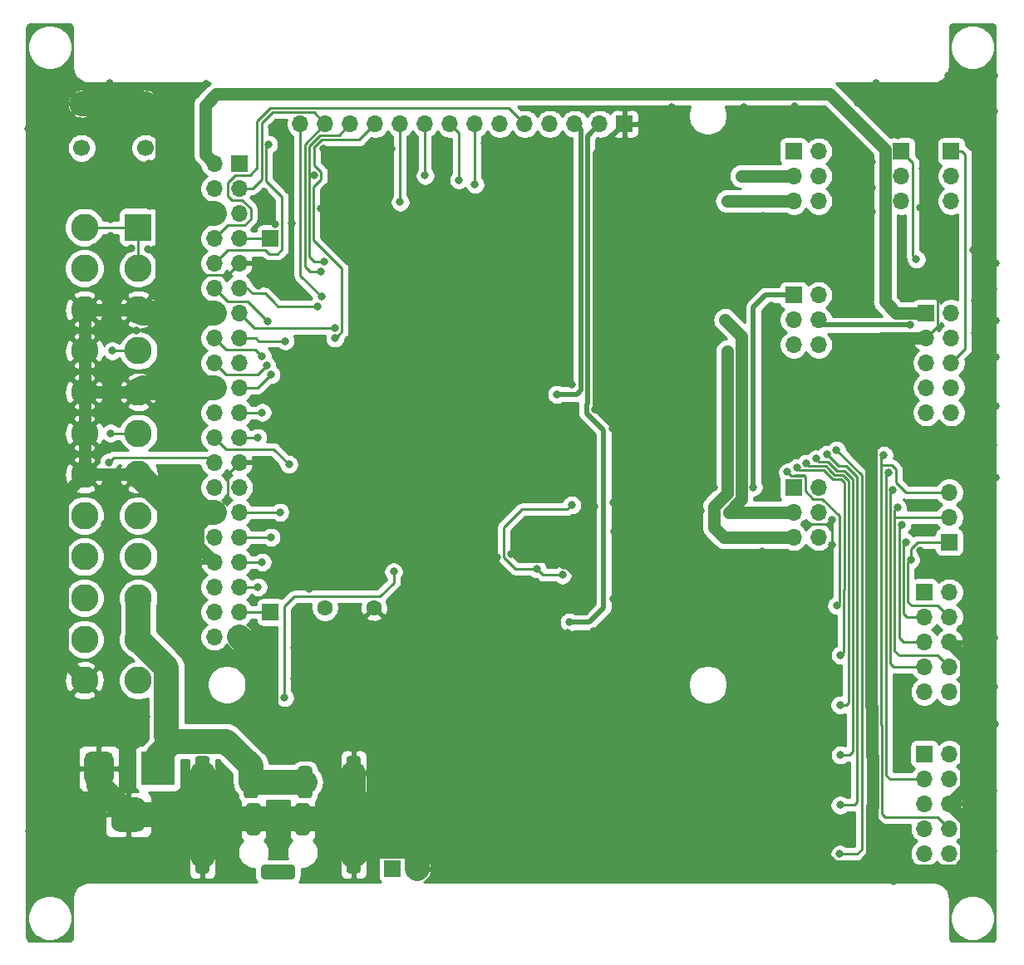
<source format=gbl>
%TF.GenerationSoftware,KiCad,Pcbnew,(5.1.6-0-10_14)*%
%TF.CreationDate,2020-09-19T09:16:02+09:00*%
%TF.ProjectId,qPCR-main,71504352-2d6d-4616-996e-2e6b69636164,rev?*%
%TF.SameCoordinates,Original*%
%TF.FileFunction,Copper,L2,Bot*%
%TF.FilePolarity,Positive*%
%FSLAX46Y46*%
G04 Gerber Fmt 4.6, Leading zero omitted, Abs format (unit mm)*
G04 Created by KiCad (PCBNEW (5.1.6-0-10_14)) date 2020-09-19 09:16:02*
%MOMM*%
%LPD*%
G01*
G04 APERTURE LIST*
%TA.AperFunction,ComponentPad*%
%ADD10O,1.700000X1.700000*%
%TD*%
%TA.AperFunction,ComponentPad*%
%ADD11R,1.700000X1.700000*%
%TD*%
%TA.AperFunction,ComponentPad*%
%ADD12C,1.600000*%
%TD*%
%TA.AperFunction,ComponentPad*%
%ADD13R,3.500000X3.500000*%
%TD*%
%TA.AperFunction,ComponentPad*%
%ADD14R,2.800000X2.800000*%
%TD*%
%TA.AperFunction,ComponentPad*%
%ADD15C,2.800000*%
%TD*%
%TA.AperFunction,ComponentPad*%
%ADD16C,1.700000*%
%TD*%
%TA.AperFunction,ViaPad*%
%ADD17C,0.800000*%
%TD*%
%TA.AperFunction,Conductor*%
%ADD18C,0.250000*%
%TD*%
%TA.AperFunction,Conductor*%
%ADD19C,1.270000*%
%TD*%
%TA.AperFunction,Conductor*%
%ADD20C,2.540000*%
%TD*%
%TA.AperFunction,Conductor*%
%ADD21C,0.508000*%
%TD*%
%TA.AperFunction,Conductor*%
%ADD22C,0.254000*%
%TD*%
G04 APERTURE END LIST*
D10*
%TO.P,J1,6*%
%TO.N,GND*%
X74783241Y-57135321D03*
%TO.P,J1,3*%
%TO.N,I2C_SDA*%
X77323241Y-54595321D03*
%TO.P,J1,15*%
%TO.N,LED_LAT*%
X77323241Y-69835321D03*
%TO.P,J1,16*%
%TO.N,PD_MUX_GPIO2?*%
X74783241Y-69835321D03*
%TO.P,J1,4*%
%TO.N,5V*%
X74783241Y-54595321D03*
%TO.P,J1,5*%
%TO.N,I2C_SCL*%
X77323241Y-57135321D03*
%TO.P,J1,2*%
%TO.N,5V*%
X74783241Y-52055321D03*
D11*
%TO.P,J1,1*%
%TO.N,/3V3_RASP*%
X77323241Y-52055321D03*
D10*
%TO.P,J1,23*%
%TO.N,SPI_SCLK*%
X77323241Y-79995321D03*
%TO.P,J1,24*%
%TO.N,ADC_DRDY*%
X74783241Y-79995321D03*
%TO.P,J1,11*%
%TO.N,/WELL_HEATER2*%
X77323241Y-64755321D03*
%TO.P,J1,12*%
%TO.N,PD_MUX_GPIO3?*%
X74783241Y-64755321D03*
%TO.P,J1,27*%
%TO.N,Net-(J1-Pad27)*%
X77323241Y-85075321D03*
%TO.P,J1,28*%
%TO.N,Net-(J1-Pad28)*%
X74783241Y-85075321D03*
%TO.P,J1,13*%
%TO.N,/LID_HEATER1*%
X77323241Y-67295321D03*
%TO.P,J1,14*%
%TO.N,GND*%
X74783241Y-67295321D03*
%TO.P,J1,9*%
X77323241Y-62215321D03*
%TO.P,J1,10*%
%TO.N,PD_MUX_GPIO4*%
X74783241Y-62215321D03*
%TO.P,J1,19*%
%TO.N,SPI_MOSI*%
X77323241Y-74915321D03*
%TO.P,J1,20*%
%TO.N,GND*%
X74783241Y-74915321D03*
%TO.P,J1,37*%
%TO.N,GPIO25*%
X77323241Y-97775321D03*
%TO.P,J1,38*%
%TO.N,THERM_LID1*%
X74783241Y-97775321D03*
%TO.P,J1,33*%
%TO.N,/WELL_HEATER1*%
X77323241Y-92695321D03*
%TO.P,J1,34*%
%TO.N,GND*%
X74783241Y-92695321D03*
%TO.P,J1,35*%
%TO.N,/LID_HEATER2*%
X77323241Y-95235321D03*
%TO.P,J1,36*%
%TO.N,THERM_AIR*%
X74783241Y-95235321D03*
%TO.P,J1,17*%
%TO.N,Net-(J1-Pad17)*%
X77323241Y-72375321D03*
%TO.P,J1,18*%
%TO.N,SPI_SWITCH*%
X74783241Y-72375321D03*
%TO.P,J1,31*%
%TO.N,/FAN2*%
X77323241Y-90155321D03*
%TO.P,J1,32*%
%TO.N,PD_REF_PWM*%
X74783241Y-90155321D03*
%TO.P,J1,7*%
%TO.N,GPIO7*%
X77323241Y-59675321D03*
%TO.P,J1,8*%
%TO.N,PD_MUX_GPIO5*%
X74783241Y-59675321D03*
%TO.P,J1,29*%
%TO.N,/FAN1*%
X77323241Y-87615321D03*
%TO.P,J1,30*%
%TO.N,GND*%
X74783241Y-87615321D03*
%TO.P,J1,21*%
%TO.N,SPI_MISO*%
X77323241Y-77455321D03*
%TO.P,J1,22*%
%TO.N,PD_MUX_GPIO1*%
X74783241Y-77455321D03*
%TO.P,J1,25*%
%TO.N,GND*%
X77323241Y-82535321D03*
%TO.P,J1,26*%
%TO.N,Net-(J1-Pad26)*%
X74783241Y-82535321D03*
%TO.P,J1,39*%
%TO.N,GND*%
X77323241Y-100315321D03*
%TO.P,J1,40*%
%TO.N,THERM_LID2*%
X74783241Y-100315321D03*
%TD*%
D11*
%TO.P,BODY1,1*%
%TO.N,12V*%
X147116800Y-112242600D03*
D10*
%TO.P,BODY1,2*%
%TO.N,BODY_HEATER1B*%
X149656800Y-112242600D03*
%TO.P,BODY1,3*%
%TO.N,THERM_WELL*%
X147116800Y-114782600D03*
%TO.P,BODY1,4*%
%TO.N,FAN_BLACK_GND1*%
X149656800Y-114782600D03*
%TO.P,BODY1,5*%
%TO.N,12V*%
X147116800Y-117322600D03*
%TO.P,BODY1,6*%
%TO.N,GND*%
X149656800Y-117322600D03*
%TO.P,BODY1,7*%
%TO.N,FAN_BLACK_GND2*%
X147116800Y-119862600D03*
%TO.P,BODY1,8*%
%TO.N,THERM_EXT3*%
X149656800Y-119862600D03*
%TO.P,BODY1,9*%
%TO.N,12V*%
X147116800Y-122402600D03*
%TO.P,BODY1,10*%
%TO.N,BODY_HEATER2B*%
X149656800Y-122402600D03*
%TD*%
D12*
%TO.P,C17,1*%
%TO.N,Net-(C17-Pad1)*%
X86055200Y-97332800D03*
%TO.P,C17,2*%
%TO.N,GND*%
X91055200Y-97332800D03*
%TD*%
D11*
%TO.P,J2,1*%
%TO.N,THERM_EXT1*%
X149656800Y-90652600D03*
D10*
%TO.P,J2,2*%
%TO.N,THERM_EXT2*%
X149656800Y-88112600D03*
%TO.P,J2,3*%
%TO.N,THERM_EXT3*%
X149656800Y-85572600D03*
%TD*%
D11*
%TO.P,GPIO7,1*%
%TO.N,GPIO7*%
X80518000Y-59690000D03*
%TD*%
%TO.P,GPIO25,1*%
%TO.N,GPIO25*%
X80518000Y-97790000D03*
%TD*%
%TO.P,J5,1*%
%TO.N,3V3_SENSE*%
X133807200Y-85064600D03*
D10*
%TO.P,J5,2*%
%TO.N,/VCC_THERM*%
X136347200Y-85064600D03*
%TO.P,J5,3*%
%TO.N,3V3_REG*%
X133807200Y-87604600D03*
%TO.P,J5,4*%
%TO.N,/VCC_THERM*%
X136347200Y-87604600D03*
%TO.P,J5,5*%
%TO.N,/3V3_RASP*%
X133807200Y-90144600D03*
%TO.P,J5,6*%
%TO.N,/VCC_THERM*%
X136347200Y-90144600D03*
%TD*%
D11*
%TO.P,J6,1*%
%TO.N,3V3_SENSE*%
X133807200Y-65455800D03*
D10*
%TO.P,J6,2*%
%TO.N,/VCC_LOGIC_LED*%
X136347200Y-65455800D03*
%TO.P,J6,3*%
%TO.N,3V3_REG*%
X133807200Y-67995800D03*
%TO.P,J6,4*%
%TO.N,/VCC_LOGIC_LED*%
X136347200Y-67995800D03*
%TO.P,J6,5*%
%TO.N,/3V3_RASP*%
X133807200Y-70535800D03*
%TO.P,J6,6*%
%TO.N,/VCC_LOGIC_LED*%
X136347200Y-70535800D03*
%TD*%
D11*
%TO.P,J7,1*%
%TO.N,3V3_SENSE*%
X133807200Y-50800000D03*
D10*
%TO.P,J7,2*%
%TO.N,/VCC_LOGIC_PHOTO*%
X136347200Y-50800000D03*
%TO.P,J7,3*%
%TO.N,3V3_REG*%
X133807200Y-53340000D03*
%TO.P,J7,4*%
%TO.N,/VCC_LOGIC_PHOTO*%
X136347200Y-53340000D03*
%TO.P,J7,5*%
%TO.N,/3V3_RASP*%
X133807200Y-55880000D03*
%TO.P,J7,6*%
%TO.N,/VCC_LOGIC_PHOTO*%
X136347200Y-55880000D03*
%TD*%
%TO.P,J8,3*%
%TO.N,GND*%
%TA.AperFunction,ComponentPad*%
G36*
G01*
X64287200Y-119316200D02*
X64287200Y-117566200D01*
G75*
G02*
X65162200Y-116691200I875000J0D01*
G01*
X66912200Y-116691200D01*
G75*
G02*
X67787200Y-117566200I0J-875000D01*
G01*
X67787200Y-119316200D01*
G75*
G02*
X66912200Y-120191200I-875000J0D01*
G01*
X65162200Y-120191200D01*
G75*
G02*
X64287200Y-119316200I0J875000D01*
G01*
G37*
%TD.AperFunction*%
%TO.P,J8,2*%
%TA.AperFunction,ComponentPad*%
G36*
G01*
X61537200Y-114741200D02*
X61537200Y-112741200D01*
G75*
G02*
X62287200Y-111991200I750000J0D01*
G01*
X63787200Y-111991200D01*
G75*
G02*
X64537200Y-112741200I0J-750000D01*
G01*
X64537200Y-114741200D01*
G75*
G02*
X63787200Y-115491200I-750000J0D01*
G01*
X62287200Y-115491200D01*
G75*
G02*
X61537200Y-114741200I0J750000D01*
G01*
G37*
%TD.AperFunction*%
D13*
%TO.P,J8,1*%
%TO.N,12V*%
X69037200Y-113741200D03*
%TD*%
D14*
%TO.P,J9,1*%
%TO.N,Net-(J9-Pad1)*%
X67056000Y-58547000D03*
D15*
%TO.P,J9,2*%
X67056000Y-62747000D03*
%TO.P,J9,3*%
%TO.N,GND*%
X67056000Y-66947000D03*
%TO.P,J9,4*%
%TO.N,Net-(J9-Pad21)*%
X67056000Y-71147000D03*
%TO.P,J9,5*%
%TO.N,GND*%
X67056000Y-75347000D03*
%TO.P,J9,6*%
%TO.N,Net-(J9-Pad21)*%
X67056000Y-79547000D03*
%TO.P,J9,7*%
%TO.N,GND*%
X67056000Y-83747000D03*
%TO.P,J9,8*%
%TO.N,Net-(J9-Pad8)*%
X67056000Y-87947000D03*
%TO.P,J9,9*%
%TO.N,Net-(J9-Pad9)*%
X67056000Y-92147000D03*
%TO.P,J9,10*%
%TO.N,12V*%
X67056000Y-96347000D03*
%TO.P,J9,11*%
X67056000Y-100547000D03*
%TO.P,J9,12*%
%TO.N,Net-(J9-Pad1)*%
X67056000Y-104747000D03*
%TO.P,J9,13*%
X61556000Y-58547000D03*
%TO.P,J9,14*%
%TO.N,Net-(J9-Pad14)*%
X61556000Y-62747000D03*
%TO.P,J9,15*%
%TO.N,GND*%
X61556000Y-66947000D03*
%TO.P,J9,16*%
X61556000Y-71147000D03*
%TO.P,J9,17*%
X61556000Y-75347000D03*
%TO.P,J9,18*%
X61556000Y-79547000D03*
%TO.P,J9,19*%
X61556000Y-83747000D03*
%TO.P,J9,20*%
%TO.N,Net-(J9-Pad20)*%
X61556000Y-87947000D03*
%TO.P,J9,21*%
%TO.N,Net-(J9-Pad21)*%
X61556000Y-92147000D03*
%TO.P,J9,22*%
X61556000Y-96347000D03*
%TO.P,J9,23*%
X61556000Y-100547000D03*
%TO.P,J9,24*%
%TO.N,GND*%
X61556000Y-104747000D03*
%TD*%
D11*
%TO.P,J10,1*%
%TO.N,PD_MUX_SPI_MOSI*%
X144780000Y-50800000D03*
D10*
%TO.P,J10,2*%
%TO.N,PD_MUX_GPIO2*%
X144780000Y-53340000D03*
%TO.P,J10,3*%
%TO.N,PD_MUX_GPIO2?*%
X144780000Y-55880000D03*
%TD*%
D11*
%TO.P,J11,1*%
%TO.N,SPI_SCLK*%
X149860000Y-50800000D03*
D10*
%TO.P,J11,2*%
%TO.N,PD_MUX_GPIO3*%
X149860000Y-53340000D03*
%TO.P,J11,3*%
%TO.N,PD_MUX_GPIO3?*%
X149860000Y-55880000D03*
%TD*%
D11*
%TO.P,J_12V1,1*%
%TO.N,12V*%
X92964000Y-123952000D03*
D10*
%TO.P,J_12V1,2*%
%TO.N,GND*%
X95504000Y-123952000D03*
%TD*%
D11*
%TO.P,LED,1*%
%TO.N,5V*%
X147320000Y-67284600D03*
D10*
%TO.P,LED,2*%
%TO.N,/VCC_LOGIC_LED*%
X149860000Y-67284600D03*
%TO.P,LED,3*%
%TO.N,GND*%
X147320000Y-69824600D03*
%TO.P,LED,4*%
%TO.N,PD_REF_PWM*%
X149860000Y-69824600D03*
%TO.P,LED,5*%
%TO.N,LED_LAT*%
X147320000Y-72364600D03*
%TO.P,LED,6*%
%TO.N,SPI_SCLK*%
X149860000Y-72364600D03*
%TO.P,LED,7*%
%TO.N,LED_SPI_MOSI*%
X147320000Y-74904600D03*
%TO.P,LED,8*%
%TO.N,SPI_MISO*%
X149860000Y-74904600D03*
%TO.P,LED,9*%
%TO.N,I2C_SCL*%
X147320000Y-77444600D03*
%TO.P,LED,10*%
%TO.N,I2C_SDA*%
X149860000Y-77444600D03*
%TD*%
D11*
%TO.P,LID,1*%
%TO.N,12V*%
X147116800Y-95758000D03*
D10*
%TO.P,LID,2*%
%TO.N,LID_HEATER1B*%
X149656800Y-95758000D03*
%TO.P,LID,3*%
%TO.N,THERM_AIR*%
X147116800Y-98298000D03*
%TO.P,LID,4*%
%TO.N,THERM_EXT1*%
X149656800Y-98298000D03*
%TO.P,LID,5*%
%TO.N,THERM_LID1*%
X147116800Y-100838000D03*
%TO.P,LID,6*%
%TO.N,GND*%
X149656800Y-100838000D03*
%TO.P,LID,7*%
%TO.N,THERM_LID2*%
X147116800Y-103378000D03*
%TO.P,LID,8*%
%TO.N,THERM_EXT2*%
X149656800Y-103378000D03*
%TO.P,LID,9*%
%TO.N,12V*%
X147116800Y-105918000D03*
%TO.P,LID,10*%
%TO.N,LID_HEATER2B*%
X149656800Y-105918000D03*
%TD*%
D11*
%TO.P,PHOTOSENSING,1*%
%TO.N,GND*%
X116586000Y-48006000D03*
D10*
%TO.P,PHOTOSENSING,2*%
%TO.N,+10V*%
X114046000Y-48006000D03*
%TO.P,PHOTOSENSING,3*%
%TO.N,-10V*%
X111506000Y-48006000D03*
%TO.P,PHOTOSENSING,4*%
%TO.N,/VCC_LOGIC_PHOTO*%
X108966000Y-48006000D03*
%TO.P,PHOTOSENSING,5*%
%TO.N,PD_MUX_GPIO5*%
X106426000Y-48006000D03*
%TO.P,PHOTOSENSING,6*%
%TO.N,PD_MUX_GPIO4*%
X103886000Y-48006000D03*
%TO.P,PHOTOSENSING,7*%
%TO.N,PD_MUX_GPIO3*%
X101346000Y-48006000D03*
%TO.P,PHOTOSENSING,8*%
%TO.N,PD_MUX_GPIO2*%
X98806000Y-48006000D03*
%TO.P,PHOTOSENSING,9*%
%TO.N,PD_MUX_GPIO1*%
X96266000Y-48006000D03*
%TO.P,PHOTOSENSING,10*%
%TO.N,PD_REF_PWM*%
X93726000Y-48006000D03*
%TO.P,PHOTOSENSING,11*%
%TO.N,ADC_DRDY*%
X91186000Y-48006000D03*
%TO.P,PHOTOSENSING,12*%
%TO.N,I2C_SCL*%
X88646000Y-48006000D03*
%TO.P,PHOTOSENSING,13*%
%TO.N,I2C_SDA*%
X86106000Y-48006000D03*
%TO.P,PHOTOSENSING,14*%
%TO.N,THERM_WELL*%
X83566000Y-48006000D03*
%TD*%
%TO.P,U1,9*%
%TO.N,GND*%
%TA.AperFunction,ComponentPad*%
G36*
G01*
X89730000Y-121309000D02*
X89730000Y-124059000D01*
G75*
G02*
X89355000Y-124434000I-375000J0D01*
G01*
X88605000Y-124434000D01*
G75*
G02*
X88230000Y-124059000I0J375000D01*
G01*
X88230000Y-121309000D01*
G75*
G02*
X88605000Y-120934000I375000J0D01*
G01*
X89355000Y-120934000D01*
G75*
G02*
X89730000Y-121309000I0J-375000D01*
G01*
G37*
%TD.AperFunction*%
%TO.P,U1,7*%
%TA.AperFunction,ComponentPad*%
G36*
G01*
X74330000Y-121309000D02*
X74330000Y-124059000D01*
G75*
G02*
X73955000Y-124434000I-375000J0D01*
G01*
X73205000Y-124434000D01*
G75*
G02*
X72830000Y-124059000I0J375000D01*
G01*
X72830000Y-121309000D01*
G75*
G02*
X73205000Y-120934000I375000J0D01*
G01*
X73955000Y-120934000D01*
G75*
G02*
X74330000Y-121309000I0J-375000D01*
G01*
G37*
%TD.AperFunction*%
%TO.P,U1,8*%
%TA.AperFunction,ComponentPad*%
G36*
G01*
X89730000Y-112809000D02*
X89730000Y-115559000D01*
G75*
G02*
X89355000Y-115934000I-375000J0D01*
G01*
X88605000Y-115934000D01*
G75*
G02*
X88230000Y-115559000I0J375000D01*
G01*
X88230000Y-112809000D01*
G75*
G02*
X88605000Y-112434000I375000J0D01*
G01*
X89355000Y-112434000D01*
G75*
G02*
X89730000Y-112809000I0J-375000D01*
G01*
G37*
%TD.AperFunction*%
%TO.P,U1,6*%
%TA.AperFunction,ComponentPad*%
G36*
G01*
X74330000Y-112809000D02*
X74330000Y-115559000D01*
G75*
G02*
X73955000Y-115934000I-375000J0D01*
G01*
X73205000Y-115934000D01*
G75*
G02*
X72830000Y-115559000I0J375000D01*
G01*
X72830000Y-112809000D01*
G75*
G02*
X73205000Y-112434000I375000J0D01*
G01*
X73955000Y-112434000D01*
G75*
G02*
X74330000Y-112809000I0J-375000D01*
G01*
G37*
%TD.AperFunction*%
%TO.P,U1,5*%
%TO.N,Net-(U1-Pad5)*%
%TA.AperFunction,ComponentPad*%
G36*
G01*
X82655000Y-125034000D02*
X79905000Y-125034000D01*
G75*
G02*
X79530000Y-124659000I0J375000D01*
G01*
X79530000Y-123909000D01*
G75*
G02*
X79905000Y-123534000I375000J0D01*
G01*
X82655000Y-123534000D01*
G75*
G02*
X83030000Y-123909000I0J-375000D01*
G01*
X83030000Y-124659000D01*
G75*
G02*
X82655000Y-125034000I-375000J0D01*
G01*
G37*
%TD.AperFunction*%
%TO.P,U1,4*%
%TO.N,GND*%
%TA.AperFunction,ComponentPad*%
G36*
G01*
X83030000Y-120159000D02*
X83030000Y-117609000D01*
G75*
G02*
X83405000Y-117234000I375000J0D01*
G01*
X84155000Y-117234000D01*
G75*
G02*
X84530000Y-117609000I0J-375000D01*
G01*
X84530000Y-120159000D01*
G75*
G02*
X84155000Y-120534000I-375000J0D01*
G01*
X83405000Y-120534000D01*
G75*
G02*
X83030000Y-120159000I0J375000D01*
G01*
G37*
%TD.AperFunction*%
%TO.P,U1,3*%
%TA.AperFunction,ComponentPad*%
G36*
G01*
X78030000Y-120159000D02*
X78030000Y-117609000D01*
G75*
G02*
X78405000Y-117234000I375000J0D01*
G01*
X79155000Y-117234000D01*
G75*
G02*
X79530000Y-117609000I0J-375000D01*
G01*
X79530000Y-120159000D01*
G75*
G02*
X79155000Y-120534000I-375000J0D01*
G01*
X78405000Y-120534000D01*
G75*
G02*
X78030000Y-120159000I0J375000D01*
G01*
G37*
%TD.AperFunction*%
%TO.P,U1,2*%
%TO.N,12V*%
%TA.AperFunction,ComponentPad*%
G36*
G01*
X83280000Y-116409000D02*
X83280000Y-113859000D01*
G75*
G02*
X83655000Y-113484000I375000J0D01*
G01*
X84405000Y-113484000D01*
G75*
G02*
X84780000Y-113859000I0J-375000D01*
G01*
X84780000Y-116409000D01*
G75*
G02*
X84405000Y-116784000I-375000J0D01*
G01*
X83655000Y-116784000D01*
G75*
G02*
X83280000Y-116409000I0J375000D01*
G01*
G37*
%TD.AperFunction*%
%TO.P,U1,1*%
%TA.AperFunction,ComponentPad*%
G36*
G01*
X77780000Y-116409000D02*
X77780000Y-113859000D01*
G75*
G02*
X78155000Y-113484000I375000J0D01*
G01*
X78905000Y-113484000D01*
G75*
G02*
X79280000Y-113859000I0J-375000D01*
G01*
X79280000Y-116409000D01*
G75*
G02*
X78905000Y-116784000I-375000J0D01*
G01*
X78155000Y-116784000D01*
G75*
G02*
X77780000Y-116409000I0J375000D01*
G01*
G37*
%TD.AperFunction*%
%TD*%
D16*
%TO.P,SW1,1*%
%TO.N,Net-(J1-Pad26)*%
X67772280Y-50464720D03*
%TO.P,SW1,2*%
X61272280Y-50464720D03*
%TO.P,SW1,3*%
%TO.N,GND*%
X67772280Y-45964720D03*
%TO.P,SW1,4*%
X61272280Y-45964720D03*
%TD*%
D17*
%TO.N,THERM_WELL*%
X143473001Y-83566000D03*
X85701740Y-65618523D03*
%TO.N,GND*%
X96296480Y-102760780D03*
X80086200Y-106959400D03*
X96537800Y-113886000D03*
X95783400Y-111734600D03*
X97586800Y-111861600D03*
X99441000Y-111836200D03*
X98120200Y-113233200D03*
X94564200Y-109677200D03*
X93040200Y-111252000D03*
X92024200Y-112318800D03*
X91948000Y-102760780D03*
X91948000Y-101490780D03*
X91948000Y-104030780D03*
X96296480Y-101490780D03*
X96296480Y-104030780D03*
X97566480Y-101490780D03*
X98836480Y-101490780D03*
X97566480Y-102760780D03*
X98836480Y-102760780D03*
X97566480Y-104030780D03*
X98836480Y-104030780D03*
X90678000Y-101490780D03*
X90678000Y-102760780D03*
X90678000Y-104140000D03*
X89408000Y-101490780D03*
X89408000Y-102760780D03*
X89408000Y-104140000D03*
X105029000Y-91871800D03*
X110375522Y-93010701D03*
X113284000Y-95427800D03*
X103822500Y-116801900D03*
X118135400Y-114401600D03*
X141782800Y-112445800D03*
X141833600Y-117576600D03*
X141782800Y-122631200D03*
X141732000Y-97205800D03*
X141732000Y-102311200D03*
X141706600Y-107365800D03*
X113588800Y-77165200D03*
X146227800Y-63310600D03*
X55971440Y-42880280D03*
X60035440Y-42882820D03*
X56873140Y-45775880D03*
X60203080Y-48125380D03*
X55846980Y-48516540D03*
X56873140Y-51330860D03*
X60004960Y-52654200D03*
X65336420Y-52075080D03*
X66570860Y-48714660D03*
X62593220Y-48676560D03*
X70317360Y-45237400D03*
X72326500Y-49255680D03*
X64137540Y-43886120D03*
X56235600Y-56286400D03*
X58767980Y-60604400D03*
X56639460Y-64691260D03*
X58920380Y-67297300D03*
X56423560Y-71097140D03*
X59082940Y-73756520D03*
X56423560Y-76906120D03*
X58864500Y-79565500D03*
X56085740Y-84475320D03*
X57708800Y-89207340D03*
X56438800Y-94218760D03*
X57779920Y-98102420D03*
X56296560Y-101066600D03*
X57990740Y-104033320D03*
X56194960Y-107203240D03*
X64307720Y-105989120D03*
X60584080Y-107988100D03*
X67873880Y-108458000D03*
X57919620Y-111828580D03*
X56233060Y-115277900D03*
X61015880Y-116415820D03*
X55958740Y-120106440D03*
X60942220Y-121798080D03*
X56187340Y-124952760D03*
X63593980Y-124861320D03*
X69674740Y-124861320D03*
X71594980Y-120517920D03*
X66702940Y-122163840D03*
X66200020Y-115351560D03*
X67571620Y-110916720D03*
X62725300Y-110962440D03*
X64645540Y-108585000D03*
X64101980Y-102524560D03*
X64101980Y-98518980D03*
X64068960Y-94442280D03*
X64343280Y-90535760D03*
X63670180Y-88813640D03*
X63751460Y-85745320D03*
X64386460Y-69192140D03*
X66842640Y-69077840D03*
X66250820Y-73284080D03*
X68287900Y-65049400D03*
X66118740Y-64825880D03*
X64363600Y-65656460D03*
X62448440Y-64858900D03*
X62529720Y-60591700D03*
X64236600Y-59400440D03*
X66309240Y-60708540D03*
X64587120Y-62750700D03*
X68031360Y-60802520D03*
X62417960Y-56349900D03*
X64259460Y-57736740D03*
X68183760Y-56388000D03*
X65651380Y-55984140D03*
X68364100Y-54739540D03*
X64152780Y-54996080D03*
X62595760Y-54965600D03*
X60182760Y-56253380D03*
X57988200Y-54226460D03*
X62331600Y-51793140D03*
X68087240Y-52036980D03*
X71897240Y-51617880D03*
X73949560Y-43947080D03*
X121361200Y-46337220D03*
X121861580Y-49154080D03*
X140368020Y-45852080D03*
X142234920Y-43881040D03*
X144310100Y-46111160D03*
X146215100Y-44185840D03*
X148612860Y-45747940D03*
X149545040Y-43053000D03*
X154264360Y-43053000D03*
X151879300Y-44711620D03*
X154264360Y-46733460D03*
X149702520Y-48910240D03*
X144411700Y-49222660D03*
X80688180Y-48346360D03*
X82268060Y-50581560D03*
X82331560Y-54648100D03*
X79888080Y-54930040D03*
X80954880Y-58234580D03*
X82661760Y-58132980D03*
X79883000Y-62125860D03*
X79288640Y-64510920D03*
X88920320Y-68320920D03*
X93045280Y-63962280D03*
X102969060Y-64201040D03*
X110744000Y-64287400D03*
X114592100Y-75542140D03*
X110718600Y-69209920D03*
X111196120Y-74622660D03*
X91313000Y-66387980D03*
X94805500Y-65244980D03*
X96570800Y-67116960D03*
X92913200Y-79067660D03*
X103598980Y-68516500D03*
X96024700Y-72641460D03*
X104432100Y-79629000D03*
X122831860Y-90025220D03*
X120258840Y-89778840D03*
X86873080Y-73449180D03*
X84480400Y-78572360D03*
X82811620Y-83952080D03*
X81470500Y-92379800D03*
X80599280Y-100350320D03*
X73266300Y-102532180D03*
X82905600Y-104584500D03*
X84038440Y-107129580D03*
X90873580Y-105818940D03*
X87586820Y-105102660D03*
X84366100Y-105249980D03*
X85976460Y-104160320D03*
X89372440Y-105844340D03*
X88082120Y-101409500D03*
X86027260Y-101582220D03*
X82961480Y-101396800D03*
X84218780Y-101013260D03*
X84465160Y-99057460D03*
X84444840Y-95450660D03*
X84409280Y-93149420D03*
X87406480Y-92969080D03*
X86050120Y-94200980D03*
X92214700Y-92737940D03*
X95295720Y-92923360D03*
X98173540Y-92864940D03*
X99664520Y-93474540D03*
X99057460Y-98714560D03*
X93256100Y-98277680D03*
X97406460Y-99037140D03*
X99923600Y-100810060D03*
X100205540Y-102481380D03*
X100246180Y-103952040D03*
X98153220Y-105300780D03*
X99936300Y-105735120D03*
X102633780Y-105900220D03*
X101693980Y-104333040D03*
X101719380Y-102793800D03*
X103106220Y-102270560D03*
X103068120Y-103517700D03*
X103499920Y-104818180D03*
X105336340Y-104470200D03*
X104835960Y-106367580D03*
X106570780Y-104345740D03*
X108214160Y-102989380D03*
X105529380Y-101526340D03*
X105171240Y-99913440D03*
X103913940Y-100759260D03*
X101897180Y-100759260D03*
X101511100Y-98828860D03*
X102877620Y-96870520D03*
X101719380Y-95079820D03*
X102948740Y-93311980D03*
X101523800Y-91780360D03*
X99296220Y-90822780D03*
X95902780Y-90766900D03*
X92560140Y-90784680D03*
X89425780Y-90749120D03*
X86202520Y-90746580D03*
X83487260Y-90784680D03*
X82557620Y-93982540D03*
X81353660Y-95864680D03*
X82981800Y-88836500D03*
X84874100Y-88681560D03*
X87906860Y-88714580D03*
X91142820Y-88729820D03*
X94254320Y-88706960D03*
X97675700Y-88706960D03*
X103568500Y-92176600D03*
X101655880Y-89288620D03*
X103459280Y-87020400D03*
X103309420Y-84424520D03*
X99997260Y-86870540D03*
X96321880Y-86354920D03*
X92694760Y-85852000D03*
X89443560Y-85918040D03*
X86027260Y-85818980D03*
X82379820Y-86050120D03*
X85270340Y-81975960D03*
X87635080Y-83126580D03*
X90624660Y-83060540D03*
X94993460Y-83190080D03*
X98673920Y-83616800D03*
X101267260Y-84701380D03*
X108257340Y-83306920D03*
X108257340Y-80205580D03*
X104277160Y-83327240D03*
X106238040Y-81587340D03*
X101869240Y-81622900D03*
X97330260Y-80728820D03*
X88894920Y-80378300D03*
X86113620Y-76540360D03*
X89867740Y-76652120D03*
X95290640Y-76817220D03*
X99710240Y-77708760D03*
X102798880Y-76039980D03*
X106461560Y-76984860D03*
X109265720Y-71803260D03*
X107236260Y-64262000D03*
X108823760Y-66309240D03*
X106784140Y-69954140D03*
X98300540Y-64460120D03*
X99715320Y-68066920D03*
X92915740Y-69453760D03*
X85674200Y-56608980D03*
X86535260Y-54617620D03*
X88244680Y-53860700D03*
X98219260Y-53467000D03*
X97932240Y-50368200D03*
X94945200Y-50347880D03*
X92837000Y-50566320D03*
X85872320Y-50566320D03*
X102321360Y-49944020D03*
X107647740Y-50464720D03*
X104592120Y-50571400D03*
X119258080Y-53345080D03*
X122463560Y-53789580D03*
X125295660Y-56662320D03*
X125440440Y-65173860D03*
X125262640Y-61633100D03*
X124117100Y-58135520D03*
X121650760Y-55770780D03*
X131366260Y-69613780D03*
X131549140Y-66502280D03*
X130451860Y-64414400D03*
X125389640Y-52016660D03*
X127223520Y-54099460D03*
X128628140Y-51592480D03*
X131996180Y-49776380D03*
X128724660Y-46286420D03*
X133918960Y-46235620D03*
X139496800Y-49258220D03*
X141765020Y-51907440D03*
X138551920Y-51948080D03*
X138391900Y-54599840D03*
X141805660Y-54480460D03*
X141759940Y-56987440D03*
X137868660Y-57696100D03*
X133080760Y-57614820D03*
X130660140Y-57365900D03*
X130741420Y-60535820D03*
X132367020Y-59598560D03*
X134510780Y-61193680D03*
X137175240Y-63738760D03*
X137965180Y-59931300D03*
X140576300Y-58267600D03*
X139512040Y-74208640D03*
X140428980Y-73378060D03*
X143431260Y-73807320D03*
X143314420Y-71125080D03*
X153489660Y-50662840D03*
X153946860Y-53809900D03*
X152450800Y-56710580D03*
X153962100Y-59301380D03*
X148704300Y-59103260D03*
X146982180Y-52542440D03*
X146695160Y-56581040D03*
X152077420Y-60850780D03*
X154411680Y-62212220D03*
X152511760Y-63205360D03*
X154117040Y-64833500D03*
X152252680Y-66050160D03*
X154368500Y-68056760D03*
X152298400Y-69334380D03*
X154376120Y-71775320D03*
X152206960Y-74259440D03*
X154376120Y-76789280D03*
X151846280Y-78778100D03*
X146974560Y-79811880D03*
X146631660Y-84376260D03*
X147965160Y-81727040D03*
X151604980Y-81727040D03*
X154360880Y-84066380D03*
X154162760Y-80736440D03*
X147413980Y-86824820D03*
X147048220Y-89357200D03*
X150954740Y-86738460D03*
X151726900Y-89463880D03*
X146705320Y-91480640D03*
X147881340Y-92626180D03*
X150975060Y-94259400D03*
X153515060Y-92646500D03*
X153007060Y-96319340D03*
X150873460Y-99494340D03*
X154244040Y-100431600D03*
X148361400Y-99588320D03*
X152519380Y-103245920D03*
X154259280Y-105437940D03*
X152674320Y-106657140D03*
X154302460Y-109207300D03*
X152659080Y-111478060D03*
X154129740Y-115968780D03*
X151592280Y-117518180D03*
X154132280Y-122171460D03*
X151483060Y-124995940D03*
X143949420Y-125252480D03*
X137906760Y-125026420D03*
X105676700Y-120530620D03*
X106616500Y-118859300D03*
X104653080Y-118701820D03*
X102882700Y-120573800D03*
X101008180Y-116951760D03*
X102933500Y-115331240D03*
X105415080Y-113024920D03*
X107208320Y-111533940D03*
X108125260Y-108833920D03*
X110479840Y-106761280D03*
X112179100Y-112422940D03*
X116461540Y-111008160D03*
X118394480Y-112676940D03*
X118783100Y-109359700D03*
X122476260Y-112745520D03*
X127325120Y-111973360D03*
X131287520Y-112552480D03*
X131574540Y-111178340D03*
X127187960Y-113042700D03*
X125857000Y-112458500D03*
X131886960Y-113395760D03*
X116199920Y-117284500D03*
X118402100Y-115999260D03*
X118691660Y-110942120D03*
X132224780Y-107805220D03*
X128381760Y-107243880D03*
X130533140Y-105140760D03*
X132166360Y-102809040D03*
X128102360Y-103014780D03*
X121922540Y-103355140D03*
X124360940Y-100860860D03*
X127119380Y-100162360D03*
X128475740Y-97629980D03*
X130045460Y-99181920D03*
X133248400Y-99507040D03*
X136014460Y-97983040D03*
X136398000Y-95465900D03*
X134299960Y-97040700D03*
X131170680Y-97073720D03*
X130502660Y-95377000D03*
X130619500Y-91582240D03*
X135135620Y-91409520D03*
X137723880Y-90937080D03*
X137101580Y-93230700D03*
X132905500Y-93578680D03*
X137734040Y-88425020D03*
X134907020Y-88823800D03*
X127193040Y-93210380D03*
X118645940Y-101539040D03*
X112336580Y-104650540D03*
X114787680Y-102600760D03*
X110810040Y-99908360D03*
X112316260Y-101442520D03*
X113428780Y-99750880D03*
X115440460Y-96420940D03*
X117134640Y-99138740D03*
X121632980Y-98783140D03*
X124802900Y-95785940D03*
X118920260Y-96492060D03*
X122280680Y-93604080D03*
X124995940Y-91851480D03*
X119176800Y-92684600D03*
X115752880Y-92057220D03*
X115498880Y-89578180D03*
X113469420Y-86995000D03*
X113339880Y-90322400D03*
X115448080Y-86603840D03*
X117904260Y-87767160D03*
X121348500Y-86281260D03*
X124340620Y-87464900D03*
X125696980Y-85117940D03*
X125407420Y-82913220D03*
X122229880Y-82727800D03*
X116580920Y-77226160D03*
X118079520Y-78973680D03*
X120327420Y-81158080D03*
X115343940Y-79057500D03*
X117259100Y-80662780D03*
X115735100Y-83710780D03*
X119049800Y-83360260D03*
X118041420Y-85582760D03*
X123228100Y-84719160D03*
X70939660Y-118277640D03*
X75432920Y-118775480D03*
X76360020Y-114995960D03*
X76608940Y-123090940D03*
X81315560Y-121485660D03*
X81422240Y-118242080D03*
X86273640Y-121770140D03*
X87342980Y-124731780D03*
X84383880Y-124731780D03*
X77678280Y-125051820D03*
X71762620Y-113573560D03*
X73746360Y-117243860D03*
X68745100Y-72773540D03*
X68859400Y-69395340D03*
%TO.N,THERM_EXT3*%
X143002000Y-81788000D03*
%TO.N,THERM_LID2*%
X143923011Y-85344000D03*
%TO.N,Net-(J1-Pad26)*%
X64051180Y-82512000D03*
%TO.N,PD_MUX_GPIO1*%
X96266000Y-53290321D03*
%TO.N,SPI_MISO*%
X79673252Y-77426517D03*
%TO.N,/FAN1*%
X138531600Y-107264200D03*
X135095042Y-82611710D03*
X81473290Y-87617300D03*
%TO.N,/FAN2*%
X138536672Y-117461969D03*
X137184350Y-81711690D03*
X80573271Y-90144811D03*
%TO.N,SPI_SWITCH*%
X80123263Y-72677713D03*
%TO.N,THERM_AIR*%
X145273040Y-90678000D03*
%TO.N,/LID_HEATER2*%
X138579936Y-102175689D03*
X134138933Y-83061720D03*
X79238236Y-95235321D03*
%TO.N,/WELL_HEATER1*%
X138561277Y-112354456D03*
X136079945Y-82161700D03*
X79673252Y-92695321D03*
%TO.N,THERM_LID1*%
X144823030Y-88900000D03*
%TO.N,SPI_MOSI*%
X80573273Y-73587930D03*
%TO.N,PD_MUX_GPIO4*%
X80328600Y-50114200D03*
%TO.N,/LID_HEATER1*%
X138190960Y-97123549D03*
X133169538Y-83511730D03*
X87073349Y-68846008D03*
%TO.N,PD_MUX_GPIO3?*%
X80223234Y-68121008D03*
%TO.N,/WELL_HEATER2*%
X138506200Y-122453400D03*
X138166872Y-81261680D03*
X85312837Y-66643837D03*
%TO.N,ADC_DRDY*%
X82391410Y-82733200D03*
X87073349Y-69846011D03*
%TO.N,SPI_SCLK*%
X79223242Y-79984600D03*
%TO.N,/3V3_RASP*%
X126669800Y-90144600D03*
X127006380Y-55880000D03*
X127006380Y-71253380D03*
%TO.N,I2C_SCL*%
X85986593Y-62034281D03*
X84950300Y-53290321D03*
%TO.N,PD_MUX_GPIO2?*%
X79673253Y-71695304D03*
%TO.N,LED_LAT*%
X82023274Y-70143797D03*
%TO.N,I2C_SDA*%
X85625096Y-63071907D03*
%TO.N,THERM_EXT2*%
X144373021Y-87122000D03*
%TO.N,THERM_EXT1*%
X145723050Y-92456000D03*
%TO.N,/VCC_LOGIC_LED*%
X145669000Y-68529200D03*
%TO.N,Net-(J9-Pad21)*%
X64223180Y-79547000D03*
X64394080Y-71147940D03*
%TO.N,PD_MUX_SPI_MOSI*%
X146304000Y-61823600D03*
%TO.N,PD_MUX_GPIO2*%
X99702700Y-53735333D03*
%TO.N,PD_MUX_GPIO3*%
X101346000Y-54190341D03*
%TO.N,PD_REF_PWM*%
X93726000Y-55990379D03*
%TO.N,12V*%
X107670600Y-93395800D03*
X110246727Y-94002374D03*
X111201201Y-86868000D03*
%TO.N,3V3_SENSE*%
X129711390Y-85045610D03*
%TO.N,5V*%
X81956200Y-106527600D03*
X93065600Y-93675200D03*
%TO.N,+10V*%
X110947200Y-98806000D03*
%TO.N,3V3_REG*%
X126822200Y-67995800D03*
X127177800Y-87604600D03*
X128473200Y-53340000D03*
%TO.N,-10V*%
X109677200Y-75590400D03*
%TD*%
D18*
%TO.N,THERM_WELL*%
X147116800Y-114782600D02*
X143599220Y-114782600D01*
X143599220Y-114782600D02*
X143243620Y-114427000D01*
X143243619Y-109130009D02*
X143198010Y-109084400D01*
X143243620Y-114427000D02*
X143243619Y-109130009D01*
X143243619Y-109130009D02*
X143198011Y-109084401D01*
X143198011Y-109084401D02*
X143198011Y-94374391D01*
X143198011Y-83840990D02*
X143473001Y-83566000D01*
X143198011Y-94374391D02*
X143198011Y-83840990D01*
X83566000Y-63482783D02*
X83566000Y-48006000D01*
X85701740Y-65618523D02*
X83566000Y-63482783D01*
D19*
%TO.N,GND*%
X61556000Y-66947000D02*
X67056000Y-66947000D01*
X61556000Y-66947000D02*
X61556000Y-71147000D01*
X61556000Y-75347000D02*
X61556000Y-71147000D01*
X67056000Y-75347000D02*
X61556000Y-75347000D01*
X61556000Y-79547000D02*
X61556000Y-75347000D01*
X61556000Y-83747000D02*
X61556000Y-79547000D01*
X67056000Y-83747000D02*
X61556000Y-83747000D01*
X59320999Y-85982001D02*
X61556000Y-83747000D01*
X59320999Y-102511999D02*
X59320999Y-85982001D01*
X61556000Y-104747000D02*
X59320999Y-102511999D01*
X88761000Y-118884000D02*
X88980000Y-118665000D01*
X88980000Y-118665000D02*
X88980000Y-122684000D01*
X83780000Y-118884000D02*
X88761000Y-118884000D01*
X88980000Y-114184000D02*
X88980000Y-118665000D01*
X73639000Y-118884000D02*
X73580000Y-118825000D01*
X73580000Y-118825000D02*
X73580000Y-122684000D01*
X78780000Y-118884000D02*
X73639000Y-118884000D01*
X73580000Y-114184000D02*
X73580000Y-118825000D01*
D20*
X73580000Y-118761520D02*
X73580000Y-122684000D01*
X73702480Y-118884000D02*
X73580000Y-118761520D01*
X78780000Y-118884000D02*
X73702480Y-118884000D01*
X73580000Y-114184000D02*
X73580000Y-118761520D01*
X78780000Y-118884000D02*
X83780000Y-118884000D01*
X83780000Y-118884000D02*
X88936260Y-118884000D01*
X88980000Y-118840260D02*
X88980000Y-122684000D01*
X88936260Y-118884000D02*
X88980000Y-118840260D01*
X88980000Y-114184000D02*
X88980000Y-118840260D01*
X94990001Y-121631999D02*
X90032001Y-121631999D01*
X90032001Y-121631999D02*
X88980000Y-122684000D01*
X95504000Y-122145998D02*
X94990001Y-121631999D01*
X95504000Y-123952000D02*
X95504000Y-122145998D01*
X67056000Y-66947000D02*
X67404321Y-67295321D01*
X67487679Y-74915321D02*
X67056000Y-75347000D01*
X74783241Y-74915321D02*
X67487679Y-74915321D01*
X70924321Y-87615321D02*
X67056000Y-83747000D01*
X61272280Y-45964720D02*
X67772280Y-45964720D01*
X67772280Y-45964720D02*
X70092281Y-48284721D01*
X70092281Y-66900079D02*
X69697039Y-67295321D01*
X69697039Y-67295321D02*
X74783241Y-67295321D01*
X67404321Y-67295321D02*
X69697039Y-67295321D01*
X70159319Y-57135321D02*
X70092281Y-57202359D01*
X74783241Y-57135321D02*
X70159319Y-57135321D01*
X70092281Y-48284721D02*
X70092281Y-57202359D01*
X70980861Y-87615321D02*
X70924321Y-87615321D01*
X80086200Y-103078280D02*
X77323241Y-100315321D01*
X80086200Y-106959400D02*
X80086200Y-103078280D01*
D18*
X96296480Y-102760780D02*
X91948000Y-102760780D01*
X91948000Y-107061000D02*
X94564200Y-109677200D01*
X91948000Y-104030780D02*
X91948000Y-107061000D01*
X105029000Y-91973400D02*
X105029000Y-91871800D01*
X105767902Y-92610702D02*
X105029000Y-91871800D01*
X109975523Y-92610702D02*
X105767902Y-92610702D01*
X110375522Y-93010701D02*
X109975523Y-92610702D01*
X112792621Y-95427800D02*
X113284000Y-95427800D01*
X110375522Y-93010701D02*
X112792621Y-95427800D01*
D20*
X98478402Y-122145998D02*
X103822500Y-116801900D01*
X95504000Y-122145998D02*
X98478402Y-122145998D01*
X103822500Y-116801900D02*
X116547900Y-116801900D01*
X118135400Y-115214400D02*
X118135400Y-114401600D01*
X116547900Y-116801900D02*
X118135400Y-115214400D01*
D19*
X120091200Y-112445800D02*
X118135400Y-114401600D01*
X131572000Y-112445800D02*
X120091200Y-112445800D01*
X151341801Y-123211401D02*
X151341801Y-119007601D01*
X150465601Y-124087601D02*
X151341801Y-123211401D01*
X151341801Y-119007601D02*
X149656800Y-117322600D01*
X143239201Y-124087601D02*
X150465601Y-124087601D01*
X143239201Y-124087601D02*
X141782800Y-122631200D01*
X141732000Y-102311200D02*
X141732000Y-97205800D01*
X141782800Y-117627400D02*
X141833600Y-117576600D01*
X141782800Y-122631200D02*
X141782800Y-117627400D01*
X141833600Y-112496600D02*
X141782800Y-112445800D01*
X141833600Y-117576600D02*
X141833600Y-112496600D01*
X141706600Y-102336600D02*
X141732000Y-102311200D01*
X141706600Y-107365800D02*
X141706600Y-102336600D01*
X141782800Y-107442000D02*
X141706600Y-107365800D01*
X141782800Y-112445800D02*
X141782800Y-107442000D01*
X137913399Y-123688401D02*
X140725599Y-123688401D01*
X140725599Y-123688401D02*
X141782800Y-122631200D01*
X131572000Y-117347002D02*
X137913399Y-123688401D01*
X131572000Y-112445800D02*
X131572000Y-117347002D01*
X151341801Y-102523001D02*
X149656800Y-100838000D01*
X151341801Y-115637599D02*
X151341801Y-102523001D01*
X149656800Y-117322600D02*
X151341801Y-115637599D01*
X142773400Y-69824600D02*
X147320000Y-69824600D01*
X141732000Y-70866000D02*
X142773400Y-69824600D01*
X141732000Y-97205800D02*
X141732000Y-70866000D01*
D18*
X70680122Y-63390322D02*
X70092281Y-62802481D01*
X76148240Y-63390322D02*
X70680122Y-63390322D01*
X77323241Y-62215321D02*
X76148240Y-63390322D01*
D20*
X70092281Y-62802481D02*
X70092281Y-66900079D01*
X70092281Y-57202359D02*
X70092281Y-62802481D01*
D21*
X113588800Y-51003200D02*
X116586000Y-48006000D01*
X113588800Y-77165200D02*
X113588800Y-51003200D01*
D18*
X148495001Y-65577801D02*
X148495001Y-68649599D01*
X148495001Y-68649599D02*
X147320000Y-69824600D01*
X146227800Y-63310600D02*
X148495001Y-65577801D01*
D19*
X73098240Y-88140960D02*
X73623879Y-87615321D01*
X73098240Y-91010320D02*
X73098240Y-88140960D01*
D20*
X73623879Y-87615321D02*
X70980861Y-87615321D01*
D19*
X74783241Y-92695321D02*
X73098240Y-91010320D01*
D20*
X74783241Y-87615321D02*
X73623879Y-87615321D01*
D18*
X76148240Y-83710322D02*
X77323241Y-82535321D01*
X76148240Y-86250322D02*
X76148240Y-83710322D01*
X74783241Y-87615321D02*
X76148240Y-86250322D01*
D20*
X63037200Y-115441200D02*
X66037200Y-118441200D01*
X63037200Y-113741200D02*
X63037200Y-115441200D01*
X73259680Y-118441200D02*
X73702480Y-118884000D01*
X66037200Y-118441200D02*
X73259680Y-118441200D01*
D18*
X137375900Y-88783160D02*
X137734040Y-88425020D01*
X137723880Y-88435180D02*
X137734040Y-88425020D01*
X137723880Y-90937080D02*
X137723880Y-88435180D01*
X135338820Y-88823800D02*
X135379460Y-88783160D01*
X134907020Y-88823800D02*
X135338820Y-88823800D01*
X135379460Y-88783160D02*
X137375900Y-88783160D01*
X135173720Y-88783160D02*
X135379460Y-88783160D01*
%TO.N,THERM_EXT3*%
X143147799Y-118687599D02*
X142793610Y-118333410D01*
X148481799Y-118687599D02*
X143147799Y-118687599D01*
X149656800Y-119862600D02*
X148481799Y-118687599D01*
X142793610Y-109316410D02*
X142748000Y-109270800D01*
X142793610Y-118333410D02*
X142793610Y-109316410D01*
X142748001Y-109270801D02*
X142748001Y-93751399D01*
X142793610Y-109316410D02*
X142748001Y-109270801D01*
X142748001Y-82041999D02*
X143002000Y-81788000D01*
X149656800Y-85572600D02*
X145224613Y-85572600D01*
X145224613Y-85572600D02*
X144221200Y-84569187D01*
X142812601Y-82840999D02*
X142748001Y-82905599D01*
X143821002Y-82840999D02*
X142812601Y-82840999D01*
X144221200Y-83241197D02*
X143821002Y-82840999D01*
X144221200Y-84569187D02*
X144221200Y-83241197D01*
X142748001Y-82905599D02*
X142748001Y-82041999D01*
X142748001Y-93751399D02*
X142748001Y-82905599D01*
%TO.N,THERM_LID2*%
X147116800Y-103378000D02*
X144003620Y-103378000D01*
X144003620Y-103378000D02*
X143648020Y-103022400D01*
X143648020Y-103022400D02*
X143648021Y-94560791D01*
X143648021Y-85618990D02*
X143923011Y-85344000D01*
X143648021Y-94560791D02*
X143648021Y-85618990D01*
%TO.N,Net-(J1-Pad26)*%
X64541181Y-82021999D02*
X74269919Y-82021999D01*
X64051180Y-82512000D02*
X64541181Y-82021999D01*
%TO.N,PD_MUX_GPIO1*%
X96266000Y-48006000D02*
X96266000Y-53290321D01*
%TO.N,SPI_MISO*%
X77323241Y-77455321D02*
X78754679Y-77455321D01*
X78783483Y-77426517D02*
X78754679Y-77455321D01*
X79673252Y-77426517D02*
X78783483Y-77426517D01*
%TO.N,/FAN1*%
X138531600Y-107264200D02*
X139111970Y-107264200D01*
X139111970Y-107264200D02*
X139365970Y-107010200D01*
X139365970Y-107010200D02*
X139365970Y-104063800D01*
X139391370Y-97462220D02*
X139391370Y-92072580D01*
X139365970Y-97487620D02*
X139391370Y-97462220D01*
X139365970Y-104063800D02*
X139365970Y-97487620D01*
X139391370Y-92072580D02*
X139391370Y-84401780D01*
X139391370Y-84401780D02*
X138791318Y-83801728D01*
X138001567Y-83801727D02*
X137480424Y-83280584D01*
X138791318Y-83801728D02*
X138001567Y-83801727D01*
X137086541Y-82886701D02*
X136427946Y-82886701D01*
X137480424Y-83280584D02*
X137086541Y-82886701D01*
X135370033Y-82886701D02*
X135095042Y-82611710D01*
X136427946Y-82886701D02*
X135370033Y-82886701D01*
X77323241Y-87615321D02*
X78881679Y-87615321D01*
X78883658Y-87617300D02*
X78881679Y-87615321D01*
X81473290Y-87617300D02*
X78883658Y-87617300D01*
%TO.N,PD_MUX_GPIO5*%
X104800989Y-46380989D02*
X106426000Y-48006000D01*
X79153591Y-47743399D02*
X80516001Y-46380989D01*
X76949238Y-53230322D02*
X78433242Y-53230322D01*
X76148240Y-54031320D02*
X76949238Y-53230322D01*
X78433242Y-53230322D02*
X79153591Y-52509973D01*
X76148240Y-55349320D02*
X76148240Y-54031320D01*
X76569242Y-55770322D02*
X76148240Y-55349320D01*
X76148240Y-58310322D02*
X77887242Y-58310322D01*
X78498242Y-57699322D02*
X78498242Y-56628842D01*
X79153591Y-52509973D02*
X79153591Y-47743399D01*
X77887242Y-58310322D02*
X78498242Y-57699322D01*
X80516001Y-46380989D02*
X104800989Y-46380989D01*
X78498242Y-56628842D02*
X77639722Y-55770322D01*
X77639722Y-55770322D02*
X76569242Y-55770322D01*
X74783241Y-59675321D02*
X76148240Y-58310322D01*
%TO.N,GPIO7*%
X77337920Y-59690000D02*
X77323241Y-59675321D01*
X80503321Y-59675321D02*
X80518000Y-59690000D01*
X77323241Y-59675321D02*
X80503321Y-59675321D01*
%TO.N,/FAN2*%
X138536672Y-117461969D02*
X139999621Y-117461969D01*
X139999621Y-117461969D02*
X140291390Y-117170200D01*
X140291390Y-117170200D02*
X140291390Y-91472590D01*
X140291390Y-91472590D02*
X140291390Y-84022608D01*
X140291390Y-84022608D02*
X139170491Y-82901709D01*
X138374369Y-82901709D02*
X137184350Y-81711690D01*
X139170491Y-82901709D02*
X138374369Y-82901709D01*
X80562761Y-90155321D02*
X80573271Y-90144811D01*
X77323241Y-90155321D02*
X80562761Y-90155321D01*
%TO.N,SPI_SWITCH*%
X75958242Y-73550322D02*
X74783241Y-72375321D01*
X79250654Y-73550322D02*
X75958242Y-73550322D01*
X80123263Y-72677713D02*
X79250654Y-73550322D01*
%TO.N,THERM_AIR*%
X147116800Y-98298000D02*
X145353650Y-98298000D01*
X145353650Y-98298000D02*
X144998050Y-97942400D01*
X144998050Y-97942400D02*
X144998050Y-95119990D01*
X144998050Y-90952990D02*
X145273040Y-90678000D01*
X144998050Y-95119990D02*
X144998050Y-90952990D01*
%TO.N,/LID_HEATER2*%
X138579936Y-102175689D02*
X138915960Y-101839665D01*
X138915960Y-101839665D02*
X138915960Y-98602800D01*
X138941360Y-95500640D02*
X138941360Y-84588180D01*
X138915960Y-95526040D02*
X138941360Y-95500640D01*
X138915960Y-98602800D02*
X138915960Y-95526040D01*
X137815166Y-84251736D02*
X137294023Y-83730593D01*
X138604917Y-84251737D02*
X137815166Y-84251736D01*
X138941360Y-84588180D02*
X138604917Y-84251737D01*
X136900141Y-83336711D02*
X135443043Y-83336711D01*
X137294023Y-83730593D02*
X136900141Y-83336711D01*
X134413924Y-83336711D02*
X134138933Y-83061720D01*
X135443043Y-83336711D02*
X134413924Y-83336711D01*
X77323241Y-95235321D02*
X79238236Y-95235321D01*
%TO.N,/WELL_HEATER1*%
X138561277Y-112354456D02*
X139500924Y-112354456D01*
X139500924Y-112354456D02*
X139815980Y-112039400D01*
X139815980Y-97674020D02*
X139841380Y-97648620D01*
X139815980Y-112039400D02*
X139815980Y-97674020D01*
X139841380Y-97648620D02*
X139841380Y-91886180D01*
X138977719Y-83351719D02*
X138187968Y-83351718D01*
X139841380Y-84215380D02*
X138977719Y-83351719D01*
X139841380Y-91886180D02*
X139841380Y-84215380D01*
X138187968Y-83351718D02*
X137666825Y-82830575D01*
X137666825Y-82830575D02*
X137272941Y-82436691D01*
X137272941Y-82436691D02*
X136931400Y-82436691D01*
X136354936Y-82436691D02*
X136079945Y-82161700D01*
X136931400Y-82436691D02*
X136354936Y-82436691D01*
X77323241Y-92695321D02*
X78805479Y-92695321D01*
X78805479Y-92695321D02*
X79673252Y-92695321D01*
%TO.N,THERM_LID1*%
X147116800Y-100838000D02*
X144979840Y-100838000D01*
X144979840Y-100838000D02*
X144548040Y-100406200D01*
X144548040Y-100406200D02*
X144548040Y-94933592D01*
X144548040Y-89174990D02*
X144823030Y-88900000D01*
X144548040Y-94933592D02*
X144548040Y-89174990D01*
%TO.N,GPIO25*%
X80518000Y-97790000D02*
X77337920Y-97790000D01*
%TO.N,SPI_MOSI*%
X79245882Y-74915321D02*
X79220621Y-74915321D01*
X80573273Y-73587930D02*
X79245882Y-74915321D01*
X79220621Y-74915321D02*
X79223242Y-74915321D01*
X77323241Y-74915321D02*
X79220621Y-74915321D01*
%TO.N,PD_MUX_GPIO4*%
X76148240Y-60850322D02*
X74783241Y-62215321D01*
X80328600Y-50114200D02*
X80053610Y-50389190D01*
X81693001Y-55480201D02*
X81693001Y-60800001D01*
X80053610Y-53840810D02*
X81693001Y-55480201D01*
X80053610Y-50389190D02*
X80053610Y-53840810D01*
X76162919Y-60865001D02*
X80003901Y-60865001D01*
X76148240Y-60850322D02*
X76162919Y-60865001D01*
X80003901Y-60865001D02*
X80391000Y-61252100D01*
X81240902Y-61252100D02*
X81693001Y-60800001D01*
X80391000Y-61252100D02*
X81240902Y-61252100D01*
%TO.N,/LID_HEATER1*%
X138190960Y-97123549D02*
X138465950Y-96848559D01*
X138190960Y-97089240D02*
X138465950Y-96814250D01*
X138190960Y-97123549D02*
X138190960Y-97089240D01*
X138465950Y-96814250D02*
X138465950Y-96266000D01*
X134814323Y-83786721D02*
X133883400Y-83786721D01*
X138465950Y-96266000D02*
X138465950Y-87984348D01*
X134982201Y-85438603D02*
X134982201Y-83954599D01*
X134982201Y-83954599D02*
X134814323Y-83786721D01*
X135783199Y-86239601D02*
X134982201Y-85438603D01*
X136721203Y-86239601D02*
X135783199Y-86239601D01*
X138465950Y-87984348D02*
X136721203Y-86239601D01*
X133547407Y-83889599D02*
X133169538Y-83511730D01*
X134917201Y-83889599D02*
X133547407Y-83889599D01*
X134814323Y-83786721D02*
X134917201Y-83889599D01*
X78873928Y-68846008D02*
X77323241Y-67295321D01*
X87073349Y-68846008D02*
X78873928Y-68846008D01*
%TO.N,PD_MUX_GPIO3?*%
X74783241Y-64755321D02*
X76148240Y-66120320D01*
X78079600Y-66116200D02*
X78075480Y-66120320D01*
X78075480Y-66120320D02*
X78286920Y-66120320D01*
X80223234Y-68121008D02*
X78222546Y-66120320D01*
X76318420Y-66120320D02*
X78075480Y-66120320D01*
X78222546Y-66120320D02*
X76318420Y-66120320D01*
X76148240Y-66120320D02*
X76318420Y-66120320D01*
%TO.N,/WELL_HEATER2*%
X138506200Y-122453400D02*
X140289390Y-122453400D01*
X140289390Y-122453400D02*
X140741400Y-122001390D01*
X140741400Y-122001390D02*
X140741400Y-91389200D01*
X140741400Y-83836208D02*
X138166872Y-81261680D01*
X140741400Y-91389200D02*
X140741400Y-83836208D01*
X77323241Y-64755321D02*
X77988721Y-64755321D01*
X77323241Y-64755321D02*
X78115721Y-64755321D01*
X78115721Y-64755321D02*
X78663800Y-65303400D01*
X80784354Y-66154300D02*
X79933454Y-65303400D01*
X79933454Y-65303400D02*
X78663800Y-65303400D01*
X81273891Y-66643837D02*
X80784354Y-66154300D01*
X85312837Y-66643837D02*
X81273891Y-66643837D01*
%TO.N,ADC_DRDY*%
X75958242Y-81170322D02*
X74783241Y-79995321D01*
X80828532Y-81170322D02*
X82391410Y-82733200D01*
X75958242Y-81170322D02*
X80828532Y-81170322D01*
X85753809Y-49631011D02*
X89560989Y-49631011D01*
X84916030Y-50468790D02*
X85753809Y-49631011D01*
X87348351Y-69571009D02*
X87421350Y-69571009D01*
X87798350Y-62773036D02*
X84916030Y-59890716D01*
X85675301Y-52942320D02*
X84929981Y-52197000D01*
X84929981Y-52197000D02*
X84929981Y-50500281D01*
X84916030Y-54397593D02*
X85675301Y-53638322D01*
X85675301Y-53638322D02*
X85675301Y-52942320D01*
X87798350Y-69194009D02*
X87798350Y-62773036D01*
X84916030Y-59890716D02*
X84916030Y-54397593D01*
X89560989Y-49631011D02*
X91186000Y-48006000D01*
X87421350Y-69571009D02*
X87798350Y-69194009D01*
X84916030Y-50486330D02*
X84916030Y-50468790D01*
X84929981Y-50500281D02*
X84916030Y-50486330D01*
X87073349Y-69846011D02*
X87348351Y-69571009D01*
%TO.N,SPI_SCLK*%
X150960000Y-50800000D02*
X151282400Y-51122400D01*
X149860000Y-50800000D02*
X150960000Y-50800000D01*
X151282400Y-70942200D02*
X149860000Y-72364600D01*
X151282400Y-51122400D02*
X151282400Y-70942200D01*
X77323241Y-79995321D02*
X78801521Y-79995321D01*
X79212521Y-79995321D02*
X78801521Y-79995321D01*
X79223242Y-79984600D02*
X79212521Y-79995321D01*
D19*
%TO.N,/3V3_RASP*%
X133807200Y-90144600D02*
X126669800Y-90144600D01*
X126669800Y-90144600D02*
X125707790Y-89182590D01*
X127006380Y-85697112D02*
X127006380Y-71253380D01*
X125707790Y-86995702D02*
X127006380Y-85697112D01*
X125707790Y-89182590D02*
X125707790Y-86995702D01*
X133807200Y-55880000D02*
X127006380Y-55880000D01*
X127006380Y-71221600D02*
X127006380Y-71253380D01*
D18*
%TO.N,I2C_SCL*%
X84466020Y-50282390D02*
X85567409Y-49181001D01*
X85567409Y-49181001D02*
X87470999Y-49181001D01*
X87470999Y-49181001D02*
X88646000Y-48006000D01*
X84956101Y-62034281D02*
X84466020Y-61544200D01*
X85986593Y-62034281D02*
X84956101Y-62034281D01*
X84528961Y-53290321D02*
X84466020Y-53227380D01*
X84950300Y-53290321D02*
X84528961Y-53290321D01*
X84466020Y-53227380D02*
X84466020Y-50282390D01*
X84466020Y-61544200D02*
X84466020Y-53227380D01*
%TO.N,PD_MUX_GPIO2?*%
X78988271Y-71010322D02*
X75958242Y-71010322D01*
X75958242Y-71010322D02*
X75879960Y-70932040D01*
X79673253Y-71695304D02*
X78988271Y-71010322D01*
X75879960Y-70932040D02*
X74783241Y-69835321D01*
%TO.N,LED_LAT*%
X79004721Y-69835321D02*
X77323241Y-69835321D01*
X79313197Y-70143797D02*
X79004721Y-69835321D01*
X82023274Y-70143797D02*
X79313197Y-70143797D01*
%TO.N,I2C_SDA*%
X84930999Y-46830999D02*
X86106000Y-48006000D01*
X80702401Y-46830999D02*
X84930999Y-46830999D01*
X79603600Y-47929800D02*
X80702401Y-46830999D01*
X77323241Y-54595321D02*
X78703879Y-54595321D01*
X78703879Y-54595321D02*
X79603600Y-53695600D01*
X79603600Y-53695600D02*
X79603600Y-51841400D01*
X79603600Y-51841400D02*
X79603600Y-47929800D01*
X79603600Y-52314962D02*
X79603600Y-51841400D01*
X85625096Y-63071907D02*
X84553117Y-63071907D01*
X84553117Y-63071907D02*
X84016010Y-62534800D01*
X84016010Y-50095990D02*
X86106000Y-48006000D01*
X84016010Y-62534800D02*
X84016010Y-50095990D01*
%TO.N,THERM_EXT2*%
X144098030Y-101756230D02*
X144098030Y-94747192D01*
X144544799Y-102202999D02*
X144098030Y-101756230D01*
X148481799Y-102202999D02*
X144544799Y-102202999D01*
X149656800Y-103378000D02*
X148481799Y-102202999D01*
X144098030Y-87396991D02*
X144373021Y-87122000D01*
X144119600Y-88112600D02*
X144098030Y-88091030D01*
X149656800Y-88112600D02*
X144119600Y-88112600D01*
X144098030Y-88091030D02*
X144098030Y-87396991D01*
X144098030Y-94747192D02*
X144098030Y-88091030D01*
%TO.N,THERM_EXT1*%
X148481799Y-97122999D02*
X145814799Y-97122999D01*
X149656800Y-98298000D02*
X148481799Y-97122999D01*
X145448060Y-96756260D02*
X145448060Y-92730990D01*
X145448060Y-92730990D02*
X145723050Y-92456000D01*
X145814799Y-97122999D02*
X145448060Y-96756260D01*
X145723050Y-92456000D02*
X145723050Y-91335150D01*
X146405600Y-90652600D02*
X149656800Y-90652600D01*
X145723050Y-91335150D02*
X146405600Y-90652600D01*
D21*
%TO.N,/VCC_LOGIC_LED*%
X136880600Y-68529200D02*
X145669000Y-68529200D01*
D18*
%TO.N,Net-(J9-Pad21)*%
X67056000Y-79547000D02*
X64223180Y-79547000D01*
X67055060Y-71147940D02*
X67056000Y-71147000D01*
X64394080Y-71147940D02*
X67055060Y-71147940D01*
%TO.N,Net-(J9-Pad1)*%
X61556000Y-58547000D02*
X67056000Y-58547000D01*
X67056000Y-58547000D02*
X67056000Y-62747000D01*
%TO.N,PD_MUX_SPI_MOSI*%
X145955001Y-61474601D02*
X146304000Y-61823600D01*
X145955001Y-51975001D02*
X145955001Y-61474601D01*
X144780000Y-50800000D02*
X145955001Y-51975001D01*
%TO.N,PD_MUX_GPIO2*%
X99702700Y-48902700D02*
X98806000Y-48006000D01*
X99702700Y-53735333D02*
X99702700Y-48902700D01*
%TO.N,PD_MUX_GPIO3*%
X101346000Y-54229000D02*
X101346000Y-48006000D01*
%TO.N,PD_REF_PWM*%
X93726000Y-55990379D02*
X93726000Y-48006000D01*
D20*
%TO.N,12V*%
X67056000Y-96347000D02*
X67056000Y-100547000D01*
X78530000Y-113484000D02*
X76009990Y-110963990D01*
X78530000Y-115134000D02*
X78530000Y-113484000D01*
X69926001Y-110398361D02*
X70491630Y-110963990D01*
X69926001Y-103417001D02*
X69926001Y-110398361D01*
X67056000Y-100547000D02*
X69926001Y-103417001D01*
X76009990Y-110963990D02*
X70491630Y-110963990D01*
X78530000Y-115134000D02*
X84030000Y-115134000D01*
D18*
X105479998Y-93395800D02*
X107670600Y-93395800D01*
X104303999Y-92219801D02*
X105479998Y-93395800D01*
X104303999Y-89142401D02*
X104303999Y-92219801D01*
X106121200Y-87325200D02*
X104303999Y-89142401D01*
D19*
X147116800Y-112242600D02*
X147116800Y-112293400D01*
D18*
X108277174Y-94002374D02*
X107670600Y-93395800D01*
X110246727Y-94002374D02*
X108277174Y-94002374D01*
D20*
X69037200Y-112418420D02*
X70491630Y-110963990D01*
X69037200Y-113741200D02*
X69037200Y-112418420D01*
D18*
X110744001Y-87325200D02*
X111201201Y-86868000D01*
X106121200Y-87325200D02*
X110744001Y-87325200D01*
D21*
%TO.N,3V3_SENSE*%
X129711390Y-85045610D02*
X129711390Y-66681410D01*
X130937000Y-65455800D02*
X133807200Y-65455800D01*
X129711390Y-66681410D02*
X130937000Y-65455800D01*
D18*
%TO.N,5V*%
X81956200Y-106527600D02*
X81956200Y-97190000D01*
X82938401Y-96207799D02*
X91661199Y-96207799D01*
X81956200Y-97190000D02*
X82938401Y-96207799D01*
X91661199Y-96207799D02*
X93065600Y-94803398D01*
X93065600Y-94803398D02*
X93065600Y-93675200D01*
D19*
X73843240Y-51115320D02*
X74783241Y-52055321D01*
X137482120Y-44975320D02*
X74992440Y-44975320D01*
X143094999Y-50588199D02*
X137482120Y-44975320D01*
X73843240Y-46124520D02*
X73843240Y-51115320D01*
X143094999Y-66132999D02*
X143094999Y-50588199D01*
X144246600Y-67284600D02*
X143094999Y-66132999D01*
X74992440Y-44975320D02*
X73843240Y-46124520D01*
X147320000Y-67284600D02*
X144246600Y-67284600D01*
D21*
%TO.N,+10V*%
X110947200Y-98806000D02*
X112979200Y-98806000D01*
X114442801Y-97342399D02*
X114442801Y-79283123D01*
X114442801Y-79283123D02*
X112699800Y-77540122D01*
X112979200Y-98806000D02*
X114442801Y-97342399D01*
X112699800Y-76657200D02*
X112776000Y-76581000D01*
X112699800Y-77540122D02*
X112699800Y-76657200D01*
X112810001Y-49241999D02*
X114046000Y-48006000D01*
X112810001Y-76546999D02*
X112810001Y-49241999D01*
X112699800Y-76657200D02*
X112810001Y-76546999D01*
D19*
%TO.N,3V3_REG*%
X128476390Y-69649990D02*
X126822200Y-67995800D01*
X128476390Y-86306010D02*
X128476390Y-69649990D01*
X127177800Y-87604600D02*
X128476390Y-86306010D01*
X133807200Y-53340000D02*
X128473200Y-53340000D01*
X133807200Y-87604600D02*
X127177800Y-87604600D01*
D21*
%TO.N,-10V*%
X109677200Y-75590400D02*
X111737790Y-75590400D01*
X111737790Y-75590400D02*
X112067990Y-75260200D01*
X112067990Y-75206210D02*
X112101991Y-75172209D01*
X112067990Y-75260200D02*
X112067990Y-75206210D01*
X112101991Y-48601991D02*
X111506000Y-48006000D01*
X112101991Y-75172209D02*
X112101991Y-48601991D01*
%TD*%
D22*
%TO.N,GND*%
G36*
X60080547Y-37874222D02*
G01*
X60138786Y-37891805D01*
X60192501Y-37920366D01*
X60239646Y-37958816D01*
X60278424Y-38005691D01*
X60307358Y-38059204D01*
X60325349Y-38117323D01*
X60335000Y-38209145D01*
X60335001Y-42213647D01*
X60337887Y-42242945D01*
X60337844Y-42249066D01*
X60338777Y-42258585D01*
X60359178Y-42452682D01*
X60371661Y-42513496D01*
X60383295Y-42574481D01*
X60386059Y-42583637D01*
X60443771Y-42770075D01*
X60467818Y-42827279D01*
X60491087Y-42884873D01*
X60495577Y-42893317D01*
X60588402Y-43064994D01*
X60623122Y-43116468D01*
X60657117Y-43168418D01*
X60663161Y-43175829D01*
X60787565Y-43326207D01*
X60831638Y-43369973D01*
X60875057Y-43414311D01*
X60882426Y-43420408D01*
X61033668Y-43543758D01*
X61085397Y-43578126D01*
X61136608Y-43613191D01*
X61145016Y-43617737D01*
X61145020Y-43617740D01*
X61145024Y-43617742D01*
X61317343Y-43709366D01*
X61374739Y-43733022D01*
X61431807Y-43757482D01*
X61440944Y-43760310D01*
X61627780Y-43816719D01*
X61688690Y-43828780D01*
X61749409Y-43841686D01*
X61758921Y-43842686D01*
X61953155Y-43861731D01*
X61953163Y-43861731D01*
X61986353Y-43865000D01*
X74375583Y-43865000D01*
X74283452Y-43914245D01*
X74090070Y-44072950D01*
X74050303Y-44121406D01*
X72989331Y-45182379D01*
X72940870Y-45222150D01*
X72782165Y-45415533D01*
X72664237Y-45636162D01*
X72591617Y-45875558D01*
X72573240Y-46062141D01*
X72573240Y-46062147D01*
X72567097Y-46124520D01*
X72573240Y-46186893D01*
X72573241Y-51052937D01*
X72567097Y-51115320D01*
X72591617Y-51364283D01*
X72648175Y-51550726D01*
X72664238Y-51603679D01*
X72782166Y-51824308D01*
X72940871Y-52017690D01*
X72989326Y-52057456D01*
X73339159Y-52407290D01*
X73355309Y-52488479D01*
X73467251Y-52758732D01*
X73629766Y-53001953D01*
X73836609Y-53208796D01*
X74011001Y-53325321D01*
X73836609Y-53441846D01*
X73629766Y-53648689D01*
X73467251Y-53891910D01*
X73355309Y-54162163D01*
X73298241Y-54449061D01*
X73298241Y-54741581D01*
X73355309Y-55028479D01*
X73467251Y-55298732D01*
X73629766Y-55541953D01*
X73836609Y-55748796D01*
X74018775Y-55870516D01*
X73901886Y-55940143D01*
X73685653Y-56135052D01*
X73511600Y-56368401D01*
X73386416Y-56631222D01*
X73341765Y-56778431D01*
X73463086Y-57008321D01*
X74656241Y-57008321D01*
X74656241Y-56988321D01*
X74910241Y-56988321D01*
X74910241Y-57008321D01*
X74930241Y-57008321D01*
X74930241Y-57262321D01*
X74910241Y-57262321D01*
X74910241Y-57282321D01*
X74656241Y-57282321D01*
X74656241Y-57262321D01*
X73463086Y-57262321D01*
X73341765Y-57492211D01*
X73386416Y-57639420D01*
X73511600Y-57902241D01*
X73685653Y-58135590D01*
X73901886Y-58330499D01*
X74018775Y-58400126D01*
X73836609Y-58521846D01*
X73629766Y-58728689D01*
X73467251Y-58971910D01*
X73355309Y-59242163D01*
X73298241Y-59529061D01*
X73298241Y-59821581D01*
X73355309Y-60108479D01*
X73467251Y-60378732D01*
X73629766Y-60621953D01*
X73836609Y-60828796D01*
X74011001Y-60945321D01*
X73836609Y-61061846D01*
X73629766Y-61268689D01*
X73467251Y-61511910D01*
X73355309Y-61782163D01*
X73298241Y-62069061D01*
X73298241Y-62361581D01*
X73355309Y-62648479D01*
X73467251Y-62918732D01*
X73629766Y-63161953D01*
X73836609Y-63368796D01*
X74011001Y-63485321D01*
X73836609Y-63601846D01*
X73629766Y-63808689D01*
X73467251Y-64051910D01*
X73355309Y-64322163D01*
X73298241Y-64609061D01*
X73298241Y-64901581D01*
X73355309Y-65188479D01*
X73467251Y-65458732D01*
X73629766Y-65701953D01*
X73836609Y-65908796D01*
X74018775Y-66030516D01*
X73901886Y-66100143D01*
X73685653Y-66295052D01*
X73511600Y-66528401D01*
X73386416Y-66791222D01*
X73341765Y-66938431D01*
X73463086Y-67168321D01*
X74656241Y-67168321D01*
X74656241Y-67148321D01*
X74910241Y-67148321D01*
X74910241Y-67168321D01*
X74930241Y-67168321D01*
X74930241Y-67422321D01*
X74910241Y-67422321D01*
X74910241Y-67442321D01*
X74656241Y-67442321D01*
X74656241Y-67422321D01*
X73463086Y-67422321D01*
X73341765Y-67652211D01*
X73386416Y-67799420D01*
X73511600Y-68062241D01*
X73685653Y-68295590D01*
X73901886Y-68490499D01*
X74018775Y-68560126D01*
X73836609Y-68681846D01*
X73629766Y-68888689D01*
X73467251Y-69131910D01*
X73355309Y-69402163D01*
X73298241Y-69689061D01*
X73298241Y-69981581D01*
X73355309Y-70268479D01*
X73467251Y-70538732D01*
X73629766Y-70781953D01*
X73836609Y-70988796D01*
X74011001Y-71105321D01*
X73836609Y-71221846D01*
X73629766Y-71428689D01*
X73467251Y-71671910D01*
X73355309Y-71942163D01*
X73298241Y-72229061D01*
X73298241Y-72521581D01*
X73355309Y-72808479D01*
X73467251Y-73078732D01*
X73629766Y-73321953D01*
X73836609Y-73528796D01*
X74018775Y-73650516D01*
X73901886Y-73720143D01*
X73685653Y-73915052D01*
X73511600Y-74148401D01*
X73386416Y-74411222D01*
X73341765Y-74558431D01*
X73463086Y-74788321D01*
X74656241Y-74788321D01*
X74656241Y-74768321D01*
X74910241Y-74768321D01*
X74910241Y-74788321D01*
X74930241Y-74788321D01*
X74930241Y-75042321D01*
X74910241Y-75042321D01*
X74910241Y-75062321D01*
X74656241Y-75062321D01*
X74656241Y-75042321D01*
X73463086Y-75042321D01*
X73341765Y-75272211D01*
X73386416Y-75419420D01*
X73511600Y-75682241D01*
X73685653Y-75915590D01*
X73901886Y-76110499D01*
X74018775Y-76180126D01*
X73836609Y-76301846D01*
X73629766Y-76508689D01*
X73467251Y-76751910D01*
X73355309Y-77022163D01*
X73298241Y-77309061D01*
X73298241Y-77601581D01*
X73355309Y-77888479D01*
X73467251Y-78158732D01*
X73629766Y-78401953D01*
X73836609Y-78608796D01*
X74011001Y-78725321D01*
X73836609Y-78841846D01*
X73629766Y-79048689D01*
X73467251Y-79291910D01*
X73355309Y-79562163D01*
X73298241Y-79849061D01*
X73298241Y-80141581D01*
X73355309Y-80428479D01*
X73467251Y-80698732D01*
X73629766Y-80941953D01*
X73836609Y-81148796D01*
X74006029Y-81261999D01*
X68152225Y-81261999D01*
X68353237Y-81127687D01*
X68636687Y-80844237D01*
X68859393Y-80510934D01*
X69012796Y-80140587D01*
X69091000Y-79747430D01*
X69091000Y-79346570D01*
X69012796Y-78953413D01*
X68859393Y-78583066D01*
X68636687Y-78249763D01*
X68353237Y-77966313D01*
X68019934Y-77743607D01*
X67649587Y-77590204D01*
X67256430Y-77512000D01*
X66855570Y-77512000D01*
X66462413Y-77590204D01*
X66092066Y-77743607D01*
X65758763Y-77966313D01*
X65475313Y-78249763D01*
X65252607Y-78583066D01*
X65168135Y-78787000D01*
X64926891Y-78787000D01*
X64882954Y-78743063D01*
X64713436Y-78629795D01*
X64525078Y-78551774D01*
X64325119Y-78512000D01*
X64121241Y-78512000D01*
X63921282Y-78551774D01*
X63732924Y-78629795D01*
X63563406Y-78743063D01*
X63465918Y-78840551D01*
X63426795Y-78721460D01*
X63281770Y-78450135D01*
X62976447Y-78306158D01*
X61735605Y-79547000D01*
X62976447Y-80787842D01*
X63281770Y-80643865D01*
X63462597Y-80286108D01*
X63470435Y-80257966D01*
X63563406Y-80350937D01*
X63732924Y-80464205D01*
X63921282Y-80542226D01*
X64121241Y-80582000D01*
X64325119Y-80582000D01*
X64525078Y-80542226D01*
X64713436Y-80464205D01*
X64882954Y-80350937D01*
X64926891Y-80307000D01*
X65168135Y-80307000D01*
X65252607Y-80510934D01*
X65475313Y-80844237D01*
X65758763Y-81127687D01*
X65959775Y-81261999D01*
X64578503Y-81261999D01*
X64541180Y-81258323D01*
X64503857Y-81261999D01*
X64503848Y-81261999D01*
X64392195Y-81272996D01*
X64265885Y-81311311D01*
X64248934Y-81316453D01*
X64116904Y-81387025D01*
X64085622Y-81412698D01*
X64007270Y-81477000D01*
X63949241Y-81477000D01*
X63749282Y-81516774D01*
X63560924Y-81594795D01*
X63391406Y-81708063D01*
X63247243Y-81852226D01*
X63133975Y-82021744D01*
X63055954Y-82210102D01*
X63016180Y-82410061D01*
X63016180Y-82524894D01*
X62976447Y-82506158D01*
X61735605Y-83747000D01*
X62976447Y-84987842D01*
X63281770Y-84843865D01*
X63462597Y-84486108D01*
X63570155Y-84099947D01*
X63600310Y-83700223D01*
X63567682Y-83432004D01*
X63749282Y-83507226D01*
X63949241Y-83547000D01*
X64153119Y-83547000D01*
X64353078Y-83507226D01*
X64541436Y-83429205D01*
X64710954Y-83315937D01*
X64855117Y-83171774D01*
X64968385Y-83002256D01*
X65046406Y-82813898D01*
X65052751Y-82781999D01*
X65263580Y-82781999D01*
X65149403Y-83007892D01*
X65041845Y-83394053D01*
X65011690Y-83793777D01*
X65060096Y-84191704D01*
X65185205Y-84572540D01*
X65330230Y-84843865D01*
X65635553Y-84987842D01*
X66876395Y-83747000D01*
X66862253Y-83732858D01*
X67041858Y-83553253D01*
X67056000Y-83567395D01*
X67070143Y-83553253D01*
X67249748Y-83732858D01*
X67235605Y-83747000D01*
X68476447Y-84987842D01*
X68781770Y-84843865D01*
X68962597Y-84486108D01*
X69070155Y-84099947D01*
X69100310Y-83700223D01*
X69051904Y-83302296D01*
X68926795Y-82921460D01*
X68852252Y-82781999D01*
X73318216Y-82781999D01*
X73355309Y-82968479D01*
X73467251Y-83238732D01*
X73629766Y-83481953D01*
X73836609Y-83688796D01*
X74011001Y-83805321D01*
X73836609Y-83921846D01*
X73629766Y-84128689D01*
X73467251Y-84371910D01*
X73355309Y-84642163D01*
X73298241Y-84929061D01*
X73298241Y-85221581D01*
X73355309Y-85508479D01*
X73467251Y-85778732D01*
X73629766Y-86021953D01*
X73836609Y-86228796D01*
X74018775Y-86350516D01*
X73901886Y-86420143D01*
X73685653Y-86615052D01*
X73511600Y-86848401D01*
X73386416Y-87111222D01*
X73341765Y-87258431D01*
X73463086Y-87488321D01*
X74656241Y-87488321D01*
X74656241Y-87468321D01*
X74910241Y-87468321D01*
X74910241Y-87488321D01*
X74930241Y-87488321D01*
X74930241Y-87742321D01*
X74910241Y-87742321D01*
X74910241Y-87762321D01*
X74656241Y-87762321D01*
X74656241Y-87742321D01*
X73463086Y-87742321D01*
X73341765Y-87972211D01*
X73386416Y-88119420D01*
X73511600Y-88382241D01*
X73685653Y-88615590D01*
X73901886Y-88810499D01*
X74018775Y-88880126D01*
X73836609Y-89001846D01*
X73629766Y-89208689D01*
X73467251Y-89451910D01*
X73355309Y-89722163D01*
X73298241Y-90009061D01*
X73298241Y-90301581D01*
X73355309Y-90588479D01*
X73467251Y-90858732D01*
X73629766Y-91101953D01*
X73836609Y-91308796D01*
X74018775Y-91430516D01*
X73901886Y-91500143D01*
X73685653Y-91695052D01*
X73511600Y-91928401D01*
X73386416Y-92191222D01*
X73341765Y-92338431D01*
X73463086Y-92568321D01*
X74656241Y-92568321D01*
X74656241Y-92548321D01*
X74910241Y-92548321D01*
X74910241Y-92568321D01*
X74930241Y-92568321D01*
X74930241Y-92822321D01*
X74910241Y-92822321D01*
X74910241Y-92842321D01*
X74656241Y-92842321D01*
X74656241Y-92822321D01*
X73463086Y-92822321D01*
X73341765Y-93052211D01*
X73386416Y-93199420D01*
X73511600Y-93462241D01*
X73685653Y-93695590D01*
X73901886Y-93890499D01*
X74018775Y-93960126D01*
X73836609Y-94081846D01*
X73629766Y-94288689D01*
X73467251Y-94531910D01*
X73355309Y-94802163D01*
X73298241Y-95089061D01*
X73298241Y-95381581D01*
X73355309Y-95668479D01*
X73467251Y-95938732D01*
X73629766Y-96181953D01*
X73836609Y-96388796D01*
X74011001Y-96505321D01*
X73836609Y-96621846D01*
X73629766Y-96828689D01*
X73467251Y-97071910D01*
X73355309Y-97342163D01*
X73298241Y-97629061D01*
X73298241Y-97921581D01*
X73355309Y-98208479D01*
X73467251Y-98478732D01*
X73629766Y-98721953D01*
X73836609Y-98928796D01*
X74011001Y-99045321D01*
X73836609Y-99161846D01*
X73629766Y-99368689D01*
X73467251Y-99611910D01*
X73355309Y-99882163D01*
X73298241Y-100169061D01*
X73298241Y-100461581D01*
X73355309Y-100748479D01*
X73467251Y-101018732D01*
X73629766Y-101261953D01*
X73836609Y-101468796D01*
X74079830Y-101631311D01*
X74350083Y-101743253D01*
X74636981Y-101800321D01*
X74929501Y-101800321D01*
X75216399Y-101743253D01*
X75486652Y-101631311D01*
X75729873Y-101468796D01*
X75936716Y-101261953D01*
X76054341Y-101085915D01*
X76225653Y-101315590D01*
X76441886Y-101510499D01*
X76691989Y-101659478D01*
X76966350Y-101756802D01*
X77196241Y-101636135D01*
X77196241Y-100442321D01*
X77450241Y-100442321D01*
X77450241Y-101636135D01*
X77680132Y-101756802D01*
X77954493Y-101659478D01*
X78204596Y-101510499D01*
X78420829Y-101315590D01*
X78594882Y-101082241D01*
X78720066Y-100819420D01*
X78764717Y-100672211D01*
X78643396Y-100442321D01*
X77450241Y-100442321D01*
X77196241Y-100442321D01*
X77176241Y-100442321D01*
X77176241Y-100188321D01*
X77196241Y-100188321D01*
X77196241Y-100168321D01*
X77450241Y-100168321D01*
X77450241Y-100188321D01*
X78643396Y-100188321D01*
X78764717Y-99958431D01*
X78720066Y-99811222D01*
X78594882Y-99548401D01*
X78420829Y-99315052D01*
X78204596Y-99120143D01*
X78087707Y-99050516D01*
X78269873Y-98928796D01*
X78476716Y-98721953D01*
X78591611Y-98550000D01*
X79029928Y-98550000D01*
X79029928Y-98640000D01*
X79042188Y-98764482D01*
X79078498Y-98884180D01*
X79137463Y-98994494D01*
X79216815Y-99091185D01*
X79313506Y-99170537D01*
X79423820Y-99229502D01*
X79543518Y-99265812D01*
X79668000Y-99278072D01*
X81196201Y-99278072D01*
X81196200Y-105823889D01*
X81152263Y-105867826D01*
X81038995Y-106037344D01*
X80960974Y-106225702D01*
X80921200Y-106425661D01*
X80921200Y-106629539D01*
X80960974Y-106829498D01*
X81038995Y-107017856D01*
X81152263Y-107187374D01*
X81296426Y-107331537D01*
X81465944Y-107444805D01*
X81654302Y-107522826D01*
X81854261Y-107562600D01*
X82058139Y-107562600D01*
X82258098Y-107522826D01*
X82446456Y-107444805D01*
X82615974Y-107331537D01*
X82760137Y-107187374D01*
X82873405Y-107017856D01*
X82951426Y-106829498D01*
X82991200Y-106629539D01*
X82991200Y-106425661D01*
X82951426Y-106225702D01*
X82873405Y-106037344D01*
X82760137Y-105867826D01*
X82716200Y-105823889D01*
X82716200Y-104987353D01*
X123043241Y-104987353D01*
X123043241Y-105383289D01*
X123120484Y-105771617D01*
X123272002Y-106137413D01*
X123491972Y-106466622D01*
X123771940Y-106746590D01*
X124101149Y-106966560D01*
X124466945Y-107118078D01*
X124855273Y-107195321D01*
X125251209Y-107195321D01*
X125639537Y-107118078D01*
X126005333Y-106966560D01*
X126334542Y-106746590D01*
X126614510Y-106466622D01*
X126834480Y-106137413D01*
X126985998Y-105771617D01*
X127063241Y-105383289D01*
X127063241Y-104987353D01*
X126985998Y-104599025D01*
X126834480Y-104233229D01*
X126614510Y-103904020D01*
X126334542Y-103624052D01*
X126005333Y-103404082D01*
X125639537Y-103252564D01*
X125251209Y-103175321D01*
X124855273Y-103175321D01*
X124466945Y-103252564D01*
X124101149Y-103404082D01*
X123771940Y-103624052D01*
X123491972Y-103904020D01*
X123272002Y-104233229D01*
X123120484Y-104599025D01*
X123043241Y-104987353D01*
X82716200Y-104987353D01*
X82716200Y-97504801D01*
X83253203Y-96967799D01*
X84664691Y-96967799D01*
X84620200Y-97191465D01*
X84620200Y-97474135D01*
X84675347Y-97751374D01*
X84783520Y-98012527D01*
X84940563Y-98247559D01*
X85140441Y-98447437D01*
X85375473Y-98604480D01*
X85636626Y-98712653D01*
X85913865Y-98767800D01*
X86196535Y-98767800D01*
X86473774Y-98712653D01*
X86734927Y-98604480D01*
X86969959Y-98447437D01*
X87091894Y-98325502D01*
X90242103Y-98325502D01*
X90313686Y-98569471D01*
X90569196Y-98690371D01*
X90843384Y-98759100D01*
X91125712Y-98773017D01*
X91405330Y-98731587D01*
X91671492Y-98636403D01*
X91796714Y-98569471D01*
X91868297Y-98325502D01*
X91055200Y-97512405D01*
X90242103Y-98325502D01*
X87091894Y-98325502D01*
X87169837Y-98247559D01*
X87326880Y-98012527D01*
X87435053Y-97751374D01*
X87490200Y-97474135D01*
X87490200Y-97191465D01*
X87445709Y-96967799D01*
X89667298Y-96967799D01*
X89628900Y-97120984D01*
X89614983Y-97403312D01*
X89656413Y-97682930D01*
X89751597Y-97949092D01*
X89818529Y-98074314D01*
X90062498Y-98145897D01*
X90875595Y-97332800D01*
X90861453Y-97318658D01*
X91041058Y-97139053D01*
X91055200Y-97153195D01*
X91069343Y-97139053D01*
X91248948Y-97318658D01*
X91234805Y-97332800D01*
X92047902Y-98145897D01*
X92291871Y-98074314D01*
X92412771Y-97818804D01*
X92481500Y-97544616D01*
X92495417Y-97262288D01*
X92453987Y-96982670D01*
X92358803Y-96716508D01*
X92312994Y-96630805D01*
X93576604Y-95367196D01*
X93605601Y-95343399D01*
X93654744Y-95283518D01*
X93700574Y-95227675D01*
X93771146Y-95095645D01*
X93785064Y-95049763D01*
X93814603Y-94952384D01*
X93825600Y-94840731D01*
X93825600Y-94840721D01*
X93829276Y-94803398D01*
X93825600Y-94766075D01*
X93825600Y-94378911D01*
X93869537Y-94334974D01*
X93982805Y-94165456D01*
X94060826Y-93977098D01*
X94100600Y-93777139D01*
X94100600Y-93573261D01*
X94060826Y-93373302D01*
X93982805Y-93184944D01*
X93869537Y-93015426D01*
X93725374Y-92871263D01*
X93555856Y-92757995D01*
X93367498Y-92679974D01*
X93167539Y-92640200D01*
X92963661Y-92640200D01*
X92763702Y-92679974D01*
X92575344Y-92757995D01*
X92405826Y-92871263D01*
X92261663Y-93015426D01*
X92148395Y-93184944D01*
X92070374Y-93373302D01*
X92030600Y-93573261D01*
X92030600Y-93777139D01*
X92070374Y-93977098D01*
X92148395Y-94165456D01*
X92261663Y-94334974D01*
X92305600Y-94378911D01*
X92305600Y-94488596D01*
X91346398Y-95447799D01*
X82975724Y-95447799D01*
X82938401Y-95444123D01*
X82901078Y-95447799D01*
X82901068Y-95447799D01*
X82789415Y-95458796D01*
X82666125Y-95496195D01*
X82646154Y-95502253D01*
X82514124Y-95572825D01*
X82463391Y-95614461D01*
X82398400Y-95667798D01*
X82374602Y-95696796D01*
X81683030Y-96388369D01*
X81612180Y-96350498D01*
X81492482Y-96314188D01*
X81368000Y-96301928D01*
X79668000Y-96301928D01*
X79543518Y-96314188D01*
X79423820Y-96350498D01*
X79313506Y-96409463D01*
X79216815Y-96488815D01*
X79137463Y-96585506D01*
X79078498Y-96695820D01*
X79042188Y-96815518D01*
X79029928Y-96940000D01*
X79029928Y-97030000D01*
X78611228Y-97030000D01*
X78476716Y-96828689D01*
X78269873Y-96621846D01*
X78095481Y-96505321D01*
X78269873Y-96388796D01*
X78476716Y-96181953D01*
X78574625Y-96035421D01*
X78578462Y-96039258D01*
X78747980Y-96152526D01*
X78936338Y-96230547D01*
X79136297Y-96270321D01*
X79340175Y-96270321D01*
X79540134Y-96230547D01*
X79728492Y-96152526D01*
X79898010Y-96039258D01*
X80042173Y-95895095D01*
X80155441Y-95725577D01*
X80233462Y-95537219D01*
X80273236Y-95337260D01*
X80273236Y-95133382D01*
X80233462Y-94933423D01*
X80155441Y-94745065D01*
X80042173Y-94575547D01*
X79898010Y-94431384D01*
X79728492Y-94318116D01*
X79540134Y-94240095D01*
X79340175Y-94200321D01*
X79136297Y-94200321D01*
X78936338Y-94240095D01*
X78747980Y-94318116D01*
X78578462Y-94431384D01*
X78574625Y-94435221D01*
X78476716Y-94288689D01*
X78269873Y-94081846D01*
X78095481Y-93965321D01*
X78269873Y-93848796D01*
X78476716Y-93641953D01*
X78601419Y-93455321D01*
X78969541Y-93455321D01*
X79013478Y-93499258D01*
X79182996Y-93612526D01*
X79371354Y-93690547D01*
X79571313Y-93730321D01*
X79775191Y-93730321D01*
X79975150Y-93690547D01*
X80163508Y-93612526D01*
X80333026Y-93499258D01*
X80477189Y-93355095D01*
X80590457Y-93185577D01*
X80668478Y-92997219D01*
X80708252Y-92797260D01*
X80708252Y-92593382D01*
X80668478Y-92393423D01*
X80590457Y-92205065D01*
X80477189Y-92035547D01*
X80333026Y-91891384D01*
X80163508Y-91778116D01*
X79975150Y-91700095D01*
X79775191Y-91660321D01*
X79571313Y-91660321D01*
X79371354Y-91700095D01*
X79182996Y-91778116D01*
X79013478Y-91891384D01*
X78969541Y-91935321D01*
X78601419Y-91935321D01*
X78476716Y-91748689D01*
X78269873Y-91541846D01*
X78095481Y-91425321D01*
X78269873Y-91308796D01*
X78476716Y-91101953D01*
X78601419Y-90915321D01*
X79880070Y-90915321D01*
X79913497Y-90948748D01*
X80083015Y-91062016D01*
X80271373Y-91140037D01*
X80471332Y-91179811D01*
X80675210Y-91179811D01*
X80875169Y-91140037D01*
X81063527Y-91062016D01*
X81233045Y-90948748D01*
X81377208Y-90804585D01*
X81490476Y-90635067D01*
X81568497Y-90446709D01*
X81608271Y-90246750D01*
X81608271Y-90042872D01*
X81568497Y-89842913D01*
X81490476Y-89654555D01*
X81377208Y-89485037D01*
X81233045Y-89340874D01*
X81063527Y-89227606D01*
X80875169Y-89149585D01*
X80839053Y-89142401D01*
X103540323Y-89142401D01*
X103543999Y-89179724D01*
X103544000Y-92182469D01*
X103540323Y-92219801D01*
X103544000Y-92257134D01*
X103552894Y-92347430D01*
X103554997Y-92368786D01*
X103598453Y-92512047D01*
X103669025Y-92644077D01*
X103721120Y-92707554D01*
X103763999Y-92759802D01*
X103792997Y-92783600D01*
X104916198Y-93906802D01*
X104939997Y-93935801D01*
X105055722Y-94030774D01*
X105187751Y-94101346D01*
X105331012Y-94144803D01*
X105442665Y-94155800D01*
X105442673Y-94155800D01*
X105479998Y-94159476D01*
X105517323Y-94155800D01*
X106966889Y-94155800D01*
X107010826Y-94199737D01*
X107180344Y-94313005D01*
X107368702Y-94391026D01*
X107568661Y-94430800D01*
X107630798Y-94430800D01*
X107713374Y-94513376D01*
X107737173Y-94542375D01*
X107852898Y-94637348D01*
X107984927Y-94707920D01*
X108128188Y-94751377D01*
X108239841Y-94762374D01*
X108239850Y-94762374D01*
X108277173Y-94766050D01*
X108314496Y-94762374D01*
X109543016Y-94762374D01*
X109586953Y-94806311D01*
X109756471Y-94919579D01*
X109944829Y-94997600D01*
X110144788Y-95037374D01*
X110348666Y-95037374D01*
X110548625Y-94997600D01*
X110736983Y-94919579D01*
X110906501Y-94806311D01*
X111050664Y-94662148D01*
X111163932Y-94492630D01*
X111241953Y-94304272D01*
X111281727Y-94104313D01*
X111281727Y-93900435D01*
X111241953Y-93700476D01*
X111163932Y-93512118D01*
X111050664Y-93342600D01*
X110906501Y-93198437D01*
X110736983Y-93085169D01*
X110548625Y-93007148D01*
X110348666Y-92967374D01*
X110144788Y-92967374D01*
X109944829Y-93007148D01*
X109756471Y-93085169D01*
X109586953Y-93198437D01*
X109543016Y-93242374D01*
X108695359Y-93242374D01*
X108665826Y-93093902D01*
X108587805Y-92905544D01*
X108474537Y-92736026D01*
X108330374Y-92591863D01*
X108160856Y-92478595D01*
X107972498Y-92400574D01*
X107772539Y-92360800D01*
X107568661Y-92360800D01*
X107368702Y-92400574D01*
X107180344Y-92478595D01*
X107010826Y-92591863D01*
X106966889Y-92635800D01*
X105794800Y-92635800D01*
X105063999Y-91905000D01*
X105063999Y-89457202D01*
X106436002Y-88085200D01*
X110706679Y-88085200D01*
X110744001Y-88088876D01*
X110781323Y-88085200D01*
X110781334Y-88085200D01*
X110892987Y-88074203D01*
X111036248Y-88030746D01*
X111168277Y-87960174D01*
X111237944Y-87903000D01*
X111303140Y-87903000D01*
X111503099Y-87863226D01*
X111691457Y-87785205D01*
X111860975Y-87671937D01*
X112005138Y-87527774D01*
X112118406Y-87358256D01*
X112196427Y-87169898D01*
X112236201Y-86969939D01*
X112236201Y-86766061D01*
X112196427Y-86566102D01*
X112118406Y-86377744D01*
X112005138Y-86208226D01*
X111860975Y-86064063D01*
X111691457Y-85950795D01*
X111503099Y-85872774D01*
X111303140Y-85833000D01*
X111099262Y-85833000D01*
X110899303Y-85872774D01*
X110710945Y-85950795D01*
X110541427Y-86064063D01*
X110397264Y-86208226D01*
X110283996Y-86377744D01*
X110206349Y-86565200D01*
X106158522Y-86565200D01*
X106121199Y-86561524D01*
X106083876Y-86565200D01*
X106083867Y-86565200D01*
X105972214Y-86576197D01*
X105828953Y-86619654D01*
X105696924Y-86690226D01*
X105581199Y-86785199D01*
X105557401Y-86814197D01*
X103793002Y-88578597D01*
X103763998Y-88602400D01*
X103712071Y-88665674D01*
X103669025Y-88718125D01*
X103615562Y-88818146D01*
X103598453Y-88850155D01*
X103554996Y-88993416D01*
X103543999Y-89105069D01*
X103543999Y-89105079D01*
X103540323Y-89142401D01*
X80839053Y-89142401D01*
X80675210Y-89109811D01*
X80471332Y-89109811D01*
X80271373Y-89149585D01*
X80083015Y-89227606D01*
X79913497Y-89340874D01*
X79859050Y-89395321D01*
X78601419Y-89395321D01*
X78476716Y-89208689D01*
X78269873Y-89001846D01*
X78095481Y-88885321D01*
X78269873Y-88768796D01*
X78476716Y-88561953D01*
X78601419Y-88375321D01*
X78826232Y-88375321D01*
X78846325Y-88377300D01*
X78846333Y-88377300D01*
X78883658Y-88380976D01*
X78920983Y-88377300D01*
X80769579Y-88377300D01*
X80813516Y-88421237D01*
X80983034Y-88534505D01*
X81171392Y-88612526D01*
X81371351Y-88652300D01*
X81575229Y-88652300D01*
X81775188Y-88612526D01*
X81963546Y-88534505D01*
X82133064Y-88421237D01*
X82277227Y-88277074D01*
X82390495Y-88107556D01*
X82468516Y-87919198D01*
X82508290Y-87719239D01*
X82508290Y-87515361D01*
X82468516Y-87315402D01*
X82390495Y-87127044D01*
X82277227Y-86957526D01*
X82133064Y-86813363D01*
X81963546Y-86700095D01*
X81775188Y-86622074D01*
X81575229Y-86582300D01*
X81371351Y-86582300D01*
X81171392Y-86622074D01*
X80983034Y-86700095D01*
X80813516Y-86813363D01*
X80769579Y-86857300D01*
X78939105Y-86857300D01*
X78919012Y-86855321D01*
X78919001Y-86855321D01*
X78881679Y-86851645D01*
X78844357Y-86855321D01*
X78601419Y-86855321D01*
X78476716Y-86668689D01*
X78269873Y-86461846D01*
X78095481Y-86345321D01*
X78269873Y-86228796D01*
X78476716Y-86021953D01*
X78639231Y-85778732D01*
X78751173Y-85508479D01*
X78808241Y-85221581D01*
X78808241Y-84929061D01*
X78751173Y-84642163D01*
X78639231Y-84371910D01*
X78476716Y-84128689D01*
X78269873Y-83921846D01*
X78087707Y-83800126D01*
X78204596Y-83730499D01*
X78420829Y-83535590D01*
X78594882Y-83302241D01*
X78720066Y-83039420D01*
X78764717Y-82892211D01*
X78643396Y-82662321D01*
X77450241Y-82662321D01*
X77450241Y-82682321D01*
X77196241Y-82682321D01*
X77196241Y-82662321D01*
X77176241Y-82662321D01*
X77176241Y-82408321D01*
X77196241Y-82408321D01*
X77196241Y-82388321D01*
X77450241Y-82388321D01*
X77450241Y-82408321D01*
X78643396Y-82408321D01*
X78764717Y-82178431D01*
X78720066Y-82031222D01*
X78672006Y-81930322D01*
X80513731Y-81930322D01*
X81356410Y-82773002D01*
X81356410Y-82835139D01*
X81396184Y-83035098D01*
X81474205Y-83223456D01*
X81587473Y-83392974D01*
X81731636Y-83537137D01*
X81901154Y-83650405D01*
X82089512Y-83728426D01*
X82289471Y-83768200D01*
X82493349Y-83768200D01*
X82693308Y-83728426D01*
X82881666Y-83650405D01*
X83051184Y-83537137D01*
X83195347Y-83392974D01*
X83308615Y-83223456D01*
X83386636Y-83035098D01*
X83426410Y-82835139D01*
X83426410Y-82631261D01*
X83386636Y-82431302D01*
X83308615Y-82242944D01*
X83195347Y-82073426D01*
X83051184Y-81929263D01*
X82881666Y-81815995D01*
X82693308Y-81737974D01*
X82493349Y-81698200D01*
X82431212Y-81698200D01*
X81392336Y-80659325D01*
X81368533Y-80630321D01*
X81252808Y-80535348D01*
X81120779Y-80464776D01*
X80977518Y-80421319D01*
X80865865Y-80410322D01*
X80865854Y-80410322D01*
X80828532Y-80406646D01*
X80791210Y-80410322D01*
X80167178Y-80410322D01*
X80218468Y-80286498D01*
X80258242Y-80086539D01*
X80258242Y-79882661D01*
X80218468Y-79682702D01*
X80140447Y-79494344D01*
X80027179Y-79324826D01*
X79883016Y-79180663D01*
X79713498Y-79067395D01*
X79525140Y-78989374D01*
X79325181Y-78949600D01*
X79121303Y-78949600D01*
X78921344Y-78989374D01*
X78732986Y-79067395D01*
X78564457Y-79180002D01*
X78476716Y-79048689D01*
X78269873Y-78841846D01*
X78095481Y-78725321D01*
X78269873Y-78608796D01*
X78476716Y-78401953D01*
X78601419Y-78215321D01*
X78717357Y-78215321D01*
X78754679Y-78218997D01*
X78792001Y-78215321D01*
X78792012Y-78215321D01*
X78903665Y-78204324D01*
X78962368Y-78186517D01*
X78969541Y-78186517D01*
X79013478Y-78230454D01*
X79182996Y-78343722D01*
X79371354Y-78421743D01*
X79571313Y-78461517D01*
X79775191Y-78461517D01*
X79975150Y-78421743D01*
X80163508Y-78343722D01*
X80333026Y-78230454D01*
X80477189Y-78086291D01*
X80590457Y-77916773D01*
X80668478Y-77728415D01*
X80708252Y-77528456D01*
X80708252Y-77324578D01*
X80668478Y-77124619D01*
X80590457Y-76936261D01*
X80477189Y-76766743D01*
X80333026Y-76622580D01*
X80163508Y-76509312D01*
X79975150Y-76431291D01*
X79775191Y-76391517D01*
X79571313Y-76391517D01*
X79371354Y-76431291D01*
X79182996Y-76509312D01*
X79013478Y-76622580D01*
X78969541Y-76666517D01*
X78820805Y-76666517D01*
X78783482Y-76662841D01*
X78746160Y-76666517D01*
X78746150Y-76666517D01*
X78634497Y-76677514D01*
X78597101Y-76688858D01*
X78476716Y-76508689D01*
X78269873Y-76301846D01*
X78095481Y-76185321D01*
X78269873Y-76068796D01*
X78476716Y-75861953D01*
X78601419Y-75675321D01*
X79208560Y-75675321D01*
X79245882Y-75678997D01*
X79283204Y-75675321D01*
X79283215Y-75675321D01*
X79394868Y-75664324D01*
X79538129Y-75620867D01*
X79670158Y-75550295D01*
X79785883Y-75455322D01*
X79809686Y-75426318D01*
X80613075Y-74622930D01*
X80675212Y-74622930D01*
X80875171Y-74583156D01*
X81063529Y-74505135D01*
X81233047Y-74391867D01*
X81377210Y-74247704D01*
X81490478Y-74078186D01*
X81568499Y-73889828D01*
X81608273Y-73689869D01*
X81608273Y-73485991D01*
X81568499Y-73286032D01*
X81490478Y-73097674D01*
X81377210Y-72928156D01*
X81233047Y-72783993D01*
X81158263Y-72734024D01*
X81158263Y-72575774D01*
X81118489Y-72375815D01*
X81040468Y-72187457D01*
X80927200Y-72017939D01*
X80783037Y-71873776D01*
X80703589Y-71820691D01*
X80708253Y-71797243D01*
X80708253Y-71593365D01*
X80668479Y-71393406D01*
X80590458Y-71205048D01*
X80477190Y-71035530D01*
X80345457Y-70903797D01*
X81319563Y-70903797D01*
X81363500Y-70947734D01*
X81533018Y-71061002D01*
X81721376Y-71139023D01*
X81921335Y-71178797D01*
X82125213Y-71178797D01*
X82325172Y-71139023D01*
X82513530Y-71061002D01*
X82683048Y-70947734D01*
X82827211Y-70803571D01*
X82940479Y-70634053D01*
X83018500Y-70445695D01*
X83058274Y-70245736D01*
X83058274Y-70041858D01*
X83018500Y-69841899D01*
X82940479Y-69653541D01*
X82908719Y-69606008D01*
X86065811Y-69606008D01*
X86038349Y-69744072D01*
X86038349Y-69947950D01*
X86078123Y-70147909D01*
X86156144Y-70336267D01*
X86269412Y-70505785D01*
X86413575Y-70649948D01*
X86583093Y-70763216D01*
X86771451Y-70841237D01*
X86971410Y-70881011D01*
X87175288Y-70881011D01*
X87375247Y-70841237D01*
X87563605Y-70763216D01*
X87733123Y-70649948D01*
X87877286Y-70505785D01*
X87990554Y-70336267D01*
X88068575Y-70147909D01*
X88105652Y-69961508D01*
X88309348Y-69757812D01*
X88338351Y-69734010D01*
X88433324Y-69618285D01*
X88503896Y-69486256D01*
X88547353Y-69342995D01*
X88558350Y-69231342D01*
X88558350Y-69231341D01*
X88562027Y-69194009D01*
X88558350Y-69156676D01*
X88558350Y-62810358D01*
X88562026Y-62773035D01*
X88558350Y-62735712D01*
X88558350Y-62735703D01*
X88547353Y-62624050D01*
X88503896Y-62480789D01*
X88467198Y-62412133D01*
X88433324Y-62348759D01*
X88362149Y-62262033D01*
X88338351Y-62233035D01*
X88309353Y-62209237D01*
X85676030Y-59575915D01*
X85676030Y-54712394D01*
X86186305Y-54202120D01*
X86215302Y-54178323D01*
X86310275Y-54062598D01*
X86380847Y-53930569D01*
X86424304Y-53787308D01*
X86435301Y-53675655D01*
X86435301Y-53675646D01*
X86438977Y-53638323D01*
X86435301Y-53601000D01*
X86435301Y-52979645D01*
X86438977Y-52942320D01*
X86435301Y-52904995D01*
X86435301Y-52904987D01*
X86424304Y-52793334D01*
X86380847Y-52650073D01*
X86310275Y-52518044D01*
X86215302Y-52402319D01*
X86186303Y-52378521D01*
X85689981Y-51882199D01*
X85689981Y-50769641D01*
X86068611Y-50391011D01*
X89523667Y-50391011D01*
X89560989Y-50394687D01*
X89598311Y-50391011D01*
X89598322Y-50391011D01*
X89709975Y-50380014D01*
X89853236Y-50336557D01*
X89985265Y-50265985D01*
X90100990Y-50171012D01*
X90124793Y-50142008D01*
X90819592Y-49447209D01*
X91039740Y-49491000D01*
X91332260Y-49491000D01*
X91619158Y-49433932D01*
X91889411Y-49321990D01*
X92132632Y-49159475D01*
X92339475Y-48952632D01*
X92456000Y-48778240D01*
X92572525Y-48952632D01*
X92779368Y-49159475D01*
X92966001Y-49284179D01*
X92966000Y-55286668D01*
X92922063Y-55330605D01*
X92808795Y-55500123D01*
X92730774Y-55688481D01*
X92691000Y-55888440D01*
X92691000Y-56092318D01*
X92730774Y-56292277D01*
X92808795Y-56480635D01*
X92922063Y-56650153D01*
X93066226Y-56794316D01*
X93235744Y-56907584D01*
X93424102Y-56985605D01*
X93624061Y-57025379D01*
X93827939Y-57025379D01*
X94027898Y-56985605D01*
X94216256Y-56907584D01*
X94385774Y-56794316D01*
X94529937Y-56650153D01*
X94643205Y-56480635D01*
X94721226Y-56292277D01*
X94761000Y-56092318D01*
X94761000Y-55888440D01*
X94721226Y-55688481D01*
X94643205Y-55500123D01*
X94529937Y-55330605D01*
X94486000Y-55286668D01*
X94486000Y-49284178D01*
X94672632Y-49159475D01*
X94879475Y-48952632D01*
X94996000Y-48778240D01*
X95112525Y-48952632D01*
X95319368Y-49159475D01*
X95506000Y-49284179D01*
X95506001Y-52586609D01*
X95462063Y-52630547D01*
X95348795Y-52800065D01*
X95270774Y-52988423D01*
X95231000Y-53188382D01*
X95231000Y-53392260D01*
X95270774Y-53592219D01*
X95348795Y-53780577D01*
X95462063Y-53950095D01*
X95606226Y-54094258D01*
X95775744Y-54207526D01*
X95964102Y-54285547D01*
X96164061Y-54325321D01*
X96367939Y-54325321D01*
X96567898Y-54285547D01*
X96756256Y-54207526D01*
X96925774Y-54094258D01*
X97069937Y-53950095D01*
X97183205Y-53780577D01*
X97261226Y-53592219D01*
X97301000Y-53392260D01*
X97301000Y-53188382D01*
X97261226Y-52988423D01*
X97183205Y-52800065D01*
X97069937Y-52630547D01*
X97026000Y-52586610D01*
X97026000Y-49284178D01*
X97212632Y-49159475D01*
X97419475Y-48952632D01*
X97536000Y-48778240D01*
X97652525Y-48952632D01*
X97859368Y-49159475D01*
X98102589Y-49321990D01*
X98372842Y-49433932D01*
X98659740Y-49491000D01*
X98942701Y-49491000D01*
X98942700Y-53031622D01*
X98898763Y-53075559D01*
X98785495Y-53245077D01*
X98707474Y-53433435D01*
X98667700Y-53633394D01*
X98667700Y-53837272D01*
X98707474Y-54037231D01*
X98785495Y-54225589D01*
X98898763Y-54395107D01*
X99042926Y-54539270D01*
X99212444Y-54652538D01*
X99400802Y-54730559D01*
X99600761Y-54770333D01*
X99804639Y-54770333D01*
X100004598Y-54730559D01*
X100192956Y-54652538D01*
X100362474Y-54539270D01*
X100367976Y-54533768D01*
X100428795Y-54680597D01*
X100542063Y-54850115D01*
X100686226Y-54994278D01*
X100855744Y-55107546D01*
X101044102Y-55185567D01*
X101244061Y-55225341D01*
X101447939Y-55225341D01*
X101647898Y-55185567D01*
X101836256Y-55107546D01*
X102005774Y-54994278D01*
X102149937Y-54850115D01*
X102263205Y-54680597D01*
X102341226Y-54492239D01*
X102381000Y-54292280D01*
X102381000Y-54088402D01*
X102341226Y-53888443D01*
X102263205Y-53700085D01*
X102149937Y-53530567D01*
X102106000Y-53486630D01*
X102106000Y-49284178D01*
X102292632Y-49159475D01*
X102499475Y-48952632D01*
X102616000Y-48778240D01*
X102732525Y-48952632D01*
X102939368Y-49159475D01*
X103182589Y-49321990D01*
X103452842Y-49433932D01*
X103739740Y-49491000D01*
X104032260Y-49491000D01*
X104319158Y-49433932D01*
X104589411Y-49321990D01*
X104832632Y-49159475D01*
X105039475Y-48952632D01*
X105156000Y-48778240D01*
X105272525Y-48952632D01*
X105479368Y-49159475D01*
X105722589Y-49321990D01*
X105992842Y-49433932D01*
X106279740Y-49491000D01*
X106572260Y-49491000D01*
X106859158Y-49433932D01*
X107129411Y-49321990D01*
X107372632Y-49159475D01*
X107579475Y-48952632D01*
X107696000Y-48778240D01*
X107812525Y-48952632D01*
X108019368Y-49159475D01*
X108262589Y-49321990D01*
X108532842Y-49433932D01*
X108819740Y-49491000D01*
X109112260Y-49491000D01*
X109399158Y-49433932D01*
X109669411Y-49321990D01*
X109912632Y-49159475D01*
X110119475Y-48952632D01*
X110236000Y-48778240D01*
X110352525Y-48952632D01*
X110559368Y-49159475D01*
X110802589Y-49321990D01*
X111072842Y-49433932D01*
X111212992Y-49461810D01*
X111212991Y-74701400D01*
X110209668Y-74701400D01*
X110167456Y-74673195D01*
X109979098Y-74595174D01*
X109779139Y-74555400D01*
X109575261Y-74555400D01*
X109375302Y-74595174D01*
X109186944Y-74673195D01*
X109017426Y-74786463D01*
X108873263Y-74930626D01*
X108759995Y-75100144D01*
X108681974Y-75288502D01*
X108642200Y-75488461D01*
X108642200Y-75692339D01*
X108681974Y-75892298D01*
X108759995Y-76080656D01*
X108873263Y-76250174D01*
X109017426Y-76394337D01*
X109186944Y-76507605D01*
X109375302Y-76585626D01*
X109575261Y-76625400D01*
X109779139Y-76625400D01*
X109979098Y-76585626D01*
X110167456Y-76507605D01*
X110209668Y-76479400D01*
X111694130Y-76479400D01*
X111737790Y-76483700D01*
X111781450Y-76479400D01*
X111781457Y-76479400D01*
X111826066Y-76475006D01*
X111823664Y-76482926D01*
X111817354Y-76546999D01*
X111810800Y-76613533D01*
X111810800Y-76613540D01*
X111806500Y-76657200D01*
X111810800Y-76700860D01*
X111810800Y-77496462D01*
X111806500Y-77540122D01*
X111810800Y-77583782D01*
X111810800Y-77583788D01*
X111823664Y-77714395D01*
X111874497Y-77881972D01*
X111957047Y-78036412D01*
X112068141Y-78171781D01*
X112102064Y-78199621D01*
X113553802Y-79651360D01*
X113553801Y-96974164D01*
X112610965Y-97917000D01*
X111479668Y-97917000D01*
X111437456Y-97888795D01*
X111249098Y-97810774D01*
X111049139Y-97771000D01*
X110845261Y-97771000D01*
X110645302Y-97810774D01*
X110456944Y-97888795D01*
X110287426Y-98002063D01*
X110143263Y-98146226D01*
X110029995Y-98315744D01*
X109951974Y-98504102D01*
X109912200Y-98704061D01*
X109912200Y-98907939D01*
X109951974Y-99107898D01*
X110029995Y-99296256D01*
X110143263Y-99465774D01*
X110287426Y-99609937D01*
X110456944Y-99723205D01*
X110645302Y-99801226D01*
X110845261Y-99841000D01*
X111049139Y-99841000D01*
X111249098Y-99801226D01*
X111437456Y-99723205D01*
X111479668Y-99695000D01*
X112935540Y-99695000D01*
X112979200Y-99699300D01*
X113022860Y-99695000D01*
X113022867Y-99695000D01*
X113153474Y-99682136D01*
X113321051Y-99631303D01*
X113475491Y-99548753D01*
X113610859Y-99437659D01*
X113638699Y-99403736D01*
X115040538Y-98001897D01*
X115074460Y-97974058D01*
X115185554Y-97838690D01*
X115268104Y-97684250D01*
X115300356Y-97577927D01*
X115318937Y-97516675D01*
X115324341Y-97461806D01*
X115331801Y-97386066D01*
X115331801Y-97386060D01*
X115336101Y-97342400D01*
X115331801Y-97298740D01*
X115331801Y-79326783D01*
X115336101Y-79283123D01*
X115331801Y-79239463D01*
X115331801Y-79239456D01*
X115318937Y-79108849D01*
X115268104Y-78941272D01*
X115185554Y-78786832D01*
X115074460Y-78651464D01*
X115040543Y-78623629D01*
X113588800Y-77171887D01*
X113588800Y-76975853D01*
X113635304Y-76888850D01*
X113686137Y-76721273D01*
X113699001Y-76590666D01*
X113699001Y-76590659D01*
X113703301Y-76546999D01*
X113699001Y-76503339D01*
X113699001Y-55880000D01*
X125730236Y-55880000D01*
X125754757Y-56128963D01*
X125827377Y-56368359D01*
X125945305Y-56588988D01*
X126104010Y-56782370D01*
X126297392Y-56941075D01*
X126518021Y-57059003D01*
X126757417Y-57131623D01*
X126944000Y-57150000D01*
X133034960Y-57150000D01*
X133103789Y-57195990D01*
X133374042Y-57307932D01*
X133660940Y-57365000D01*
X133953460Y-57365000D01*
X134240358Y-57307932D01*
X134510611Y-57195990D01*
X134753832Y-57033475D01*
X134960675Y-56826632D01*
X135077200Y-56652240D01*
X135193725Y-56826632D01*
X135400568Y-57033475D01*
X135643789Y-57195990D01*
X135914042Y-57307932D01*
X136200940Y-57365000D01*
X136493460Y-57365000D01*
X136780358Y-57307932D01*
X137050611Y-57195990D01*
X137293832Y-57033475D01*
X137500675Y-56826632D01*
X137663190Y-56583411D01*
X137775132Y-56313158D01*
X137832200Y-56026260D01*
X137832200Y-55733740D01*
X137775132Y-55446842D01*
X137663190Y-55176589D01*
X137500675Y-54933368D01*
X137293832Y-54726525D01*
X137119440Y-54610000D01*
X137293832Y-54493475D01*
X137500675Y-54286632D01*
X137663190Y-54043411D01*
X137775132Y-53773158D01*
X137832200Y-53486260D01*
X137832200Y-53193740D01*
X137775132Y-52906842D01*
X137663190Y-52636589D01*
X137500675Y-52393368D01*
X137293832Y-52186525D01*
X137119440Y-52070000D01*
X137293832Y-51953475D01*
X137500675Y-51746632D01*
X137663190Y-51503411D01*
X137775132Y-51233158D01*
X137832200Y-50946260D01*
X137832200Y-50653740D01*
X137775132Y-50366842D01*
X137663190Y-50096589D01*
X137500675Y-49853368D01*
X137293832Y-49646525D01*
X137050611Y-49484010D01*
X136780358Y-49372068D01*
X136493460Y-49315000D01*
X136200940Y-49315000D01*
X135914042Y-49372068D01*
X135643789Y-49484010D01*
X135400568Y-49646525D01*
X135268713Y-49778380D01*
X135246702Y-49705820D01*
X135187737Y-49595506D01*
X135108385Y-49498815D01*
X135011694Y-49419463D01*
X134901380Y-49360498D01*
X134781682Y-49324188D01*
X134657200Y-49311928D01*
X132957200Y-49311928D01*
X132832718Y-49324188D01*
X132713020Y-49360498D01*
X132602706Y-49419463D01*
X132506015Y-49498815D01*
X132426663Y-49595506D01*
X132367698Y-49705820D01*
X132331388Y-49825518D01*
X132319128Y-49950000D01*
X132319128Y-51650000D01*
X132331388Y-51774482D01*
X132367698Y-51894180D01*
X132426663Y-52004494D01*
X132480422Y-52070000D01*
X128410820Y-52070000D01*
X128224237Y-52088377D01*
X127984841Y-52160997D01*
X127764212Y-52278925D01*
X127570830Y-52437630D01*
X127412125Y-52631012D01*
X127294197Y-52851641D01*
X127221577Y-53091037D01*
X127197056Y-53340000D01*
X127221577Y-53588963D01*
X127294197Y-53828359D01*
X127412125Y-54048988D01*
X127570830Y-54242370D01*
X127764212Y-54401075D01*
X127984841Y-54519003D01*
X128224237Y-54591623D01*
X128410820Y-54610000D01*
X126944000Y-54610000D01*
X126757417Y-54628377D01*
X126518021Y-54700997D01*
X126297392Y-54818925D01*
X126104010Y-54977630D01*
X125945305Y-55171012D01*
X125827377Y-55391641D01*
X125754757Y-55631037D01*
X125730236Y-55880000D01*
X113699001Y-55880000D01*
X113699001Y-49610234D01*
X113831758Y-49477477D01*
X113899740Y-49491000D01*
X114192260Y-49491000D01*
X114479158Y-49433932D01*
X114749411Y-49321990D01*
X114992632Y-49159475D01*
X115124487Y-49027620D01*
X115146498Y-49100180D01*
X115205463Y-49210494D01*
X115284815Y-49307185D01*
X115381506Y-49386537D01*
X115491820Y-49445502D01*
X115611518Y-49481812D01*
X115736000Y-49494072D01*
X116300250Y-49491000D01*
X116459000Y-49332250D01*
X116459000Y-48133000D01*
X116713000Y-48133000D01*
X116713000Y-49332250D01*
X116871750Y-49491000D01*
X117436000Y-49494072D01*
X117560482Y-49481812D01*
X117680180Y-49445502D01*
X117790494Y-49386537D01*
X117887185Y-49307185D01*
X117966537Y-49210494D01*
X118025502Y-49100180D01*
X118061812Y-48980482D01*
X118074072Y-48856000D01*
X118071000Y-48291750D01*
X117912250Y-48133000D01*
X116713000Y-48133000D01*
X116459000Y-48133000D01*
X116439000Y-48133000D01*
X116439000Y-47879000D01*
X116459000Y-47879000D01*
X116459000Y-46679750D01*
X116713000Y-46679750D01*
X116713000Y-47879000D01*
X117912250Y-47879000D01*
X118071000Y-47720250D01*
X118074072Y-47156000D01*
X118061812Y-47031518D01*
X118025502Y-46911820D01*
X117966537Y-46801506D01*
X117887185Y-46704815D01*
X117790494Y-46625463D01*
X117680180Y-46566498D01*
X117560482Y-46530188D01*
X117436000Y-46517928D01*
X116871750Y-46521000D01*
X116713000Y-46679750D01*
X116459000Y-46679750D01*
X116300250Y-46521000D01*
X115736000Y-46517928D01*
X115611518Y-46530188D01*
X115491820Y-46566498D01*
X115381506Y-46625463D01*
X115284815Y-46704815D01*
X115205463Y-46801506D01*
X115146498Y-46911820D01*
X115124487Y-46984380D01*
X114992632Y-46852525D01*
X114749411Y-46690010D01*
X114479158Y-46578068D01*
X114192260Y-46521000D01*
X113899740Y-46521000D01*
X113612842Y-46578068D01*
X113342589Y-46690010D01*
X113099368Y-46852525D01*
X112892525Y-47059368D01*
X112776000Y-47233760D01*
X112659475Y-47059368D01*
X112452632Y-46852525D01*
X112209411Y-46690010D01*
X111939158Y-46578068D01*
X111652260Y-46521000D01*
X111359740Y-46521000D01*
X111072842Y-46578068D01*
X110802589Y-46690010D01*
X110559368Y-46852525D01*
X110352525Y-47059368D01*
X110236000Y-47233760D01*
X110119475Y-47059368D01*
X109912632Y-46852525D01*
X109669411Y-46690010D01*
X109399158Y-46578068D01*
X109112260Y-46521000D01*
X108819740Y-46521000D01*
X108532842Y-46578068D01*
X108262589Y-46690010D01*
X108019368Y-46852525D01*
X107812525Y-47059368D01*
X107696000Y-47233760D01*
X107579475Y-47059368D01*
X107372632Y-46852525D01*
X107129411Y-46690010D01*
X106859158Y-46578068D01*
X106572260Y-46521000D01*
X106279740Y-46521000D01*
X106059592Y-46564791D01*
X105740121Y-46245320D01*
X123266994Y-46245320D01*
X123120484Y-46599025D01*
X123043241Y-46987353D01*
X123043241Y-47383289D01*
X123120484Y-47771617D01*
X123272002Y-48137413D01*
X123491972Y-48466622D01*
X123771940Y-48746590D01*
X124101149Y-48966560D01*
X124466945Y-49118078D01*
X124855273Y-49195321D01*
X125251209Y-49195321D01*
X125639537Y-49118078D01*
X126005333Y-48966560D01*
X126334542Y-48746590D01*
X126614510Y-48466622D01*
X126834480Y-48137413D01*
X126985998Y-47771617D01*
X127063241Y-47383289D01*
X127063241Y-46987353D01*
X126985998Y-46599025D01*
X126839488Y-46245320D01*
X136956070Y-46245320D01*
X141825000Y-51114252D01*
X141824999Y-66070626D01*
X141818856Y-66132999D01*
X141824999Y-66195372D01*
X141824999Y-66195378D01*
X141834816Y-66295052D01*
X141843376Y-66381962D01*
X141849586Y-66402432D01*
X141915996Y-66621357D01*
X142033924Y-66841986D01*
X142192629Y-67035369D01*
X142241089Y-67075140D01*
X142806149Y-67640200D01*
X137790559Y-67640200D01*
X137775132Y-67562642D01*
X137663190Y-67292389D01*
X137500675Y-67049168D01*
X137293832Y-66842325D01*
X137119440Y-66725800D01*
X137293832Y-66609275D01*
X137500675Y-66402432D01*
X137663190Y-66159211D01*
X137775132Y-65888958D01*
X137832200Y-65602060D01*
X137832200Y-65309540D01*
X137775132Y-65022642D01*
X137663190Y-64752389D01*
X137500675Y-64509168D01*
X137293832Y-64302325D01*
X137050611Y-64139810D01*
X136780358Y-64027868D01*
X136493460Y-63970800D01*
X136200940Y-63970800D01*
X135914042Y-64027868D01*
X135643789Y-64139810D01*
X135400568Y-64302325D01*
X135268713Y-64434180D01*
X135246702Y-64361620D01*
X135187737Y-64251306D01*
X135108385Y-64154615D01*
X135011694Y-64075263D01*
X134901380Y-64016298D01*
X134781682Y-63979988D01*
X134657200Y-63967728D01*
X132957200Y-63967728D01*
X132832718Y-63979988D01*
X132713020Y-64016298D01*
X132602706Y-64075263D01*
X132506015Y-64154615D01*
X132426663Y-64251306D01*
X132367698Y-64361620D01*
X132331388Y-64481318D01*
X132322969Y-64566800D01*
X130980659Y-64566800D01*
X130936999Y-64562500D01*
X130893339Y-64566800D01*
X130893333Y-64566800D01*
X130795924Y-64576394D01*
X130762724Y-64579664D01*
X130665815Y-64609061D01*
X130595149Y-64630497D01*
X130440709Y-64713047D01*
X130305341Y-64824141D01*
X130277501Y-64858064D01*
X129113649Y-66021916D01*
X129079732Y-66049751D01*
X129051897Y-66083668D01*
X129051895Y-66083670D01*
X128968638Y-66185119D01*
X128886088Y-66339558D01*
X128835254Y-66507136D01*
X128818090Y-66681410D01*
X128822391Y-66725080D01*
X128822391Y-68199940D01*
X127676116Y-67053666D01*
X127531187Y-66934726D01*
X127310559Y-66816798D01*
X127071163Y-66744177D01*
X126822200Y-66719657D01*
X126573237Y-66744177D01*
X126333841Y-66816798D01*
X126113213Y-66934726D01*
X125919830Y-67093430D01*
X125761126Y-67286813D01*
X125643198Y-67507441D01*
X125570577Y-67746837D01*
X125546057Y-67995800D01*
X125570577Y-68244763D01*
X125643198Y-68484159D01*
X125761126Y-68704787D01*
X125880066Y-68849716D01*
X126978547Y-69948197D01*
X126757417Y-69969977D01*
X126518021Y-70042597D01*
X126297392Y-70160525D01*
X126104010Y-70319230D01*
X125945305Y-70512613D01*
X125827377Y-70733242D01*
X125754757Y-70972638D01*
X125736380Y-71159221D01*
X125736380Y-71315760D01*
X125736381Y-71315770D01*
X125736380Y-85171061D01*
X124853876Y-86053566D01*
X124805421Y-86093332D01*
X124646716Y-86286714D01*
X124539648Y-86487026D01*
X124528788Y-86507343D01*
X124456167Y-86746739D01*
X124431647Y-86995702D01*
X124437791Y-87058084D01*
X124437790Y-89120217D01*
X124431647Y-89182590D01*
X124437790Y-89244963D01*
X124437790Y-89244969D01*
X124445601Y-89324275D01*
X124456167Y-89431553D01*
X124478196Y-89504173D01*
X124528787Y-89670948D01*
X124646715Y-89891577D01*
X124805420Y-90084960D01*
X124853880Y-90124730D01*
X125727667Y-90998519D01*
X125767430Y-91046970D01*
X125815880Y-91086732D01*
X125815883Y-91086735D01*
X125834819Y-91102275D01*
X125960812Y-91205675D01*
X126153739Y-91308796D01*
X126181441Y-91323603D01*
X126420837Y-91396223D01*
X126669800Y-91420744D01*
X126732180Y-91414600D01*
X133034960Y-91414600D01*
X133103789Y-91460590D01*
X133374042Y-91572532D01*
X133660940Y-91629600D01*
X133953460Y-91629600D01*
X134240358Y-91572532D01*
X134510611Y-91460590D01*
X134753832Y-91298075D01*
X134960675Y-91091232D01*
X135077200Y-90916840D01*
X135193725Y-91091232D01*
X135400568Y-91298075D01*
X135643789Y-91460590D01*
X135914042Y-91572532D01*
X136200940Y-91629600D01*
X136493460Y-91629600D01*
X136780358Y-91572532D01*
X137050611Y-91460590D01*
X137293832Y-91298075D01*
X137500675Y-91091232D01*
X137663190Y-90848011D01*
X137705951Y-90744777D01*
X137705950Y-96204171D01*
X137700704Y-96206344D01*
X137531186Y-96319612D01*
X137387023Y-96463775D01*
X137273755Y-96633293D01*
X137195734Y-96821651D01*
X137155960Y-97021610D01*
X137155960Y-97225488D01*
X137195734Y-97425447D01*
X137273755Y-97613805D01*
X137387023Y-97783323D01*
X137531186Y-97927486D01*
X137700704Y-98040754D01*
X137889062Y-98118775D01*
X138089021Y-98158549D01*
X138155960Y-98158549D01*
X138155960Y-98640132D01*
X138155961Y-98640142D01*
X138155960Y-101231030D01*
X138089680Y-101258484D01*
X137920162Y-101371752D01*
X137775999Y-101515915D01*
X137662731Y-101685433D01*
X137584710Y-101873791D01*
X137544936Y-102073750D01*
X137544936Y-102277628D01*
X137584710Y-102477587D01*
X137662731Y-102665945D01*
X137775999Y-102835463D01*
X137920162Y-102979626D01*
X138089680Y-103092894D01*
X138278038Y-103170915D01*
X138477997Y-103210689D01*
X138605970Y-103210689D01*
X138605970Y-104101132D01*
X138605971Y-104101142D01*
X138605970Y-106229200D01*
X138429661Y-106229200D01*
X138229702Y-106268974D01*
X138041344Y-106346995D01*
X137871826Y-106460263D01*
X137727663Y-106604426D01*
X137614395Y-106773944D01*
X137536374Y-106962302D01*
X137496600Y-107162261D01*
X137496600Y-107366139D01*
X137536374Y-107566098D01*
X137614395Y-107754456D01*
X137727663Y-107923974D01*
X137871826Y-108068137D01*
X138041344Y-108181405D01*
X138229702Y-108259426D01*
X138429661Y-108299200D01*
X138633539Y-108299200D01*
X138833498Y-108259426D01*
X139021856Y-108181405D01*
X139055980Y-108158604D01*
X139055980Y-111440222D01*
X139051533Y-111437251D01*
X138863175Y-111359230D01*
X138663216Y-111319456D01*
X138459338Y-111319456D01*
X138259379Y-111359230D01*
X138071021Y-111437251D01*
X137901503Y-111550519D01*
X137757340Y-111694682D01*
X137644072Y-111864200D01*
X137566051Y-112052558D01*
X137526277Y-112252517D01*
X137526277Y-112456395D01*
X137566051Y-112656354D01*
X137644072Y-112844712D01*
X137757340Y-113014230D01*
X137901503Y-113158393D01*
X138071021Y-113271661D01*
X138259379Y-113349682D01*
X138459338Y-113389456D01*
X138663216Y-113389456D01*
X138863175Y-113349682D01*
X139051533Y-113271661D01*
X139221051Y-113158393D01*
X139264988Y-113114456D01*
X139463602Y-113114456D01*
X139500924Y-113118132D01*
X139531390Y-113115131D01*
X139531390Y-116701969D01*
X139240383Y-116701969D01*
X139196446Y-116658032D01*
X139026928Y-116544764D01*
X138838570Y-116466743D01*
X138638611Y-116426969D01*
X138434733Y-116426969D01*
X138234774Y-116466743D01*
X138046416Y-116544764D01*
X137876898Y-116658032D01*
X137732735Y-116802195D01*
X137619467Y-116971713D01*
X137541446Y-117160071D01*
X137501672Y-117360030D01*
X137501672Y-117563908D01*
X137541446Y-117763867D01*
X137619467Y-117952225D01*
X137732735Y-118121743D01*
X137876898Y-118265906D01*
X138046416Y-118379174D01*
X138234774Y-118457195D01*
X138434733Y-118496969D01*
X138638611Y-118496969D01*
X138838570Y-118457195D01*
X139026928Y-118379174D01*
X139196446Y-118265906D01*
X139240383Y-118221969D01*
X139962299Y-118221969D01*
X139981400Y-118223850D01*
X139981400Y-121686589D01*
X139974589Y-121693400D01*
X139209911Y-121693400D01*
X139165974Y-121649463D01*
X138996456Y-121536195D01*
X138808098Y-121458174D01*
X138608139Y-121418400D01*
X138404261Y-121418400D01*
X138204302Y-121458174D01*
X138015944Y-121536195D01*
X137846426Y-121649463D01*
X137702263Y-121793626D01*
X137588995Y-121963144D01*
X137510974Y-122151502D01*
X137471200Y-122351461D01*
X137471200Y-122555339D01*
X137510974Y-122755298D01*
X137588995Y-122943656D01*
X137702263Y-123113174D01*
X137846426Y-123257337D01*
X138015944Y-123370605D01*
X138204302Y-123448626D01*
X138404261Y-123488400D01*
X138608139Y-123488400D01*
X138808098Y-123448626D01*
X138996456Y-123370605D01*
X139165974Y-123257337D01*
X139209911Y-123213400D01*
X140252068Y-123213400D01*
X140289390Y-123217076D01*
X140326712Y-123213400D01*
X140326723Y-123213400D01*
X140438376Y-123202403D01*
X140581637Y-123158946D01*
X140713666Y-123088374D01*
X140829391Y-122993401D01*
X140853194Y-122964397D01*
X141252398Y-122565193D01*
X141281401Y-122541391D01*
X141376374Y-122425666D01*
X141446946Y-122293637D01*
X141490403Y-122150376D01*
X141501400Y-122038723D01*
X141501400Y-122038715D01*
X141505076Y-122001390D01*
X141501400Y-121964065D01*
X141501400Y-83873530D01*
X141505076Y-83836207D01*
X141501400Y-83798884D01*
X141501400Y-83798875D01*
X141490403Y-83687222D01*
X141446946Y-83543961D01*
X141376374Y-83411932D01*
X141348076Y-83377451D01*
X141305199Y-83325204D01*
X141305195Y-83325200D01*
X141281401Y-83296207D01*
X141252408Y-83272413D01*
X139666055Y-81686061D01*
X141967000Y-81686061D01*
X141967000Y-81889939D01*
X141988604Y-81998548D01*
X141988001Y-82004666D01*
X141988001Y-82004677D01*
X141984325Y-82041999D01*
X141988001Y-82079321D01*
X141988001Y-82868277D01*
X141984325Y-82905599D01*
X141988001Y-82942921D01*
X141988001Y-82942931D01*
X141988002Y-82942941D01*
X141988001Y-93788731D01*
X141988002Y-93788741D01*
X141988001Y-109233467D01*
X141984324Y-109270800D01*
X141988001Y-109308133D01*
X141998998Y-109419786D01*
X141999747Y-109422255D01*
X142033611Y-109533893D01*
X142033610Y-118296088D01*
X142029934Y-118333410D01*
X142033610Y-118370732D01*
X142033610Y-118370742D01*
X142044607Y-118482395D01*
X142079751Y-118598250D01*
X142088064Y-118625656D01*
X142158636Y-118757686D01*
X142198481Y-118806236D01*
X142253609Y-118873411D01*
X142282613Y-118897214D01*
X142583995Y-119198596D01*
X142607798Y-119227600D01*
X142723523Y-119322573D01*
X142855552Y-119393145D01*
X142998813Y-119436602D01*
X143110466Y-119447599D01*
X143110476Y-119447599D01*
X143147799Y-119451275D01*
X143185122Y-119447599D01*
X145685256Y-119447599D01*
X145631800Y-119716340D01*
X145631800Y-120008860D01*
X145688868Y-120295758D01*
X145800810Y-120566011D01*
X145963325Y-120809232D01*
X146170168Y-121016075D01*
X146344560Y-121132600D01*
X146170168Y-121249125D01*
X145963325Y-121455968D01*
X145800810Y-121699189D01*
X145688868Y-121969442D01*
X145631800Y-122256340D01*
X145631800Y-122548860D01*
X145688868Y-122835758D01*
X145800810Y-123106011D01*
X145963325Y-123349232D01*
X146170168Y-123556075D01*
X146413389Y-123718590D01*
X146683642Y-123830532D01*
X146970540Y-123887600D01*
X147263060Y-123887600D01*
X147549958Y-123830532D01*
X147820211Y-123718590D01*
X148063432Y-123556075D01*
X148270275Y-123349232D01*
X148386800Y-123174840D01*
X148503325Y-123349232D01*
X148710168Y-123556075D01*
X148953389Y-123718590D01*
X149223642Y-123830532D01*
X149510540Y-123887600D01*
X149803060Y-123887600D01*
X150089958Y-123830532D01*
X150360211Y-123718590D01*
X150603432Y-123556075D01*
X150810275Y-123349232D01*
X150972790Y-123106011D01*
X151084732Y-122835758D01*
X151141800Y-122548860D01*
X151141800Y-122256340D01*
X151084732Y-121969442D01*
X150972790Y-121699189D01*
X150810275Y-121455968D01*
X150603432Y-121249125D01*
X150429040Y-121132600D01*
X150603432Y-121016075D01*
X150810275Y-120809232D01*
X150972790Y-120566011D01*
X151084732Y-120295758D01*
X151141800Y-120008860D01*
X151141800Y-119716340D01*
X151084732Y-119429442D01*
X150972790Y-119159189D01*
X150810275Y-118915968D01*
X150603432Y-118709125D01*
X150421266Y-118587405D01*
X150538155Y-118517778D01*
X150754388Y-118322869D01*
X150928441Y-118089520D01*
X151053625Y-117826699D01*
X151098276Y-117679490D01*
X150976955Y-117449600D01*
X149783800Y-117449600D01*
X149783800Y-117469600D01*
X149529800Y-117469600D01*
X149529800Y-117449600D01*
X149509800Y-117449600D01*
X149509800Y-117195600D01*
X149529800Y-117195600D01*
X149529800Y-117175600D01*
X149783800Y-117175600D01*
X149783800Y-117195600D01*
X150976955Y-117195600D01*
X151098276Y-116965710D01*
X151053625Y-116818501D01*
X150928441Y-116555680D01*
X150754388Y-116322331D01*
X150538155Y-116127422D01*
X150421266Y-116057795D01*
X150603432Y-115936075D01*
X150810275Y-115729232D01*
X150972790Y-115486011D01*
X151084732Y-115215758D01*
X151141800Y-114928860D01*
X151141800Y-114636340D01*
X151084732Y-114349442D01*
X150972790Y-114079189D01*
X150810275Y-113835968D01*
X150603432Y-113629125D01*
X150429040Y-113512600D01*
X150603432Y-113396075D01*
X150810275Y-113189232D01*
X150972790Y-112946011D01*
X151084732Y-112675758D01*
X151141800Y-112388860D01*
X151141800Y-112096340D01*
X151084732Y-111809442D01*
X150972790Y-111539189D01*
X150810275Y-111295968D01*
X150603432Y-111089125D01*
X150360211Y-110926610D01*
X150089958Y-110814668D01*
X149803060Y-110757600D01*
X149510540Y-110757600D01*
X149223642Y-110814668D01*
X148953389Y-110926610D01*
X148710168Y-111089125D01*
X148578313Y-111220980D01*
X148556302Y-111148420D01*
X148497337Y-111038106D01*
X148417985Y-110941415D01*
X148321294Y-110862063D01*
X148210980Y-110803098D01*
X148091282Y-110766788D01*
X147966800Y-110754528D01*
X146266800Y-110754528D01*
X146142318Y-110766788D01*
X146022620Y-110803098D01*
X145912306Y-110862063D01*
X145815615Y-110941415D01*
X145736263Y-111038106D01*
X145677298Y-111148420D01*
X145640988Y-111268118D01*
X145628728Y-111392600D01*
X145628728Y-113092600D01*
X145640988Y-113217082D01*
X145677298Y-113336780D01*
X145736263Y-113447094D01*
X145815615Y-113543785D01*
X145912306Y-113623137D01*
X146022620Y-113682102D01*
X146095180Y-113704113D01*
X145963325Y-113835968D01*
X145838622Y-114022600D01*
X144003620Y-114022600D01*
X144003618Y-109167342D01*
X144007295Y-109130009D01*
X143996870Y-109024163D01*
X143992621Y-108981023D01*
X143991872Y-108978554D01*
X143965658Y-108892135D01*
X143958011Y-108866926D01*
X143958011Y-104137185D01*
X143966287Y-104138000D01*
X143966296Y-104138000D01*
X144003619Y-104141676D01*
X144040942Y-104138000D01*
X145838622Y-104138000D01*
X145963325Y-104324632D01*
X146170168Y-104531475D01*
X146344560Y-104648000D01*
X146170168Y-104764525D01*
X145963325Y-104971368D01*
X145800810Y-105214589D01*
X145688868Y-105484842D01*
X145631800Y-105771740D01*
X145631800Y-106064260D01*
X145688868Y-106351158D01*
X145800810Y-106621411D01*
X145963325Y-106864632D01*
X146170168Y-107071475D01*
X146413389Y-107233990D01*
X146683642Y-107345932D01*
X146970540Y-107403000D01*
X147263060Y-107403000D01*
X147549958Y-107345932D01*
X147820211Y-107233990D01*
X148063432Y-107071475D01*
X148270275Y-106864632D01*
X148386800Y-106690240D01*
X148503325Y-106864632D01*
X148710168Y-107071475D01*
X148953389Y-107233990D01*
X149223642Y-107345932D01*
X149510540Y-107403000D01*
X149803060Y-107403000D01*
X150089958Y-107345932D01*
X150360211Y-107233990D01*
X150603432Y-107071475D01*
X150810275Y-106864632D01*
X150972790Y-106621411D01*
X151084732Y-106351158D01*
X151141800Y-106064260D01*
X151141800Y-105771740D01*
X151084732Y-105484842D01*
X150972790Y-105214589D01*
X150810275Y-104971368D01*
X150603432Y-104764525D01*
X150429040Y-104648000D01*
X150603432Y-104531475D01*
X150810275Y-104324632D01*
X150972790Y-104081411D01*
X151084732Y-103811158D01*
X151141800Y-103524260D01*
X151141800Y-103231740D01*
X151084732Y-102944842D01*
X150972790Y-102674589D01*
X150810275Y-102431368D01*
X150603432Y-102224525D01*
X150421266Y-102102805D01*
X150538155Y-102033178D01*
X150754388Y-101838269D01*
X150928441Y-101604920D01*
X151053625Y-101342099D01*
X151098276Y-101194890D01*
X150976955Y-100965000D01*
X149783800Y-100965000D01*
X149783800Y-100985000D01*
X149529800Y-100985000D01*
X149529800Y-100965000D01*
X149509800Y-100965000D01*
X149509800Y-100711000D01*
X149529800Y-100711000D01*
X149529800Y-100691000D01*
X149783800Y-100691000D01*
X149783800Y-100711000D01*
X150976955Y-100711000D01*
X151098276Y-100481110D01*
X151053625Y-100333901D01*
X150928441Y-100071080D01*
X150754388Y-99837731D01*
X150538155Y-99642822D01*
X150421266Y-99573195D01*
X150603432Y-99451475D01*
X150810275Y-99244632D01*
X150972790Y-99001411D01*
X151084732Y-98731158D01*
X151141800Y-98444260D01*
X151141800Y-98151740D01*
X151084732Y-97864842D01*
X150972790Y-97594589D01*
X150810275Y-97351368D01*
X150603432Y-97144525D01*
X150429040Y-97028000D01*
X150603432Y-96911475D01*
X150810275Y-96704632D01*
X150972790Y-96461411D01*
X151084732Y-96191158D01*
X151141800Y-95904260D01*
X151141800Y-95611740D01*
X151084732Y-95324842D01*
X150972790Y-95054589D01*
X150810275Y-94811368D01*
X150603432Y-94604525D01*
X150360211Y-94442010D01*
X150089958Y-94330068D01*
X149803060Y-94273000D01*
X149510540Y-94273000D01*
X149223642Y-94330068D01*
X148953389Y-94442010D01*
X148710168Y-94604525D01*
X148578313Y-94736380D01*
X148556302Y-94663820D01*
X148497337Y-94553506D01*
X148417985Y-94456815D01*
X148321294Y-94377463D01*
X148210980Y-94318498D01*
X148091282Y-94282188D01*
X147966800Y-94269928D01*
X146266800Y-94269928D01*
X146208060Y-94275713D01*
X146208060Y-93375378D01*
X146213306Y-93373205D01*
X146382824Y-93259937D01*
X146526987Y-93115774D01*
X146640255Y-92946256D01*
X146718276Y-92757898D01*
X146758050Y-92557939D01*
X146758050Y-92354061D01*
X146718276Y-92154102D01*
X146640255Y-91965744D01*
X146526987Y-91796226D01*
X146483050Y-91752289D01*
X146483050Y-91649952D01*
X146720402Y-91412600D01*
X148168728Y-91412600D01*
X148168728Y-91502600D01*
X148180988Y-91627082D01*
X148217298Y-91746780D01*
X148276263Y-91857094D01*
X148355615Y-91953785D01*
X148452306Y-92033137D01*
X148562620Y-92092102D01*
X148682318Y-92128412D01*
X148806800Y-92140672D01*
X150506800Y-92140672D01*
X150631282Y-92128412D01*
X150750980Y-92092102D01*
X150861294Y-92033137D01*
X150957985Y-91953785D01*
X151037337Y-91857094D01*
X151096302Y-91746780D01*
X151132612Y-91627082D01*
X151144872Y-91502600D01*
X151144872Y-89802600D01*
X151132612Y-89678118D01*
X151096302Y-89558420D01*
X151037337Y-89448106D01*
X150957985Y-89351415D01*
X150861294Y-89272063D01*
X150750980Y-89213098D01*
X150678420Y-89191087D01*
X150810275Y-89059232D01*
X150972790Y-88816011D01*
X151084732Y-88545758D01*
X151141800Y-88258860D01*
X151141800Y-87966340D01*
X151084732Y-87679442D01*
X150972790Y-87409189D01*
X150810275Y-87165968D01*
X150603432Y-86959125D01*
X150429040Y-86842600D01*
X150603432Y-86726075D01*
X150810275Y-86519232D01*
X150972790Y-86276011D01*
X151084732Y-86005758D01*
X151141800Y-85718860D01*
X151141800Y-85426340D01*
X151084732Y-85139442D01*
X150972790Y-84869189D01*
X150810275Y-84625968D01*
X150603432Y-84419125D01*
X150360211Y-84256610D01*
X150089958Y-84144668D01*
X149803060Y-84087600D01*
X149510540Y-84087600D01*
X149223642Y-84144668D01*
X148953389Y-84256610D01*
X148710168Y-84419125D01*
X148503325Y-84625968D01*
X148378622Y-84812600D01*
X145539415Y-84812600D01*
X144981200Y-84254386D01*
X144981200Y-83278519D01*
X144984876Y-83241196D01*
X144981200Y-83203873D01*
X144981200Y-83203864D01*
X144970203Y-83092211D01*
X144926746Y-82948950D01*
X144856174Y-82816921D01*
X144761201Y-82701196D01*
X144732202Y-82677397D01*
X144384805Y-82330001D01*
X144361003Y-82300998D01*
X144245278Y-82206025D01*
X144113249Y-82135453D01*
X143993414Y-82099102D01*
X143997226Y-82089898D01*
X144037000Y-81889939D01*
X144037000Y-81686061D01*
X143997226Y-81486102D01*
X143919205Y-81297744D01*
X143805937Y-81128226D01*
X143661774Y-80984063D01*
X143492256Y-80870795D01*
X143303898Y-80792774D01*
X143103939Y-80753000D01*
X142900061Y-80753000D01*
X142700102Y-80792774D01*
X142511744Y-80870795D01*
X142342226Y-80984063D01*
X142198063Y-81128226D01*
X142084795Y-81297744D01*
X142006774Y-81486102D01*
X141967000Y-81686061D01*
X139666055Y-81686061D01*
X139201872Y-81221879D01*
X139201872Y-81159741D01*
X139162098Y-80959782D01*
X139084077Y-80771424D01*
X138970809Y-80601906D01*
X138826646Y-80457743D01*
X138657128Y-80344475D01*
X138468770Y-80266454D01*
X138268811Y-80226680D01*
X138064933Y-80226680D01*
X137864974Y-80266454D01*
X137676616Y-80344475D01*
X137507098Y-80457743D01*
X137362935Y-80601906D01*
X137309836Y-80681374D01*
X137286289Y-80676690D01*
X137082411Y-80676690D01*
X136882452Y-80716464D01*
X136694094Y-80794485D01*
X136524576Y-80907753D01*
X136380413Y-81051916D01*
X136313016Y-81152784D01*
X136181884Y-81126700D01*
X135978006Y-81126700D01*
X135778047Y-81166474D01*
X135589689Y-81244495D01*
X135420171Y-81357763D01*
X135276008Y-81501926D01*
X135222630Y-81581812D01*
X135196981Y-81576710D01*
X134993103Y-81576710D01*
X134793144Y-81616484D01*
X134604786Y-81694505D01*
X134435268Y-81807773D01*
X134291105Y-81951936D01*
X134241105Y-82026766D01*
X134240872Y-82026720D01*
X134036994Y-82026720D01*
X133837035Y-82066494D01*
X133648677Y-82144515D01*
X133479159Y-82257783D01*
X133334996Y-82401946D01*
X133283437Y-82479109D01*
X133271477Y-82476730D01*
X133067599Y-82476730D01*
X132867640Y-82516504D01*
X132679282Y-82594525D01*
X132509764Y-82707793D01*
X132365601Y-82851956D01*
X132252333Y-83021474D01*
X132174312Y-83209832D01*
X132134538Y-83409791D01*
X132134538Y-83613669D01*
X132174312Y-83813628D01*
X132252333Y-84001986D01*
X132328797Y-84116423D01*
X132319128Y-84214600D01*
X132319128Y-85914600D01*
X132331388Y-86039082D01*
X132367698Y-86158780D01*
X132426663Y-86269094D01*
X132480422Y-86334600D01*
X129749718Y-86334600D01*
X129752534Y-86306010D01*
X129746390Y-86243630D01*
X129746390Y-86080610D01*
X129813329Y-86080610D01*
X130013288Y-86040836D01*
X130201646Y-85962815D01*
X130371164Y-85849547D01*
X130515327Y-85705384D01*
X130628595Y-85535866D01*
X130706616Y-85347508D01*
X130746390Y-85147549D01*
X130746390Y-84943671D01*
X130706616Y-84743712D01*
X130628595Y-84555354D01*
X130600390Y-84513142D01*
X130600390Y-67049645D01*
X131305235Y-66344800D01*
X132322969Y-66344800D01*
X132331388Y-66430282D01*
X132367698Y-66549980D01*
X132426663Y-66660294D01*
X132506015Y-66756985D01*
X132602706Y-66836337D01*
X132713020Y-66895302D01*
X132785580Y-66917313D01*
X132653725Y-67049168D01*
X132491210Y-67292389D01*
X132379268Y-67562642D01*
X132322200Y-67849540D01*
X132322200Y-68142060D01*
X132379268Y-68428958D01*
X132491210Y-68699211D01*
X132653725Y-68942432D01*
X132860568Y-69149275D01*
X133034960Y-69265800D01*
X132860568Y-69382325D01*
X132653725Y-69589168D01*
X132491210Y-69832389D01*
X132379268Y-70102642D01*
X132322200Y-70389540D01*
X132322200Y-70682060D01*
X132379268Y-70968958D01*
X132491210Y-71239211D01*
X132653725Y-71482432D01*
X132860568Y-71689275D01*
X133103789Y-71851790D01*
X133374042Y-71963732D01*
X133660940Y-72020800D01*
X133953460Y-72020800D01*
X134240358Y-71963732D01*
X134510611Y-71851790D01*
X134753832Y-71689275D01*
X134960675Y-71482432D01*
X135077200Y-71308040D01*
X135193725Y-71482432D01*
X135400568Y-71689275D01*
X135643789Y-71851790D01*
X135914042Y-71963732D01*
X136200940Y-72020800D01*
X136493460Y-72020800D01*
X136780358Y-71963732D01*
X137050611Y-71851790D01*
X137293832Y-71689275D01*
X137500675Y-71482432D01*
X137663190Y-71239211D01*
X137775132Y-70968958D01*
X137832200Y-70682060D01*
X137832200Y-70389540D01*
X137775132Y-70102642D01*
X137663190Y-69832389D01*
X137500675Y-69589168D01*
X137329707Y-69418200D01*
X145136532Y-69418200D01*
X145178744Y-69446405D01*
X145367102Y-69524426D01*
X145567061Y-69564200D01*
X145770939Y-69564200D01*
X145914387Y-69535667D01*
X145999845Y-69697600D01*
X147193000Y-69697600D01*
X147193000Y-69677600D01*
X147447000Y-69677600D01*
X147447000Y-69697600D01*
X147467000Y-69697600D01*
X147467000Y-69951600D01*
X147447000Y-69951600D01*
X147447000Y-69971600D01*
X147193000Y-69971600D01*
X147193000Y-69951600D01*
X145999845Y-69951600D01*
X145878524Y-70181490D01*
X145923175Y-70328699D01*
X146048359Y-70591520D01*
X146222412Y-70824869D01*
X146438645Y-71019778D01*
X146555534Y-71089405D01*
X146373368Y-71211125D01*
X146166525Y-71417968D01*
X146004010Y-71661189D01*
X145892068Y-71931442D01*
X145835000Y-72218340D01*
X145835000Y-72510860D01*
X145892068Y-72797758D01*
X146004010Y-73068011D01*
X146166525Y-73311232D01*
X146373368Y-73518075D01*
X146547760Y-73634600D01*
X146373368Y-73751125D01*
X146166525Y-73957968D01*
X146004010Y-74201189D01*
X145892068Y-74471442D01*
X145835000Y-74758340D01*
X145835000Y-75050860D01*
X145892068Y-75337758D01*
X146004010Y-75608011D01*
X146166525Y-75851232D01*
X146373368Y-76058075D01*
X146547760Y-76174600D01*
X146373368Y-76291125D01*
X146166525Y-76497968D01*
X146004010Y-76741189D01*
X145892068Y-77011442D01*
X145835000Y-77298340D01*
X145835000Y-77590860D01*
X145892068Y-77877758D01*
X146004010Y-78148011D01*
X146166525Y-78391232D01*
X146373368Y-78598075D01*
X146616589Y-78760590D01*
X146886842Y-78872532D01*
X147173740Y-78929600D01*
X147466260Y-78929600D01*
X147753158Y-78872532D01*
X148023411Y-78760590D01*
X148266632Y-78598075D01*
X148473475Y-78391232D01*
X148590000Y-78216840D01*
X148706525Y-78391232D01*
X148913368Y-78598075D01*
X149156589Y-78760590D01*
X149426842Y-78872532D01*
X149713740Y-78929600D01*
X150006260Y-78929600D01*
X150293158Y-78872532D01*
X150563411Y-78760590D01*
X150806632Y-78598075D01*
X151013475Y-78391232D01*
X151175990Y-78148011D01*
X151287932Y-77877758D01*
X151345000Y-77590860D01*
X151345000Y-77298340D01*
X151287932Y-77011442D01*
X151175990Y-76741189D01*
X151013475Y-76497968D01*
X150806632Y-76291125D01*
X150632240Y-76174600D01*
X150806632Y-76058075D01*
X151013475Y-75851232D01*
X151175990Y-75608011D01*
X151287932Y-75337758D01*
X151345000Y-75050860D01*
X151345000Y-74758340D01*
X151287932Y-74471442D01*
X151175990Y-74201189D01*
X151013475Y-73957968D01*
X150806632Y-73751125D01*
X150632240Y-73634600D01*
X150806632Y-73518075D01*
X151013475Y-73311232D01*
X151175990Y-73068011D01*
X151287932Y-72797758D01*
X151345000Y-72510860D01*
X151345000Y-72218340D01*
X151301210Y-71998192D01*
X151793403Y-71505999D01*
X151822401Y-71482201D01*
X151917374Y-71366476D01*
X151987946Y-71234447D01*
X152031403Y-71091186D01*
X152042400Y-70979533D01*
X152042400Y-70979524D01*
X152046076Y-70942201D01*
X152042400Y-70904878D01*
X152042400Y-51159722D01*
X152046076Y-51122399D01*
X152042400Y-51085076D01*
X152042400Y-51085067D01*
X152031403Y-50973414D01*
X151987946Y-50830153D01*
X151917374Y-50698124D01*
X151822401Y-50582399D01*
X151793403Y-50558601D01*
X151523803Y-50289002D01*
X151500001Y-50259999D01*
X151384276Y-50165026D01*
X151348072Y-50145674D01*
X151348072Y-49950000D01*
X151335812Y-49825518D01*
X151299502Y-49705820D01*
X151240537Y-49595506D01*
X151161185Y-49498815D01*
X151064494Y-49419463D01*
X150954180Y-49360498D01*
X150834482Y-49324188D01*
X150710000Y-49311928D01*
X149010000Y-49311928D01*
X148885518Y-49324188D01*
X148765820Y-49360498D01*
X148655506Y-49419463D01*
X148558815Y-49498815D01*
X148479463Y-49595506D01*
X148420498Y-49705820D01*
X148384188Y-49825518D01*
X148371928Y-49950000D01*
X148371928Y-51650000D01*
X148384188Y-51774482D01*
X148420498Y-51894180D01*
X148479463Y-52004494D01*
X148558815Y-52101185D01*
X148655506Y-52180537D01*
X148765820Y-52239502D01*
X148838380Y-52261513D01*
X148706525Y-52393368D01*
X148544010Y-52636589D01*
X148432068Y-52906842D01*
X148375000Y-53193740D01*
X148375000Y-53486260D01*
X148432068Y-53773158D01*
X148544010Y-54043411D01*
X148706525Y-54286632D01*
X148913368Y-54493475D01*
X149087760Y-54610000D01*
X148913368Y-54726525D01*
X148706525Y-54933368D01*
X148544010Y-55176589D01*
X148432068Y-55446842D01*
X148375000Y-55733740D01*
X148375000Y-56026260D01*
X148432068Y-56313158D01*
X148544010Y-56583411D01*
X148706525Y-56826632D01*
X148913368Y-57033475D01*
X149156589Y-57195990D01*
X149426842Y-57307932D01*
X149713740Y-57365000D01*
X150006260Y-57365000D01*
X150293158Y-57307932D01*
X150522400Y-57212977D01*
X150522401Y-65951623D01*
X150293158Y-65856668D01*
X150006260Y-65799600D01*
X149713740Y-65799600D01*
X149426842Y-65856668D01*
X149156589Y-65968610D01*
X148913368Y-66131125D01*
X148781513Y-66262980D01*
X148759502Y-66190420D01*
X148700537Y-66080106D01*
X148621185Y-65983415D01*
X148524494Y-65904063D01*
X148414180Y-65845098D01*
X148294482Y-65808788D01*
X148170000Y-65796528D01*
X146470000Y-65796528D01*
X146345518Y-65808788D01*
X146225820Y-65845098D01*
X146115506Y-65904063D01*
X146018815Y-65983415D01*
X145993222Y-66014600D01*
X144772651Y-66014600D01*
X144364999Y-65606948D01*
X144364999Y-57311544D01*
X144633740Y-57365000D01*
X144926260Y-57365000D01*
X145195002Y-57311544D01*
X145195002Y-61437269D01*
X145191325Y-61474601D01*
X145195002Y-61511934D01*
X145198195Y-61544347D01*
X145205999Y-61623586D01*
X145249455Y-61766847D01*
X145269000Y-61803413D01*
X145269000Y-61925539D01*
X145308774Y-62125498D01*
X145386795Y-62313856D01*
X145500063Y-62483374D01*
X145644226Y-62627537D01*
X145813744Y-62740805D01*
X146002102Y-62818826D01*
X146202061Y-62858600D01*
X146405939Y-62858600D01*
X146605898Y-62818826D01*
X146794256Y-62740805D01*
X146963774Y-62627537D01*
X147107937Y-62483374D01*
X147221205Y-62313856D01*
X147299226Y-62125498D01*
X147339000Y-61925539D01*
X147339000Y-61721661D01*
X147299226Y-61521702D01*
X147221205Y-61333344D01*
X147107937Y-61163826D01*
X146963774Y-61019663D01*
X146794256Y-60906395D01*
X146715001Y-60873566D01*
X146715001Y-52012323D01*
X146718677Y-51975000D01*
X146715001Y-51937677D01*
X146715001Y-51937668D01*
X146704004Y-51826015D01*
X146660547Y-51682754D01*
X146589975Y-51550725D01*
X146495002Y-51435000D01*
X146466005Y-51411203D01*
X146268072Y-51213270D01*
X146268072Y-49950000D01*
X146255812Y-49825518D01*
X146219502Y-49705820D01*
X146160537Y-49595506D01*
X146081185Y-49498815D01*
X145984494Y-49419463D01*
X145874180Y-49360498D01*
X145754482Y-49324188D01*
X145630000Y-49311928D01*
X143930000Y-49311928D01*
X143805518Y-49324188D01*
X143685820Y-49360498D01*
X143671177Y-49368325D01*
X138424261Y-44121411D01*
X138384490Y-44072950D01*
X138191108Y-43914245D01*
X138098977Y-43865000D01*
X148053647Y-43865000D01*
X148082955Y-43862113D01*
X148089066Y-43862156D01*
X148098585Y-43861223D01*
X148292682Y-43840822D01*
X148353496Y-43828339D01*
X148414481Y-43816705D01*
X148423637Y-43813941D01*
X148610075Y-43756229D01*
X148667279Y-43732182D01*
X148724873Y-43708913D01*
X148733317Y-43704423D01*
X148904994Y-43611598D01*
X148956468Y-43576878D01*
X149008418Y-43542883D01*
X149015829Y-43536839D01*
X149166207Y-43412435D01*
X149209973Y-43368362D01*
X149254311Y-43324943D01*
X149260408Y-43317574D01*
X149383758Y-43166332D01*
X149418126Y-43114603D01*
X149453191Y-43063392D01*
X149457739Y-43054981D01*
X149457740Y-43054980D01*
X149457742Y-43054976D01*
X149549366Y-42882657D01*
X149573022Y-42825261D01*
X149597482Y-42768193D01*
X149600310Y-42759056D01*
X149656719Y-42572220D01*
X149668780Y-42511310D01*
X149681686Y-42450591D01*
X149682686Y-42441079D01*
X149701731Y-42246845D01*
X149701731Y-42246837D01*
X149705000Y-42213647D01*
X149705000Y-39954070D01*
X149726099Y-39954070D01*
X149726099Y-40405930D01*
X149814253Y-40849106D01*
X149987171Y-41266569D01*
X150238211Y-41642277D01*
X150557723Y-41961789D01*
X150933431Y-42212829D01*
X151350894Y-42385747D01*
X151794070Y-42473901D01*
X152245930Y-42473901D01*
X152689106Y-42385747D01*
X153106569Y-42212829D01*
X153482277Y-41961789D01*
X153801789Y-41642277D01*
X154052829Y-41266569D01*
X154225747Y-40849106D01*
X154313901Y-40405930D01*
X154313901Y-39954070D01*
X154225747Y-39510894D01*
X154052829Y-39093431D01*
X153801789Y-38717723D01*
X153482277Y-38398211D01*
X153106569Y-38147171D01*
X152689106Y-37974253D01*
X152245930Y-37886099D01*
X151794070Y-37886099D01*
X151350894Y-37974253D01*
X150933431Y-38147171D01*
X150557723Y-38398211D01*
X150238211Y-38717723D01*
X149987171Y-39093431D01*
X149814253Y-39510894D01*
X149726099Y-39954070D01*
X149705000Y-39954070D01*
X149705000Y-38213505D01*
X149714222Y-38119453D01*
X149731805Y-38061214D01*
X149760366Y-38007499D01*
X149798816Y-37960354D01*
X149845691Y-37921576D01*
X149899204Y-37892642D01*
X149957323Y-37874651D01*
X150049145Y-37865000D01*
X153986495Y-37865000D01*
X154080547Y-37874222D01*
X154138786Y-37891805D01*
X154192501Y-37920366D01*
X154239646Y-37958816D01*
X154278424Y-38005691D01*
X154307358Y-38059204D01*
X154325349Y-38117323D01*
X154335000Y-38209145D01*
X154335001Y-130950485D01*
X154325778Y-131044546D01*
X154308194Y-131102787D01*
X154279635Y-131156500D01*
X154241183Y-131203646D01*
X154194310Y-131242423D01*
X154140796Y-131271358D01*
X154082677Y-131289349D01*
X153990855Y-131299000D01*
X150053505Y-131299000D01*
X149959454Y-131289778D01*
X149901213Y-131272194D01*
X149847500Y-131243635D01*
X149800354Y-131205183D01*
X149761577Y-131158310D01*
X149732642Y-131104796D01*
X149714651Y-131046677D01*
X149705000Y-130954855D01*
X149705000Y-128758070D01*
X149726099Y-128758070D01*
X149726099Y-129209930D01*
X149814253Y-129653106D01*
X149987171Y-130070569D01*
X150238211Y-130446277D01*
X150557723Y-130765789D01*
X150933431Y-131016829D01*
X151350894Y-131189747D01*
X151794070Y-131277901D01*
X152245930Y-131277901D01*
X152689106Y-131189747D01*
X153106569Y-131016829D01*
X153482277Y-130765789D01*
X153801789Y-130446277D01*
X154052829Y-130070569D01*
X154225747Y-129653106D01*
X154313901Y-129209930D01*
X154313901Y-128758070D01*
X154225747Y-128314894D01*
X154052829Y-127897431D01*
X153801789Y-127521723D01*
X153482277Y-127202211D01*
X153106569Y-126951171D01*
X152689106Y-126778253D01*
X152245930Y-126690099D01*
X151794070Y-126690099D01*
X151350894Y-126778253D01*
X150933431Y-126951171D01*
X150557723Y-127202211D01*
X150238211Y-127521723D01*
X149987171Y-127897431D01*
X149814253Y-128314894D01*
X149726099Y-128758070D01*
X149705000Y-128758070D01*
X149705000Y-126950353D01*
X149702113Y-126921045D01*
X149702156Y-126914933D01*
X149701223Y-126905415D01*
X149680822Y-126711318D01*
X149668339Y-126650504D01*
X149656705Y-126589519D01*
X149653941Y-126580363D01*
X149596229Y-126393925D01*
X149572170Y-126336692D01*
X149548913Y-126279127D01*
X149544423Y-126270682D01*
X149451598Y-126099006D01*
X149416878Y-126047532D01*
X149382883Y-125995582D01*
X149376838Y-125988170D01*
X149252435Y-125837793D01*
X149208362Y-125794027D01*
X149164943Y-125749689D01*
X149157574Y-125743592D01*
X149006332Y-125620242D01*
X148954614Y-125585881D01*
X148903393Y-125550809D01*
X148894980Y-125546260D01*
X148722657Y-125454635D01*
X148665261Y-125430978D01*
X148608193Y-125406519D01*
X148599057Y-125403690D01*
X148412220Y-125347281D01*
X148351302Y-125335219D01*
X148290590Y-125322314D01*
X148281078Y-125321314D01*
X148086845Y-125302269D01*
X148086837Y-125302269D01*
X148053647Y-125299000D01*
X96112705Y-125299000D01*
X96270920Y-125223641D01*
X96504269Y-125049588D01*
X96699178Y-124833355D01*
X96848157Y-124583252D01*
X96945481Y-124308891D01*
X96824814Y-124079000D01*
X95631000Y-124079000D01*
X95631000Y-124099000D01*
X95377000Y-124099000D01*
X95377000Y-124079000D01*
X95357000Y-124079000D01*
X95357000Y-123825000D01*
X95377000Y-123825000D01*
X95377000Y-122631845D01*
X95631000Y-122631845D01*
X95631000Y-123825000D01*
X96824814Y-123825000D01*
X96945481Y-123595109D01*
X96848157Y-123320748D01*
X96699178Y-123070645D01*
X96504269Y-122854412D01*
X96270920Y-122680359D01*
X96008099Y-122555175D01*
X95860890Y-122510524D01*
X95631000Y-122631845D01*
X95377000Y-122631845D01*
X95147110Y-122510524D01*
X94999901Y-122555175D01*
X94737080Y-122680359D01*
X94503731Y-122854412D01*
X94427966Y-122938466D01*
X94403502Y-122857820D01*
X94344537Y-122747506D01*
X94265185Y-122650815D01*
X94168494Y-122571463D01*
X94058180Y-122512498D01*
X93938482Y-122476188D01*
X93814000Y-122463928D01*
X92114000Y-122463928D01*
X91989518Y-122476188D01*
X91869820Y-122512498D01*
X91759506Y-122571463D01*
X91662815Y-122650815D01*
X91583463Y-122747506D01*
X91524498Y-122857820D01*
X91488188Y-122977518D01*
X91475928Y-123102000D01*
X91475928Y-124802000D01*
X91488188Y-124926482D01*
X91524498Y-125046180D01*
X91583463Y-125156494D01*
X91662815Y-125253185D01*
X91718641Y-125299000D01*
X83434009Y-125299000D01*
X83497339Y-125221833D01*
X83590956Y-125046686D01*
X83648606Y-124856641D01*
X83668072Y-124659000D01*
X83668072Y-124434000D01*
X87591928Y-124434000D01*
X87604188Y-124558482D01*
X87640498Y-124678180D01*
X87699463Y-124788494D01*
X87778815Y-124885185D01*
X87875506Y-124964537D01*
X87985820Y-125023502D01*
X88105518Y-125059812D01*
X88230000Y-125072072D01*
X88694250Y-125069000D01*
X88853000Y-124910250D01*
X88853000Y-122811000D01*
X89107000Y-122811000D01*
X89107000Y-124910250D01*
X89265750Y-125069000D01*
X89730000Y-125072072D01*
X89854482Y-125059812D01*
X89974180Y-125023502D01*
X90084494Y-124964537D01*
X90181185Y-124885185D01*
X90260537Y-124788494D01*
X90319502Y-124678180D01*
X90355812Y-124558482D01*
X90368072Y-124434000D01*
X90365000Y-122969750D01*
X90206250Y-122811000D01*
X89107000Y-122811000D01*
X88853000Y-122811000D01*
X87753750Y-122811000D01*
X87595000Y-122969750D01*
X87591928Y-124434000D01*
X83668072Y-124434000D01*
X83668072Y-123919000D01*
X83941033Y-123919000D01*
X84256912Y-123856168D01*
X84554463Y-123732918D01*
X84822252Y-123553987D01*
X85049987Y-123326252D01*
X85228918Y-123058463D01*
X85352168Y-122760912D01*
X85415000Y-122445033D01*
X85415000Y-122122967D01*
X85352168Y-121807088D01*
X85228918Y-121509537D01*
X85049987Y-121241748D01*
X84876858Y-121068619D01*
X84884494Y-121064537D01*
X84981185Y-120985185D01*
X85023191Y-120934000D01*
X87591928Y-120934000D01*
X87595000Y-122398250D01*
X87753750Y-122557000D01*
X88853000Y-122557000D01*
X88853000Y-120457750D01*
X89107000Y-120457750D01*
X89107000Y-122557000D01*
X90206250Y-122557000D01*
X90365000Y-122398250D01*
X90368072Y-120934000D01*
X90355812Y-120809518D01*
X90319502Y-120689820D01*
X90260537Y-120579506D01*
X90181185Y-120482815D01*
X90084494Y-120403463D01*
X89974180Y-120344498D01*
X89854482Y-120308188D01*
X89730000Y-120295928D01*
X89265750Y-120299000D01*
X89107000Y-120457750D01*
X88853000Y-120457750D01*
X88694250Y-120299000D01*
X88230000Y-120295928D01*
X88105518Y-120308188D01*
X87985820Y-120344498D01*
X87875506Y-120403463D01*
X87778815Y-120482815D01*
X87699463Y-120579506D01*
X87640498Y-120689820D01*
X87604188Y-120809518D01*
X87591928Y-120934000D01*
X85023191Y-120934000D01*
X85060537Y-120888494D01*
X85119502Y-120778180D01*
X85155812Y-120658482D01*
X85168072Y-120534000D01*
X85165000Y-119169750D01*
X85006250Y-119011000D01*
X83907000Y-119011000D01*
X83907000Y-119031000D01*
X83653000Y-119031000D01*
X83653000Y-119011000D01*
X82553750Y-119011000D01*
X82395000Y-119169750D01*
X82391928Y-120534000D01*
X82404188Y-120658482D01*
X82440498Y-120778180D01*
X82499463Y-120888494D01*
X82578815Y-120985185D01*
X82675506Y-121064537D01*
X82683142Y-121068619D01*
X82510013Y-121241748D01*
X82331082Y-121509537D01*
X82207832Y-121807088D01*
X82145000Y-122122967D01*
X82145000Y-122445033D01*
X82207832Y-122760912D01*
X82263758Y-122895928D01*
X80296242Y-122895928D01*
X80352168Y-122760912D01*
X80415000Y-122445033D01*
X80415000Y-122122967D01*
X80352168Y-121807088D01*
X80228918Y-121509537D01*
X80049987Y-121241748D01*
X79876858Y-121068619D01*
X79884494Y-121064537D01*
X79981185Y-120985185D01*
X80060537Y-120888494D01*
X80119502Y-120778180D01*
X80155812Y-120658482D01*
X80168072Y-120534000D01*
X80165000Y-119169750D01*
X80006250Y-119011000D01*
X78907000Y-119011000D01*
X78907000Y-119031000D01*
X78653000Y-119031000D01*
X78653000Y-119011000D01*
X77553750Y-119011000D01*
X77395000Y-119169750D01*
X77391928Y-120534000D01*
X77404188Y-120658482D01*
X77440498Y-120778180D01*
X77499463Y-120888494D01*
X77578815Y-120985185D01*
X77675506Y-121064537D01*
X77683142Y-121068619D01*
X77510013Y-121241748D01*
X77331082Y-121509537D01*
X77207832Y-121807088D01*
X77145000Y-122122967D01*
X77145000Y-122445033D01*
X77207832Y-122760912D01*
X77331082Y-123058463D01*
X77510013Y-123326252D01*
X77737748Y-123553987D01*
X78005537Y-123732918D01*
X78303088Y-123856168D01*
X78618967Y-123919000D01*
X78891928Y-123919000D01*
X78891928Y-124659000D01*
X78911394Y-124856641D01*
X78969044Y-125046686D01*
X79062661Y-125221833D01*
X79125991Y-125299000D01*
X61986353Y-125299000D01*
X61957045Y-125301887D01*
X61950933Y-125301844D01*
X61941415Y-125302777D01*
X61747318Y-125323178D01*
X61686504Y-125335661D01*
X61625519Y-125347295D01*
X61616363Y-125350059D01*
X61429925Y-125407771D01*
X61372692Y-125431830D01*
X61315127Y-125455087D01*
X61306682Y-125459577D01*
X61135006Y-125552402D01*
X61083532Y-125587122D01*
X61031582Y-125621117D01*
X61024170Y-125627162D01*
X60873793Y-125751565D01*
X60830027Y-125795638D01*
X60785689Y-125839057D01*
X60779592Y-125846426D01*
X60656242Y-125997668D01*
X60621881Y-126049386D01*
X60586809Y-126100607D01*
X60582260Y-126109020D01*
X60490635Y-126281343D01*
X60466978Y-126338739D01*
X60442519Y-126395807D01*
X60439690Y-126404943D01*
X60383281Y-126591780D01*
X60371219Y-126652698D01*
X60358314Y-126713410D01*
X60357314Y-126722922D01*
X60338269Y-126917155D01*
X60338269Y-126917173D01*
X60335001Y-126950353D01*
X60335000Y-130950495D01*
X60325778Y-131044546D01*
X60308194Y-131102787D01*
X60279635Y-131156500D01*
X60241183Y-131203646D01*
X60194310Y-131242423D01*
X60140796Y-131271358D01*
X60082677Y-131289349D01*
X59990855Y-131299000D01*
X56053505Y-131299000D01*
X55959454Y-131289778D01*
X55901213Y-131272194D01*
X55847500Y-131243635D01*
X55800354Y-131205183D01*
X55761577Y-131158310D01*
X55732642Y-131104796D01*
X55714651Y-131046677D01*
X55705000Y-130954855D01*
X55705000Y-128758070D01*
X55726099Y-128758070D01*
X55726099Y-129209930D01*
X55814253Y-129653106D01*
X55987171Y-130070569D01*
X56238211Y-130446277D01*
X56557723Y-130765789D01*
X56933431Y-131016829D01*
X57350894Y-131189747D01*
X57794070Y-131277901D01*
X58245930Y-131277901D01*
X58689106Y-131189747D01*
X59106569Y-131016829D01*
X59482277Y-130765789D01*
X59801789Y-130446277D01*
X60052829Y-130070569D01*
X60225747Y-129653106D01*
X60313901Y-129209930D01*
X60313901Y-128758070D01*
X60225747Y-128314894D01*
X60052829Y-127897431D01*
X59801789Y-127521723D01*
X59482277Y-127202211D01*
X59106569Y-126951171D01*
X58689106Y-126778253D01*
X58245930Y-126690099D01*
X57794070Y-126690099D01*
X57350894Y-126778253D01*
X56933431Y-126951171D01*
X56557723Y-127202211D01*
X56238211Y-127521723D01*
X55987171Y-127897431D01*
X55814253Y-128314894D01*
X55726099Y-128758070D01*
X55705000Y-128758070D01*
X55705000Y-124434000D01*
X72191928Y-124434000D01*
X72204188Y-124558482D01*
X72240498Y-124678180D01*
X72299463Y-124788494D01*
X72378815Y-124885185D01*
X72475506Y-124964537D01*
X72585820Y-125023502D01*
X72705518Y-125059812D01*
X72830000Y-125072072D01*
X73294250Y-125069000D01*
X73453000Y-124910250D01*
X73453000Y-122811000D01*
X73707000Y-122811000D01*
X73707000Y-124910250D01*
X73865750Y-125069000D01*
X74330000Y-125072072D01*
X74454482Y-125059812D01*
X74574180Y-125023502D01*
X74684494Y-124964537D01*
X74781185Y-124885185D01*
X74860537Y-124788494D01*
X74919502Y-124678180D01*
X74955812Y-124558482D01*
X74968072Y-124434000D01*
X74965000Y-122969750D01*
X74806250Y-122811000D01*
X73707000Y-122811000D01*
X73453000Y-122811000D01*
X72353750Y-122811000D01*
X72195000Y-122969750D01*
X72191928Y-124434000D01*
X55705000Y-124434000D01*
X55705000Y-120934000D01*
X72191928Y-120934000D01*
X72195000Y-122398250D01*
X72353750Y-122557000D01*
X73453000Y-122557000D01*
X73453000Y-120457750D01*
X73707000Y-120457750D01*
X73707000Y-122557000D01*
X74806250Y-122557000D01*
X74965000Y-122398250D01*
X74968072Y-120934000D01*
X74955812Y-120809518D01*
X74919502Y-120689820D01*
X74860537Y-120579506D01*
X74781185Y-120482815D01*
X74684494Y-120403463D01*
X74574180Y-120344498D01*
X74454482Y-120308188D01*
X74330000Y-120295928D01*
X73865750Y-120299000D01*
X73707000Y-120457750D01*
X73453000Y-120457750D01*
X73294250Y-120299000D01*
X72830000Y-120295928D01*
X72705518Y-120308188D01*
X72585820Y-120344498D01*
X72475506Y-120403463D01*
X72378815Y-120482815D01*
X72299463Y-120579506D01*
X72240498Y-120689820D01*
X72204188Y-120809518D01*
X72191928Y-120934000D01*
X55705000Y-120934000D01*
X55705000Y-120191200D01*
X63649128Y-120191200D01*
X63661388Y-120315682D01*
X63697698Y-120435380D01*
X63756663Y-120545694D01*
X63836015Y-120642385D01*
X63932706Y-120721737D01*
X64043020Y-120780702D01*
X64162718Y-120817012D01*
X64287200Y-120829272D01*
X65751450Y-120826200D01*
X65910200Y-120667450D01*
X65910200Y-118568200D01*
X66164200Y-118568200D01*
X66164200Y-120667450D01*
X66322950Y-120826200D01*
X67787200Y-120829272D01*
X67911682Y-120817012D01*
X68031380Y-120780702D01*
X68141694Y-120721737D01*
X68238385Y-120642385D01*
X68317737Y-120545694D01*
X68376702Y-120435380D01*
X68413012Y-120315682D01*
X68425272Y-120191200D01*
X68422200Y-118726950D01*
X68263450Y-118568200D01*
X66164200Y-118568200D01*
X65910200Y-118568200D01*
X63810950Y-118568200D01*
X63652200Y-118726950D01*
X63649128Y-120191200D01*
X55705000Y-120191200D01*
X55705000Y-115491200D01*
X60899128Y-115491200D01*
X60911388Y-115615682D01*
X60947698Y-115735380D01*
X61006663Y-115845694D01*
X61086015Y-115942385D01*
X61182706Y-116021737D01*
X61293020Y-116080702D01*
X61412718Y-116117012D01*
X61537200Y-116129272D01*
X62751450Y-116126200D01*
X62910200Y-115967450D01*
X62910200Y-113868200D01*
X63164200Y-113868200D01*
X63164200Y-115967450D01*
X63322950Y-116126200D01*
X63994005Y-116127898D01*
X63932706Y-116160663D01*
X63836015Y-116240015D01*
X63756663Y-116336706D01*
X63697698Y-116447020D01*
X63661388Y-116566718D01*
X63649128Y-116691200D01*
X63652200Y-118155450D01*
X63810950Y-118314200D01*
X65910200Y-118314200D01*
X65910200Y-116214950D01*
X65751450Y-116056200D01*
X64830833Y-116054269D01*
X64891694Y-116021737D01*
X64988385Y-115942385D01*
X65067737Y-115845694D01*
X65126702Y-115735380D01*
X65163012Y-115615682D01*
X65175272Y-115491200D01*
X65172200Y-114026950D01*
X65013450Y-113868200D01*
X63164200Y-113868200D01*
X62910200Y-113868200D01*
X61060950Y-113868200D01*
X60902200Y-114026950D01*
X60899128Y-115491200D01*
X55705000Y-115491200D01*
X55705000Y-111991200D01*
X60899128Y-111991200D01*
X60902200Y-113455450D01*
X61060950Y-113614200D01*
X62910200Y-113614200D01*
X62910200Y-111514950D01*
X63164200Y-111514950D01*
X63164200Y-113614200D01*
X65013450Y-113614200D01*
X65172200Y-113455450D01*
X65175272Y-111991200D01*
X65163012Y-111866718D01*
X65126702Y-111747020D01*
X65067737Y-111636706D01*
X64988385Y-111540015D01*
X64891694Y-111460663D01*
X64781380Y-111401698D01*
X64661682Y-111365388D01*
X64537200Y-111353128D01*
X63322950Y-111356200D01*
X63164200Y-111514950D01*
X62910200Y-111514950D01*
X62751450Y-111356200D01*
X61537200Y-111353128D01*
X61412718Y-111365388D01*
X61293020Y-111401698D01*
X61182706Y-111460663D01*
X61086015Y-111540015D01*
X61006663Y-111636706D01*
X60947698Y-111747020D01*
X60911388Y-111866718D01*
X60899128Y-111991200D01*
X55705000Y-111991200D01*
X55705000Y-106167447D01*
X60315158Y-106167447D01*
X60459135Y-106472770D01*
X60816892Y-106653597D01*
X61203053Y-106761155D01*
X61602777Y-106791310D01*
X62000704Y-106742904D01*
X62381540Y-106617795D01*
X62652865Y-106472770D01*
X62796842Y-106167447D01*
X61556000Y-104926605D01*
X60315158Y-106167447D01*
X55705000Y-106167447D01*
X55705000Y-104793777D01*
X59511690Y-104793777D01*
X59560096Y-105191704D01*
X59685205Y-105572540D01*
X59830230Y-105843865D01*
X60135553Y-105987842D01*
X61376395Y-104747000D01*
X61735605Y-104747000D01*
X62976447Y-105987842D01*
X63281770Y-105843865D01*
X63462597Y-105486108D01*
X63570155Y-105099947D01*
X63600310Y-104700223D01*
X63551904Y-104302296D01*
X63426795Y-103921460D01*
X63281770Y-103650135D01*
X62976447Y-103506158D01*
X61735605Y-104747000D01*
X61376395Y-104747000D01*
X60135553Y-103506158D01*
X59830230Y-103650135D01*
X59649403Y-104007892D01*
X59541845Y-104394053D01*
X59511690Y-104793777D01*
X55705000Y-104793777D01*
X55705000Y-103326553D01*
X60315158Y-103326553D01*
X61556000Y-104567395D01*
X62796842Y-103326553D01*
X62652865Y-103021230D01*
X62295108Y-102840403D01*
X61908947Y-102732845D01*
X61509223Y-102702690D01*
X61111296Y-102751096D01*
X60730460Y-102876205D01*
X60459135Y-103021230D01*
X60315158Y-103326553D01*
X55705000Y-103326553D01*
X55705000Y-100346570D01*
X59521000Y-100346570D01*
X59521000Y-100747430D01*
X59599204Y-101140587D01*
X59752607Y-101510934D01*
X59975313Y-101844237D01*
X60258763Y-102127687D01*
X60592066Y-102350393D01*
X60962413Y-102503796D01*
X61355570Y-102582000D01*
X61756430Y-102582000D01*
X62149587Y-102503796D01*
X62519934Y-102350393D01*
X62853237Y-102127687D01*
X63136687Y-101844237D01*
X63359393Y-101510934D01*
X63512796Y-101140587D01*
X63591000Y-100747430D01*
X63591000Y-100346570D01*
X63512796Y-99953413D01*
X63359393Y-99583066D01*
X63136687Y-99249763D01*
X62853237Y-98966313D01*
X62519934Y-98743607D01*
X62149587Y-98590204D01*
X61756430Y-98512000D01*
X61355570Y-98512000D01*
X60962413Y-98590204D01*
X60592066Y-98743607D01*
X60258763Y-98966313D01*
X59975313Y-99249763D01*
X59752607Y-99583066D01*
X59599204Y-99953413D01*
X59521000Y-100346570D01*
X55705000Y-100346570D01*
X55705000Y-96146570D01*
X59521000Y-96146570D01*
X59521000Y-96547430D01*
X59599204Y-96940587D01*
X59752607Y-97310934D01*
X59975313Y-97644237D01*
X60258763Y-97927687D01*
X60592066Y-98150393D01*
X60962413Y-98303796D01*
X61355570Y-98382000D01*
X61756430Y-98382000D01*
X62149587Y-98303796D01*
X62519934Y-98150393D01*
X62853237Y-97927687D01*
X63136687Y-97644237D01*
X63359393Y-97310934D01*
X63512796Y-96940587D01*
X63591000Y-96547430D01*
X63591000Y-96146570D01*
X65021000Y-96146570D01*
X65021000Y-96547430D01*
X65099204Y-96940587D01*
X65151000Y-97065634D01*
X65151001Y-99828365D01*
X65099204Y-99953413D01*
X65021000Y-100346570D01*
X65021000Y-100747430D01*
X65099204Y-101140587D01*
X65252607Y-101510934D01*
X65475313Y-101844237D01*
X65758763Y-102127687D01*
X66092066Y-102350393D01*
X66217114Y-102402190D01*
X66581450Y-102766526D01*
X66462413Y-102790204D01*
X66092066Y-102943607D01*
X65758763Y-103166313D01*
X65475313Y-103449763D01*
X65252607Y-103783066D01*
X65099204Y-104153413D01*
X65021000Y-104546570D01*
X65021000Y-104947430D01*
X65099204Y-105340587D01*
X65252607Y-105710934D01*
X65475313Y-106044237D01*
X65758763Y-106327687D01*
X66092066Y-106550393D01*
X66462413Y-106703796D01*
X66855570Y-106782000D01*
X67256430Y-106782000D01*
X67649587Y-106703796D01*
X68019934Y-106550393D01*
X68021001Y-106549680D01*
X68021002Y-110304772D01*
X68011784Y-110398361D01*
X68043291Y-110718253D01*
X67756340Y-111005205D01*
X67683645Y-111064864D01*
X67615073Y-111148420D01*
X67447072Y-111353128D01*
X67287200Y-111353128D01*
X67162718Y-111365388D01*
X67043020Y-111401698D01*
X66932706Y-111460663D01*
X66836015Y-111540015D01*
X66756663Y-111636706D01*
X66697698Y-111747020D01*
X66661388Y-111866718D01*
X66649128Y-111991200D01*
X66649128Y-115491200D01*
X66661388Y-115615682D01*
X66697698Y-115735380D01*
X66756663Y-115845694D01*
X66836015Y-115942385D01*
X66932706Y-116021737D01*
X66994545Y-116054791D01*
X66322950Y-116056200D01*
X66164200Y-116214950D01*
X66164200Y-118314200D01*
X68263450Y-118314200D01*
X68422200Y-118155450D01*
X68425272Y-116691200D01*
X68413012Y-116566718D01*
X68376702Y-116447020D01*
X68317737Y-116336706D01*
X68238385Y-116240015D01*
X68141694Y-116160663D01*
X68082967Y-116129272D01*
X70787200Y-116129272D01*
X70911682Y-116117012D01*
X71031380Y-116080702D01*
X71141694Y-116021737D01*
X71238385Y-115942385D01*
X71245266Y-115934000D01*
X72191928Y-115934000D01*
X72204188Y-116058482D01*
X72240498Y-116178180D01*
X72299463Y-116288494D01*
X72378815Y-116385185D01*
X72475506Y-116464537D01*
X72585820Y-116523502D01*
X72705518Y-116559812D01*
X72830000Y-116572072D01*
X73294250Y-116569000D01*
X73453000Y-116410250D01*
X73453000Y-114311000D01*
X73707000Y-114311000D01*
X73707000Y-116410250D01*
X73865750Y-116569000D01*
X74330000Y-116572072D01*
X74454482Y-116559812D01*
X74574180Y-116523502D01*
X74684494Y-116464537D01*
X74781185Y-116385185D01*
X74860537Y-116288494D01*
X74919502Y-116178180D01*
X74955812Y-116058482D01*
X74968072Y-115934000D01*
X74965000Y-114469750D01*
X74806250Y-114311000D01*
X73707000Y-114311000D01*
X73453000Y-114311000D01*
X72353750Y-114311000D01*
X72195000Y-114469750D01*
X72191928Y-115934000D01*
X71245266Y-115934000D01*
X71317737Y-115845694D01*
X71376702Y-115735380D01*
X71413012Y-115615682D01*
X71425272Y-115491200D01*
X71425272Y-112868990D01*
X72192841Y-112868990D01*
X72195000Y-113898250D01*
X72353750Y-114057000D01*
X73453000Y-114057000D01*
X73453000Y-114037000D01*
X73707000Y-114037000D01*
X73707000Y-114057000D01*
X74806250Y-114057000D01*
X74965000Y-113898250D01*
X74967159Y-112868990D01*
X75220915Y-112868990D01*
X76625000Y-114273077D01*
X76625000Y-115040418D01*
X76615783Y-115134000D01*
X76652564Y-115507445D01*
X76761494Y-115866539D01*
X76821308Y-115978443D01*
X76938387Y-116197482D01*
X77146013Y-116450476D01*
X77161394Y-116606641D01*
X77219044Y-116796686D01*
X77312661Y-116971833D01*
X77409982Y-117090418D01*
X77404188Y-117109518D01*
X77391928Y-117234000D01*
X77395000Y-118598250D01*
X77553750Y-118757000D01*
X78653000Y-118757000D01*
X78653000Y-118737000D01*
X78907000Y-118737000D01*
X78907000Y-118757000D01*
X80006250Y-118757000D01*
X80165000Y-118598250D01*
X80168072Y-117234000D01*
X80155812Y-117109518D01*
X80134421Y-117039000D01*
X82425579Y-117039000D01*
X82404188Y-117109518D01*
X82391928Y-117234000D01*
X82395000Y-118598250D01*
X82553750Y-118757000D01*
X83653000Y-118757000D01*
X83653000Y-118737000D01*
X83907000Y-118737000D01*
X83907000Y-118757000D01*
X85006250Y-118757000D01*
X85165000Y-118598250D01*
X85168072Y-117234000D01*
X85155812Y-117109518D01*
X85150018Y-117090418D01*
X85247339Y-116971833D01*
X85340956Y-116796686D01*
X85398606Y-116606641D01*
X85413987Y-116450476D01*
X85621613Y-116197482D01*
X85762447Y-115934000D01*
X87591928Y-115934000D01*
X87604188Y-116058482D01*
X87640498Y-116178180D01*
X87699463Y-116288494D01*
X87778815Y-116385185D01*
X87875506Y-116464537D01*
X87985820Y-116523502D01*
X88105518Y-116559812D01*
X88230000Y-116572072D01*
X88694250Y-116569000D01*
X88853000Y-116410250D01*
X88853000Y-114311000D01*
X89107000Y-114311000D01*
X89107000Y-116410250D01*
X89265750Y-116569000D01*
X89730000Y-116572072D01*
X89854482Y-116559812D01*
X89974180Y-116523502D01*
X90084494Y-116464537D01*
X90181185Y-116385185D01*
X90260537Y-116288494D01*
X90319502Y-116178180D01*
X90355812Y-116058482D01*
X90368072Y-115934000D01*
X90365000Y-114469750D01*
X90206250Y-114311000D01*
X89107000Y-114311000D01*
X88853000Y-114311000D01*
X87753750Y-114311000D01*
X87595000Y-114469750D01*
X87591928Y-115934000D01*
X85762447Y-115934000D01*
X85798506Y-115866539D01*
X85907436Y-115507445D01*
X85944217Y-115134000D01*
X85907436Y-114760555D01*
X85798506Y-114401461D01*
X85621613Y-114070518D01*
X85413987Y-113817524D01*
X85398606Y-113661359D01*
X85340956Y-113471314D01*
X85247339Y-113296167D01*
X85121350Y-113142650D01*
X84967833Y-113016661D01*
X84792686Y-112923044D01*
X84602641Y-112865394D01*
X84405000Y-112845928D01*
X83655000Y-112845928D01*
X83457359Y-112865394D01*
X83267314Y-112923044D01*
X83092167Y-113016661D01*
X82938650Y-113142650D01*
X82867784Y-113229000D01*
X80419102Y-113229000D01*
X80407436Y-113110555D01*
X80298506Y-112751461D01*
X80128820Y-112434000D01*
X87591928Y-112434000D01*
X87595000Y-113898250D01*
X87753750Y-114057000D01*
X88853000Y-114057000D01*
X88853000Y-111957750D01*
X89107000Y-111957750D01*
X89107000Y-114057000D01*
X90206250Y-114057000D01*
X90365000Y-113898250D01*
X90368072Y-112434000D01*
X90355812Y-112309518D01*
X90319502Y-112189820D01*
X90260537Y-112079506D01*
X90181185Y-111982815D01*
X90084494Y-111903463D01*
X89974180Y-111844498D01*
X89854482Y-111808188D01*
X89730000Y-111795928D01*
X89265750Y-111799000D01*
X89107000Y-111957750D01*
X88853000Y-111957750D01*
X88694250Y-111799000D01*
X88230000Y-111795928D01*
X88105518Y-111808188D01*
X87985820Y-111844498D01*
X87875506Y-111903463D01*
X87778815Y-111982815D01*
X87699463Y-112079506D01*
X87640498Y-112189820D01*
X87604188Y-112309518D01*
X87591928Y-112434000D01*
X80128820Y-112434000D01*
X80121613Y-112420518D01*
X79883556Y-112130444D01*
X79810865Y-112070789D01*
X77423210Y-109683135D01*
X77363546Y-109610434D01*
X77073472Y-109372377D01*
X76742529Y-109195484D01*
X76383435Y-109086554D01*
X76103572Y-109058990D01*
X76103570Y-109058990D01*
X76009990Y-109049773D01*
X75916410Y-109058990D01*
X71831001Y-109058990D01*
X71831001Y-104987353D01*
X74043241Y-104987353D01*
X74043241Y-105383289D01*
X74120484Y-105771617D01*
X74272002Y-106137413D01*
X74491972Y-106466622D01*
X74771940Y-106746590D01*
X75101149Y-106966560D01*
X75466945Y-107118078D01*
X75855273Y-107195321D01*
X76251209Y-107195321D01*
X76639537Y-107118078D01*
X77005333Y-106966560D01*
X77334542Y-106746590D01*
X77614510Y-106466622D01*
X77834480Y-106137413D01*
X77985998Y-105771617D01*
X78063241Y-105383289D01*
X78063241Y-104987353D01*
X77985998Y-104599025D01*
X77834480Y-104233229D01*
X77614510Y-103904020D01*
X77334542Y-103624052D01*
X77005333Y-103404082D01*
X76639537Y-103252564D01*
X76251209Y-103175321D01*
X75855273Y-103175321D01*
X75466945Y-103252564D01*
X75101149Y-103404082D01*
X74771940Y-103624052D01*
X74491972Y-103904020D01*
X74272002Y-104233229D01*
X74120484Y-104599025D01*
X74043241Y-104987353D01*
X71831001Y-104987353D01*
X71831001Y-103510580D01*
X71840218Y-103417000D01*
X71830137Y-103314646D01*
X71803437Y-103043556D01*
X71694507Y-102684462D01*
X71517614Y-102353519D01*
X71279557Y-102063445D01*
X71206867Y-102003790D01*
X68961000Y-99757925D01*
X68961000Y-97065633D01*
X69012796Y-96940587D01*
X69091000Y-96547430D01*
X69091000Y-96146570D01*
X69012796Y-95753413D01*
X68859393Y-95383066D01*
X68636687Y-95049763D01*
X68353237Y-94766313D01*
X68019934Y-94543607D01*
X67649587Y-94390204D01*
X67256430Y-94312000D01*
X66855570Y-94312000D01*
X66462413Y-94390204D01*
X66092066Y-94543607D01*
X65758763Y-94766313D01*
X65475313Y-95049763D01*
X65252607Y-95383066D01*
X65099204Y-95753413D01*
X65021000Y-96146570D01*
X63591000Y-96146570D01*
X63512796Y-95753413D01*
X63359393Y-95383066D01*
X63136687Y-95049763D01*
X62853237Y-94766313D01*
X62519934Y-94543607D01*
X62149587Y-94390204D01*
X61756430Y-94312000D01*
X61355570Y-94312000D01*
X60962413Y-94390204D01*
X60592066Y-94543607D01*
X60258763Y-94766313D01*
X59975313Y-95049763D01*
X59752607Y-95383066D01*
X59599204Y-95753413D01*
X59521000Y-96146570D01*
X55705000Y-96146570D01*
X55705000Y-91946570D01*
X59521000Y-91946570D01*
X59521000Y-92347430D01*
X59599204Y-92740587D01*
X59752607Y-93110934D01*
X59975313Y-93444237D01*
X60258763Y-93727687D01*
X60592066Y-93950393D01*
X60962413Y-94103796D01*
X61355570Y-94182000D01*
X61756430Y-94182000D01*
X62149587Y-94103796D01*
X62519934Y-93950393D01*
X62853237Y-93727687D01*
X63136687Y-93444237D01*
X63359393Y-93110934D01*
X63512796Y-92740587D01*
X63591000Y-92347430D01*
X63591000Y-91946570D01*
X65021000Y-91946570D01*
X65021000Y-92347430D01*
X65099204Y-92740587D01*
X65252607Y-93110934D01*
X65475313Y-93444237D01*
X65758763Y-93727687D01*
X66092066Y-93950393D01*
X66462413Y-94103796D01*
X66855570Y-94182000D01*
X67256430Y-94182000D01*
X67649587Y-94103796D01*
X68019934Y-93950393D01*
X68353237Y-93727687D01*
X68636687Y-93444237D01*
X68859393Y-93110934D01*
X69012796Y-92740587D01*
X69091000Y-92347430D01*
X69091000Y-91946570D01*
X69012796Y-91553413D01*
X68859393Y-91183066D01*
X68636687Y-90849763D01*
X68353237Y-90566313D01*
X68019934Y-90343607D01*
X67649587Y-90190204D01*
X67256430Y-90112000D01*
X66855570Y-90112000D01*
X66462413Y-90190204D01*
X66092066Y-90343607D01*
X65758763Y-90566313D01*
X65475313Y-90849763D01*
X65252607Y-91183066D01*
X65099204Y-91553413D01*
X65021000Y-91946570D01*
X63591000Y-91946570D01*
X63512796Y-91553413D01*
X63359393Y-91183066D01*
X63136687Y-90849763D01*
X62853237Y-90566313D01*
X62519934Y-90343607D01*
X62149587Y-90190204D01*
X61756430Y-90112000D01*
X61355570Y-90112000D01*
X60962413Y-90190204D01*
X60592066Y-90343607D01*
X60258763Y-90566313D01*
X59975313Y-90849763D01*
X59752607Y-91183066D01*
X59599204Y-91553413D01*
X59521000Y-91946570D01*
X55705000Y-91946570D01*
X55705000Y-87746570D01*
X59521000Y-87746570D01*
X59521000Y-88147430D01*
X59599204Y-88540587D01*
X59752607Y-88910934D01*
X59975313Y-89244237D01*
X60258763Y-89527687D01*
X60592066Y-89750393D01*
X60962413Y-89903796D01*
X61355570Y-89982000D01*
X61756430Y-89982000D01*
X62149587Y-89903796D01*
X62519934Y-89750393D01*
X62853237Y-89527687D01*
X63136687Y-89244237D01*
X63359393Y-88910934D01*
X63512796Y-88540587D01*
X63591000Y-88147430D01*
X63591000Y-87746570D01*
X65021000Y-87746570D01*
X65021000Y-88147430D01*
X65099204Y-88540587D01*
X65252607Y-88910934D01*
X65475313Y-89244237D01*
X65758763Y-89527687D01*
X66092066Y-89750393D01*
X66462413Y-89903796D01*
X66855570Y-89982000D01*
X67256430Y-89982000D01*
X67649587Y-89903796D01*
X68019934Y-89750393D01*
X68353237Y-89527687D01*
X68636687Y-89244237D01*
X68859393Y-88910934D01*
X69012796Y-88540587D01*
X69091000Y-88147430D01*
X69091000Y-87746570D01*
X69012796Y-87353413D01*
X68859393Y-86983066D01*
X68636687Y-86649763D01*
X68353237Y-86366313D01*
X68019934Y-86143607D01*
X67649587Y-85990204D01*
X67256430Y-85912000D01*
X66855570Y-85912000D01*
X66462413Y-85990204D01*
X66092066Y-86143607D01*
X65758763Y-86366313D01*
X65475313Y-86649763D01*
X65252607Y-86983066D01*
X65099204Y-87353413D01*
X65021000Y-87746570D01*
X63591000Y-87746570D01*
X63512796Y-87353413D01*
X63359393Y-86983066D01*
X63136687Y-86649763D01*
X62853237Y-86366313D01*
X62519934Y-86143607D01*
X62149587Y-85990204D01*
X61756430Y-85912000D01*
X61355570Y-85912000D01*
X60962413Y-85990204D01*
X60592066Y-86143607D01*
X60258763Y-86366313D01*
X59975313Y-86649763D01*
X59752607Y-86983066D01*
X59599204Y-87353413D01*
X59521000Y-87746570D01*
X55705000Y-87746570D01*
X55705000Y-85167447D01*
X60315158Y-85167447D01*
X60459135Y-85472770D01*
X60816892Y-85653597D01*
X61203053Y-85761155D01*
X61602777Y-85791310D01*
X62000704Y-85742904D01*
X62381540Y-85617795D01*
X62652865Y-85472770D01*
X62796842Y-85167447D01*
X65815158Y-85167447D01*
X65959135Y-85472770D01*
X66316892Y-85653597D01*
X66703053Y-85761155D01*
X67102777Y-85791310D01*
X67500704Y-85742904D01*
X67881540Y-85617795D01*
X68152865Y-85472770D01*
X68296842Y-85167447D01*
X67056000Y-83926605D01*
X65815158Y-85167447D01*
X62796842Y-85167447D01*
X61556000Y-83926605D01*
X60315158Y-85167447D01*
X55705000Y-85167447D01*
X55705000Y-83793777D01*
X59511690Y-83793777D01*
X59560096Y-84191704D01*
X59685205Y-84572540D01*
X59830230Y-84843865D01*
X60135553Y-84987842D01*
X61376395Y-83747000D01*
X60135553Y-82506158D01*
X59830230Y-82650135D01*
X59649403Y-83007892D01*
X59541845Y-83394053D01*
X59511690Y-83793777D01*
X55705000Y-83793777D01*
X55705000Y-82326553D01*
X60315158Y-82326553D01*
X61556000Y-83567395D01*
X62796842Y-82326553D01*
X62652865Y-82021230D01*
X62295108Y-81840403D01*
X61908947Y-81732845D01*
X61509223Y-81702690D01*
X61111296Y-81751096D01*
X60730460Y-81876205D01*
X60459135Y-82021230D01*
X60315158Y-82326553D01*
X55705000Y-82326553D01*
X55705000Y-80967447D01*
X60315158Y-80967447D01*
X60459135Y-81272770D01*
X60816892Y-81453597D01*
X61203053Y-81561155D01*
X61602777Y-81591310D01*
X62000704Y-81542904D01*
X62381540Y-81417795D01*
X62652865Y-81272770D01*
X62796842Y-80967447D01*
X61556000Y-79726605D01*
X60315158Y-80967447D01*
X55705000Y-80967447D01*
X55705000Y-79593777D01*
X59511690Y-79593777D01*
X59560096Y-79991704D01*
X59685205Y-80372540D01*
X59830230Y-80643865D01*
X60135553Y-80787842D01*
X61376395Y-79547000D01*
X60135553Y-78306158D01*
X59830230Y-78450135D01*
X59649403Y-78807892D01*
X59541845Y-79194053D01*
X59511690Y-79593777D01*
X55705000Y-79593777D01*
X55705000Y-78126553D01*
X60315158Y-78126553D01*
X61556000Y-79367395D01*
X62796842Y-78126553D01*
X62652865Y-77821230D01*
X62295108Y-77640403D01*
X61908947Y-77532845D01*
X61509223Y-77502690D01*
X61111296Y-77551096D01*
X60730460Y-77676205D01*
X60459135Y-77821230D01*
X60315158Y-78126553D01*
X55705000Y-78126553D01*
X55705000Y-76767447D01*
X60315158Y-76767447D01*
X60459135Y-77072770D01*
X60816892Y-77253597D01*
X61203053Y-77361155D01*
X61602777Y-77391310D01*
X62000704Y-77342904D01*
X62381540Y-77217795D01*
X62652865Y-77072770D01*
X62796842Y-76767447D01*
X65815158Y-76767447D01*
X65959135Y-77072770D01*
X66316892Y-77253597D01*
X66703053Y-77361155D01*
X67102777Y-77391310D01*
X67500704Y-77342904D01*
X67881540Y-77217795D01*
X68152865Y-77072770D01*
X68296842Y-76767447D01*
X67056000Y-75526605D01*
X65815158Y-76767447D01*
X62796842Y-76767447D01*
X61556000Y-75526605D01*
X60315158Y-76767447D01*
X55705000Y-76767447D01*
X55705000Y-75393777D01*
X59511690Y-75393777D01*
X59560096Y-75791704D01*
X59685205Y-76172540D01*
X59830230Y-76443865D01*
X60135553Y-76587842D01*
X61376395Y-75347000D01*
X61735605Y-75347000D01*
X62976447Y-76587842D01*
X63281770Y-76443865D01*
X63462597Y-76086108D01*
X63570155Y-75699947D01*
X63593252Y-75393777D01*
X65011690Y-75393777D01*
X65060096Y-75791704D01*
X65185205Y-76172540D01*
X65330230Y-76443865D01*
X65635553Y-76587842D01*
X66876395Y-75347000D01*
X67235605Y-75347000D01*
X68476447Y-76587842D01*
X68781770Y-76443865D01*
X68962597Y-76086108D01*
X69070155Y-75699947D01*
X69100310Y-75300223D01*
X69051904Y-74902296D01*
X68926795Y-74521460D01*
X68781770Y-74250135D01*
X68476447Y-74106158D01*
X67235605Y-75347000D01*
X66876395Y-75347000D01*
X65635553Y-74106158D01*
X65330230Y-74250135D01*
X65149403Y-74607892D01*
X65041845Y-74994053D01*
X65011690Y-75393777D01*
X63593252Y-75393777D01*
X63600310Y-75300223D01*
X63551904Y-74902296D01*
X63426795Y-74521460D01*
X63281770Y-74250135D01*
X62976447Y-74106158D01*
X61735605Y-75347000D01*
X61376395Y-75347000D01*
X60135553Y-74106158D01*
X59830230Y-74250135D01*
X59649403Y-74607892D01*
X59541845Y-74994053D01*
X59511690Y-75393777D01*
X55705000Y-75393777D01*
X55705000Y-73926553D01*
X60315158Y-73926553D01*
X61556000Y-75167395D01*
X62796842Y-73926553D01*
X65815158Y-73926553D01*
X67056000Y-75167395D01*
X68296842Y-73926553D01*
X68152865Y-73621230D01*
X67795108Y-73440403D01*
X67408947Y-73332845D01*
X67009223Y-73302690D01*
X66611296Y-73351096D01*
X66230460Y-73476205D01*
X65959135Y-73621230D01*
X65815158Y-73926553D01*
X62796842Y-73926553D01*
X62652865Y-73621230D01*
X62295108Y-73440403D01*
X61908947Y-73332845D01*
X61509223Y-73302690D01*
X61111296Y-73351096D01*
X60730460Y-73476205D01*
X60459135Y-73621230D01*
X60315158Y-73926553D01*
X55705000Y-73926553D01*
X55705000Y-72567447D01*
X60315158Y-72567447D01*
X60459135Y-72872770D01*
X60816892Y-73053597D01*
X61203053Y-73161155D01*
X61602777Y-73191310D01*
X62000704Y-73142904D01*
X62381540Y-73017795D01*
X62652865Y-72872770D01*
X62796842Y-72567447D01*
X61556000Y-71326605D01*
X60315158Y-72567447D01*
X55705000Y-72567447D01*
X55705000Y-71193777D01*
X59511690Y-71193777D01*
X59560096Y-71591704D01*
X59685205Y-71972540D01*
X59830230Y-72243865D01*
X60135553Y-72387842D01*
X61376395Y-71147000D01*
X61735605Y-71147000D01*
X62976447Y-72387842D01*
X63281770Y-72243865D01*
X63462597Y-71886108D01*
X63515533Y-71696053D01*
X63590143Y-71807714D01*
X63734306Y-71951877D01*
X63903824Y-72065145D01*
X64092182Y-72143166D01*
X64292141Y-72182940D01*
X64496019Y-72182940D01*
X64695978Y-72143166D01*
X64884336Y-72065145D01*
X65053854Y-71951877D01*
X65097791Y-71907940D01*
X65168524Y-71907940D01*
X65252607Y-72110934D01*
X65475313Y-72444237D01*
X65758763Y-72727687D01*
X66092066Y-72950393D01*
X66462413Y-73103796D01*
X66855570Y-73182000D01*
X67256430Y-73182000D01*
X67649587Y-73103796D01*
X68019934Y-72950393D01*
X68353237Y-72727687D01*
X68636687Y-72444237D01*
X68859393Y-72110934D01*
X69012796Y-71740587D01*
X69091000Y-71347430D01*
X69091000Y-70946570D01*
X69012796Y-70553413D01*
X68859393Y-70183066D01*
X68636687Y-69849763D01*
X68353237Y-69566313D01*
X68019934Y-69343607D01*
X67649587Y-69190204D01*
X67256430Y-69112000D01*
X66855570Y-69112000D01*
X66462413Y-69190204D01*
X66092066Y-69343607D01*
X65758763Y-69566313D01*
X65475313Y-69849763D01*
X65252607Y-70183066D01*
X65167745Y-70387940D01*
X65097791Y-70387940D01*
X65053854Y-70344003D01*
X64884336Y-70230735D01*
X64695978Y-70152714D01*
X64496019Y-70112940D01*
X64292141Y-70112940D01*
X64092182Y-70152714D01*
X63903824Y-70230735D01*
X63734306Y-70344003D01*
X63590143Y-70488166D01*
X63517349Y-70597110D01*
X63426795Y-70321460D01*
X63281770Y-70050135D01*
X62976447Y-69906158D01*
X61735605Y-71147000D01*
X61376395Y-71147000D01*
X60135553Y-69906158D01*
X59830230Y-70050135D01*
X59649403Y-70407892D01*
X59541845Y-70794053D01*
X59511690Y-71193777D01*
X55705000Y-71193777D01*
X55705000Y-69726553D01*
X60315158Y-69726553D01*
X61556000Y-70967395D01*
X62796842Y-69726553D01*
X62652865Y-69421230D01*
X62295108Y-69240403D01*
X61908947Y-69132845D01*
X61509223Y-69102690D01*
X61111296Y-69151096D01*
X60730460Y-69276205D01*
X60459135Y-69421230D01*
X60315158Y-69726553D01*
X55705000Y-69726553D01*
X55705000Y-68367447D01*
X60315158Y-68367447D01*
X60459135Y-68672770D01*
X60816892Y-68853597D01*
X61203053Y-68961155D01*
X61602777Y-68991310D01*
X62000704Y-68942904D01*
X62381540Y-68817795D01*
X62652865Y-68672770D01*
X62796842Y-68367447D01*
X65815158Y-68367447D01*
X65959135Y-68672770D01*
X66316892Y-68853597D01*
X66703053Y-68961155D01*
X67102777Y-68991310D01*
X67500704Y-68942904D01*
X67881540Y-68817795D01*
X68152865Y-68672770D01*
X68296842Y-68367447D01*
X67056000Y-67126605D01*
X65815158Y-68367447D01*
X62796842Y-68367447D01*
X61556000Y-67126605D01*
X60315158Y-68367447D01*
X55705000Y-68367447D01*
X55705000Y-66993777D01*
X59511690Y-66993777D01*
X59560096Y-67391704D01*
X59685205Y-67772540D01*
X59830230Y-68043865D01*
X60135553Y-68187842D01*
X61376395Y-66947000D01*
X61735605Y-66947000D01*
X62976447Y-68187842D01*
X63281770Y-68043865D01*
X63462597Y-67686108D01*
X63570155Y-67299947D01*
X63593252Y-66993777D01*
X65011690Y-66993777D01*
X65060096Y-67391704D01*
X65185205Y-67772540D01*
X65330230Y-68043865D01*
X65635553Y-68187842D01*
X66876395Y-66947000D01*
X67235605Y-66947000D01*
X68476447Y-68187842D01*
X68781770Y-68043865D01*
X68962597Y-67686108D01*
X69070155Y-67299947D01*
X69100310Y-66900223D01*
X69051904Y-66502296D01*
X68926795Y-66121460D01*
X68781770Y-65850135D01*
X68476447Y-65706158D01*
X67235605Y-66947000D01*
X66876395Y-66947000D01*
X65635553Y-65706158D01*
X65330230Y-65850135D01*
X65149403Y-66207892D01*
X65041845Y-66594053D01*
X65011690Y-66993777D01*
X63593252Y-66993777D01*
X63600310Y-66900223D01*
X63551904Y-66502296D01*
X63426795Y-66121460D01*
X63281770Y-65850135D01*
X62976447Y-65706158D01*
X61735605Y-66947000D01*
X61376395Y-66947000D01*
X60135553Y-65706158D01*
X59830230Y-65850135D01*
X59649403Y-66207892D01*
X59541845Y-66594053D01*
X59511690Y-66993777D01*
X55705000Y-66993777D01*
X55705000Y-65526553D01*
X60315158Y-65526553D01*
X61556000Y-66767395D01*
X62796842Y-65526553D01*
X65815158Y-65526553D01*
X67056000Y-66767395D01*
X68296842Y-65526553D01*
X68152865Y-65221230D01*
X67795108Y-65040403D01*
X67408947Y-64932845D01*
X67009223Y-64902690D01*
X66611296Y-64951096D01*
X66230460Y-65076205D01*
X65959135Y-65221230D01*
X65815158Y-65526553D01*
X62796842Y-65526553D01*
X62652865Y-65221230D01*
X62295108Y-65040403D01*
X61908947Y-64932845D01*
X61509223Y-64902690D01*
X61111296Y-64951096D01*
X60730460Y-65076205D01*
X60459135Y-65221230D01*
X60315158Y-65526553D01*
X55705000Y-65526553D01*
X55705000Y-62546570D01*
X59521000Y-62546570D01*
X59521000Y-62947430D01*
X59599204Y-63340587D01*
X59752607Y-63710934D01*
X59975313Y-64044237D01*
X60258763Y-64327687D01*
X60592066Y-64550393D01*
X60962413Y-64703796D01*
X61355570Y-64782000D01*
X61756430Y-64782000D01*
X62149587Y-64703796D01*
X62519934Y-64550393D01*
X62853237Y-64327687D01*
X63136687Y-64044237D01*
X63359393Y-63710934D01*
X63512796Y-63340587D01*
X63591000Y-62947430D01*
X63591000Y-62546570D01*
X63512796Y-62153413D01*
X63359393Y-61783066D01*
X63136687Y-61449763D01*
X62853237Y-61166313D01*
X62519934Y-60943607D01*
X62149587Y-60790204D01*
X61756430Y-60712000D01*
X61355570Y-60712000D01*
X60962413Y-60790204D01*
X60592066Y-60943607D01*
X60258763Y-61166313D01*
X59975313Y-61449763D01*
X59752607Y-61783066D01*
X59599204Y-62153413D01*
X59521000Y-62546570D01*
X55705000Y-62546570D01*
X55705000Y-58346570D01*
X59521000Y-58346570D01*
X59521000Y-58747430D01*
X59599204Y-59140587D01*
X59752607Y-59510934D01*
X59975313Y-59844237D01*
X60258763Y-60127687D01*
X60592066Y-60350393D01*
X60962413Y-60503796D01*
X61355570Y-60582000D01*
X61756430Y-60582000D01*
X62149587Y-60503796D01*
X62519934Y-60350393D01*
X62853237Y-60127687D01*
X63136687Y-59844237D01*
X63359393Y-59510934D01*
X63443865Y-59307000D01*
X65017928Y-59307000D01*
X65017928Y-59947000D01*
X65030188Y-60071482D01*
X65066498Y-60191180D01*
X65125463Y-60301494D01*
X65204815Y-60398185D01*
X65301506Y-60477537D01*
X65411820Y-60536502D01*
X65531518Y-60572812D01*
X65656000Y-60585072D01*
X66296000Y-60585072D01*
X66296001Y-60859134D01*
X66092066Y-60943607D01*
X65758763Y-61166313D01*
X65475313Y-61449763D01*
X65252607Y-61783066D01*
X65099204Y-62153413D01*
X65021000Y-62546570D01*
X65021000Y-62947430D01*
X65099204Y-63340587D01*
X65252607Y-63710934D01*
X65475313Y-64044237D01*
X65758763Y-64327687D01*
X66092066Y-64550393D01*
X66462413Y-64703796D01*
X66855570Y-64782000D01*
X67256430Y-64782000D01*
X67649587Y-64703796D01*
X68019934Y-64550393D01*
X68353237Y-64327687D01*
X68636687Y-64044237D01*
X68859393Y-63710934D01*
X69012796Y-63340587D01*
X69091000Y-62947430D01*
X69091000Y-62546570D01*
X69012796Y-62153413D01*
X68859393Y-61783066D01*
X68636687Y-61449763D01*
X68353237Y-61166313D01*
X68019934Y-60943607D01*
X67816000Y-60859135D01*
X67816000Y-60585072D01*
X68456000Y-60585072D01*
X68580482Y-60572812D01*
X68700180Y-60536502D01*
X68810494Y-60477537D01*
X68907185Y-60398185D01*
X68986537Y-60301494D01*
X69045502Y-60191180D01*
X69081812Y-60071482D01*
X69094072Y-59947000D01*
X69094072Y-57147000D01*
X69081812Y-57022518D01*
X69045502Y-56902820D01*
X68986537Y-56792506D01*
X68907185Y-56695815D01*
X68810494Y-56616463D01*
X68700180Y-56557498D01*
X68580482Y-56521188D01*
X68456000Y-56508928D01*
X65656000Y-56508928D01*
X65531518Y-56521188D01*
X65411820Y-56557498D01*
X65301506Y-56616463D01*
X65204815Y-56695815D01*
X65125463Y-56792506D01*
X65066498Y-56902820D01*
X65030188Y-57022518D01*
X65017928Y-57147000D01*
X65017928Y-57787000D01*
X63443865Y-57787000D01*
X63359393Y-57583066D01*
X63136687Y-57249763D01*
X62853237Y-56966313D01*
X62519934Y-56743607D01*
X62149587Y-56590204D01*
X61756430Y-56512000D01*
X61355570Y-56512000D01*
X60962413Y-56590204D01*
X60592066Y-56743607D01*
X60258763Y-56966313D01*
X59975313Y-57249763D01*
X59752607Y-57583066D01*
X59599204Y-57953413D01*
X59521000Y-58346570D01*
X55705000Y-58346570D01*
X55705000Y-50318460D01*
X59787280Y-50318460D01*
X59787280Y-50610980D01*
X59844348Y-50897878D01*
X59956290Y-51168131D01*
X60118805Y-51411352D01*
X60325648Y-51618195D01*
X60568869Y-51780710D01*
X60839122Y-51892652D01*
X61126020Y-51949720D01*
X61418540Y-51949720D01*
X61705438Y-51892652D01*
X61975691Y-51780710D01*
X62218912Y-51618195D01*
X62425755Y-51411352D01*
X62588270Y-51168131D01*
X62700212Y-50897878D01*
X62757280Y-50610980D01*
X62757280Y-50318460D01*
X66287280Y-50318460D01*
X66287280Y-50610980D01*
X66344348Y-50897878D01*
X66456290Y-51168131D01*
X66618805Y-51411352D01*
X66825648Y-51618195D01*
X67068869Y-51780710D01*
X67339122Y-51892652D01*
X67626020Y-51949720D01*
X67918540Y-51949720D01*
X68205438Y-51892652D01*
X68475691Y-51780710D01*
X68718912Y-51618195D01*
X68925755Y-51411352D01*
X69088270Y-51168131D01*
X69200212Y-50897878D01*
X69257280Y-50610980D01*
X69257280Y-50318460D01*
X69200212Y-50031562D01*
X69088270Y-49761309D01*
X68925755Y-49518088D01*
X68718912Y-49311245D01*
X68475691Y-49148730D01*
X68205438Y-49036788D01*
X67918540Y-48979720D01*
X67626020Y-48979720D01*
X67339122Y-49036788D01*
X67068869Y-49148730D01*
X66825648Y-49311245D01*
X66618805Y-49518088D01*
X66456290Y-49761309D01*
X66344348Y-50031562D01*
X66287280Y-50318460D01*
X62757280Y-50318460D01*
X62700212Y-50031562D01*
X62588270Y-49761309D01*
X62425755Y-49518088D01*
X62218912Y-49311245D01*
X61975691Y-49148730D01*
X61705438Y-49036788D01*
X61418540Y-48979720D01*
X61126020Y-48979720D01*
X60839122Y-49036788D01*
X60568869Y-49148730D01*
X60325648Y-49311245D01*
X60118805Y-49518088D01*
X59956290Y-49761309D01*
X59844348Y-50031562D01*
X59787280Y-50318460D01*
X55705000Y-50318460D01*
X55705000Y-46993117D01*
X60423488Y-46993117D01*
X60501123Y-47242192D01*
X60765163Y-47368091D01*
X61048691Y-47440059D01*
X61340811Y-47455331D01*
X61630299Y-47413319D01*
X61906027Y-47315639D01*
X62043437Y-47242192D01*
X62121072Y-46993117D01*
X66923488Y-46993117D01*
X67001123Y-47242192D01*
X67265163Y-47368091D01*
X67548691Y-47440059D01*
X67840811Y-47455331D01*
X68130299Y-47413319D01*
X68406027Y-47315639D01*
X68543437Y-47242192D01*
X68621072Y-46993117D01*
X67772280Y-46144325D01*
X66923488Y-46993117D01*
X62121072Y-46993117D01*
X61272280Y-46144325D01*
X60423488Y-46993117D01*
X55705000Y-46993117D01*
X55705000Y-46033251D01*
X59781669Y-46033251D01*
X59823681Y-46322739D01*
X59921361Y-46598467D01*
X59994808Y-46735877D01*
X60243883Y-46813512D01*
X61092675Y-45964720D01*
X61451885Y-45964720D01*
X62300677Y-46813512D01*
X62549752Y-46735877D01*
X62675651Y-46471837D01*
X62747619Y-46188309D01*
X62755725Y-46033251D01*
X66281669Y-46033251D01*
X66323681Y-46322739D01*
X66421361Y-46598467D01*
X66494808Y-46735877D01*
X66743883Y-46813512D01*
X67592675Y-45964720D01*
X67951885Y-45964720D01*
X68800677Y-46813512D01*
X69049752Y-46735877D01*
X69175651Y-46471837D01*
X69247619Y-46188309D01*
X69262891Y-45896189D01*
X69220879Y-45606701D01*
X69123199Y-45330973D01*
X69049752Y-45193563D01*
X68800677Y-45115928D01*
X67951885Y-45964720D01*
X67592675Y-45964720D01*
X66743883Y-45115928D01*
X66494808Y-45193563D01*
X66368909Y-45457603D01*
X66296941Y-45741131D01*
X66281669Y-46033251D01*
X62755725Y-46033251D01*
X62762891Y-45896189D01*
X62720879Y-45606701D01*
X62623199Y-45330973D01*
X62549752Y-45193563D01*
X62300677Y-45115928D01*
X61451885Y-45964720D01*
X61092675Y-45964720D01*
X60243883Y-45115928D01*
X59994808Y-45193563D01*
X59868909Y-45457603D01*
X59796941Y-45741131D01*
X59781669Y-46033251D01*
X55705000Y-46033251D01*
X55705000Y-44936323D01*
X60423488Y-44936323D01*
X61272280Y-45785115D01*
X62121072Y-44936323D01*
X66923488Y-44936323D01*
X67772280Y-45785115D01*
X68621072Y-44936323D01*
X68543437Y-44687248D01*
X68279397Y-44561349D01*
X67995869Y-44489381D01*
X67703749Y-44474109D01*
X67414261Y-44516121D01*
X67138533Y-44613801D01*
X67001123Y-44687248D01*
X66923488Y-44936323D01*
X62121072Y-44936323D01*
X62043437Y-44687248D01*
X61779397Y-44561349D01*
X61495869Y-44489381D01*
X61203749Y-44474109D01*
X60914261Y-44516121D01*
X60638533Y-44613801D01*
X60501123Y-44687248D01*
X60423488Y-44936323D01*
X55705000Y-44936323D01*
X55705000Y-39954070D01*
X55726099Y-39954070D01*
X55726099Y-40405930D01*
X55814253Y-40849106D01*
X55987171Y-41266569D01*
X56238211Y-41642277D01*
X56557723Y-41961789D01*
X56933431Y-42212829D01*
X57350894Y-42385747D01*
X57794070Y-42473901D01*
X58245930Y-42473901D01*
X58689106Y-42385747D01*
X59106569Y-42212829D01*
X59482277Y-41961789D01*
X59801789Y-41642277D01*
X60052829Y-41266569D01*
X60225747Y-40849106D01*
X60313901Y-40405930D01*
X60313901Y-39954070D01*
X60225747Y-39510894D01*
X60052829Y-39093431D01*
X59801789Y-38717723D01*
X59482277Y-38398211D01*
X59106569Y-38147171D01*
X58689106Y-37974253D01*
X58245930Y-37886099D01*
X57794070Y-37886099D01*
X57350894Y-37974253D01*
X56933431Y-38147171D01*
X56557723Y-38398211D01*
X56238211Y-38717723D01*
X55987171Y-39093431D01*
X55814253Y-39510894D01*
X55726099Y-39954070D01*
X55705000Y-39954070D01*
X55705000Y-38213505D01*
X55714222Y-38119453D01*
X55731805Y-38061214D01*
X55760366Y-38007499D01*
X55798816Y-37960354D01*
X55845691Y-37921576D01*
X55899204Y-37892642D01*
X55957323Y-37874651D01*
X56049145Y-37865000D01*
X59986495Y-37865000D01*
X60080547Y-37874222D01*
G37*
X60080547Y-37874222D02*
X60138786Y-37891805D01*
X60192501Y-37920366D01*
X60239646Y-37958816D01*
X60278424Y-38005691D01*
X60307358Y-38059204D01*
X60325349Y-38117323D01*
X60335000Y-38209145D01*
X60335001Y-42213647D01*
X60337887Y-42242945D01*
X60337844Y-42249066D01*
X60338777Y-42258585D01*
X60359178Y-42452682D01*
X60371661Y-42513496D01*
X60383295Y-42574481D01*
X60386059Y-42583637D01*
X60443771Y-42770075D01*
X60467818Y-42827279D01*
X60491087Y-42884873D01*
X60495577Y-42893317D01*
X60588402Y-43064994D01*
X60623122Y-43116468D01*
X60657117Y-43168418D01*
X60663161Y-43175829D01*
X60787565Y-43326207D01*
X60831638Y-43369973D01*
X60875057Y-43414311D01*
X60882426Y-43420408D01*
X61033668Y-43543758D01*
X61085397Y-43578126D01*
X61136608Y-43613191D01*
X61145016Y-43617737D01*
X61145020Y-43617740D01*
X61145024Y-43617742D01*
X61317343Y-43709366D01*
X61374739Y-43733022D01*
X61431807Y-43757482D01*
X61440944Y-43760310D01*
X61627780Y-43816719D01*
X61688690Y-43828780D01*
X61749409Y-43841686D01*
X61758921Y-43842686D01*
X61953155Y-43861731D01*
X61953163Y-43861731D01*
X61986353Y-43865000D01*
X74375583Y-43865000D01*
X74283452Y-43914245D01*
X74090070Y-44072950D01*
X74050303Y-44121406D01*
X72989331Y-45182379D01*
X72940870Y-45222150D01*
X72782165Y-45415533D01*
X72664237Y-45636162D01*
X72591617Y-45875558D01*
X72573240Y-46062141D01*
X72573240Y-46062147D01*
X72567097Y-46124520D01*
X72573240Y-46186893D01*
X72573241Y-51052937D01*
X72567097Y-51115320D01*
X72591617Y-51364283D01*
X72648175Y-51550726D01*
X72664238Y-51603679D01*
X72782166Y-51824308D01*
X72940871Y-52017690D01*
X72989326Y-52057456D01*
X73339159Y-52407290D01*
X73355309Y-52488479D01*
X73467251Y-52758732D01*
X73629766Y-53001953D01*
X73836609Y-53208796D01*
X74011001Y-53325321D01*
X73836609Y-53441846D01*
X73629766Y-53648689D01*
X73467251Y-53891910D01*
X73355309Y-54162163D01*
X73298241Y-54449061D01*
X73298241Y-54741581D01*
X73355309Y-55028479D01*
X73467251Y-55298732D01*
X73629766Y-55541953D01*
X73836609Y-55748796D01*
X74018775Y-55870516D01*
X73901886Y-55940143D01*
X73685653Y-56135052D01*
X73511600Y-56368401D01*
X73386416Y-56631222D01*
X73341765Y-56778431D01*
X73463086Y-57008321D01*
X74656241Y-57008321D01*
X74656241Y-56988321D01*
X74910241Y-56988321D01*
X74910241Y-57008321D01*
X74930241Y-57008321D01*
X74930241Y-57262321D01*
X74910241Y-57262321D01*
X74910241Y-57282321D01*
X74656241Y-57282321D01*
X74656241Y-57262321D01*
X73463086Y-57262321D01*
X73341765Y-57492211D01*
X73386416Y-57639420D01*
X73511600Y-57902241D01*
X73685653Y-58135590D01*
X73901886Y-58330499D01*
X74018775Y-58400126D01*
X73836609Y-58521846D01*
X73629766Y-58728689D01*
X73467251Y-58971910D01*
X73355309Y-59242163D01*
X73298241Y-59529061D01*
X73298241Y-59821581D01*
X73355309Y-60108479D01*
X73467251Y-60378732D01*
X73629766Y-60621953D01*
X73836609Y-60828796D01*
X74011001Y-60945321D01*
X73836609Y-61061846D01*
X73629766Y-61268689D01*
X73467251Y-61511910D01*
X73355309Y-61782163D01*
X73298241Y-62069061D01*
X73298241Y-62361581D01*
X73355309Y-62648479D01*
X73467251Y-62918732D01*
X73629766Y-63161953D01*
X73836609Y-63368796D01*
X74011001Y-63485321D01*
X73836609Y-63601846D01*
X73629766Y-63808689D01*
X73467251Y-64051910D01*
X73355309Y-64322163D01*
X73298241Y-64609061D01*
X73298241Y-64901581D01*
X73355309Y-65188479D01*
X73467251Y-65458732D01*
X73629766Y-65701953D01*
X73836609Y-65908796D01*
X74018775Y-66030516D01*
X73901886Y-66100143D01*
X73685653Y-66295052D01*
X73511600Y-66528401D01*
X73386416Y-66791222D01*
X73341765Y-66938431D01*
X73463086Y-67168321D01*
X74656241Y-67168321D01*
X74656241Y-67148321D01*
X74910241Y-67148321D01*
X74910241Y-67168321D01*
X74930241Y-67168321D01*
X74930241Y-67422321D01*
X74910241Y-67422321D01*
X74910241Y-67442321D01*
X74656241Y-67442321D01*
X74656241Y-67422321D01*
X73463086Y-67422321D01*
X73341765Y-67652211D01*
X73386416Y-67799420D01*
X73511600Y-68062241D01*
X73685653Y-68295590D01*
X73901886Y-68490499D01*
X74018775Y-68560126D01*
X73836609Y-68681846D01*
X73629766Y-68888689D01*
X73467251Y-69131910D01*
X73355309Y-69402163D01*
X73298241Y-69689061D01*
X73298241Y-69981581D01*
X73355309Y-70268479D01*
X73467251Y-70538732D01*
X73629766Y-70781953D01*
X73836609Y-70988796D01*
X74011001Y-71105321D01*
X73836609Y-71221846D01*
X73629766Y-71428689D01*
X73467251Y-71671910D01*
X73355309Y-71942163D01*
X73298241Y-72229061D01*
X73298241Y-72521581D01*
X73355309Y-72808479D01*
X73467251Y-73078732D01*
X73629766Y-73321953D01*
X73836609Y-73528796D01*
X74018775Y-73650516D01*
X73901886Y-73720143D01*
X73685653Y-73915052D01*
X73511600Y-74148401D01*
X73386416Y-74411222D01*
X73341765Y-74558431D01*
X73463086Y-74788321D01*
X74656241Y-74788321D01*
X74656241Y-74768321D01*
X74910241Y-74768321D01*
X74910241Y-74788321D01*
X74930241Y-74788321D01*
X74930241Y-75042321D01*
X74910241Y-75042321D01*
X74910241Y-75062321D01*
X74656241Y-75062321D01*
X74656241Y-75042321D01*
X73463086Y-75042321D01*
X73341765Y-75272211D01*
X73386416Y-75419420D01*
X73511600Y-75682241D01*
X73685653Y-75915590D01*
X73901886Y-76110499D01*
X74018775Y-76180126D01*
X73836609Y-76301846D01*
X73629766Y-76508689D01*
X73467251Y-76751910D01*
X73355309Y-77022163D01*
X73298241Y-77309061D01*
X73298241Y-77601581D01*
X73355309Y-77888479D01*
X73467251Y-78158732D01*
X73629766Y-78401953D01*
X73836609Y-78608796D01*
X74011001Y-78725321D01*
X73836609Y-78841846D01*
X73629766Y-79048689D01*
X73467251Y-79291910D01*
X73355309Y-79562163D01*
X73298241Y-79849061D01*
X73298241Y-80141581D01*
X73355309Y-80428479D01*
X73467251Y-80698732D01*
X73629766Y-80941953D01*
X73836609Y-81148796D01*
X74006029Y-81261999D01*
X68152225Y-81261999D01*
X68353237Y-81127687D01*
X68636687Y-80844237D01*
X68859393Y-80510934D01*
X69012796Y-80140587D01*
X69091000Y-79747430D01*
X69091000Y-79346570D01*
X69012796Y-78953413D01*
X68859393Y-78583066D01*
X68636687Y-78249763D01*
X68353237Y-77966313D01*
X68019934Y-77743607D01*
X67649587Y-77590204D01*
X67256430Y-77512000D01*
X66855570Y-77512000D01*
X66462413Y-77590204D01*
X66092066Y-77743607D01*
X65758763Y-77966313D01*
X65475313Y-78249763D01*
X65252607Y-78583066D01*
X65168135Y-78787000D01*
X64926891Y-78787000D01*
X64882954Y-78743063D01*
X64713436Y-78629795D01*
X64525078Y-78551774D01*
X64325119Y-78512000D01*
X64121241Y-78512000D01*
X63921282Y-78551774D01*
X63732924Y-78629795D01*
X63563406Y-78743063D01*
X63465918Y-78840551D01*
X63426795Y-78721460D01*
X63281770Y-78450135D01*
X62976447Y-78306158D01*
X61735605Y-79547000D01*
X62976447Y-80787842D01*
X63281770Y-80643865D01*
X63462597Y-80286108D01*
X63470435Y-80257966D01*
X63563406Y-80350937D01*
X63732924Y-80464205D01*
X63921282Y-80542226D01*
X64121241Y-80582000D01*
X64325119Y-80582000D01*
X64525078Y-80542226D01*
X64713436Y-80464205D01*
X64882954Y-80350937D01*
X64926891Y-80307000D01*
X65168135Y-80307000D01*
X65252607Y-80510934D01*
X65475313Y-80844237D01*
X65758763Y-81127687D01*
X65959775Y-81261999D01*
X64578503Y-81261999D01*
X64541180Y-81258323D01*
X64503857Y-81261999D01*
X64503848Y-81261999D01*
X64392195Y-81272996D01*
X64265885Y-81311311D01*
X64248934Y-81316453D01*
X64116904Y-81387025D01*
X64085622Y-81412698D01*
X64007270Y-81477000D01*
X63949241Y-81477000D01*
X63749282Y-81516774D01*
X63560924Y-81594795D01*
X63391406Y-81708063D01*
X63247243Y-81852226D01*
X63133975Y-82021744D01*
X63055954Y-82210102D01*
X63016180Y-82410061D01*
X63016180Y-82524894D01*
X62976447Y-82506158D01*
X61735605Y-83747000D01*
X62976447Y-84987842D01*
X63281770Y-84843865D01*
X63462597Y-84486108D01*
X63570155Y-84099947D01*
X63600310Y-83700223D01*
X63567682Y-83432004D01*
X63749282Y-83507226D01*
X63949241Y-83547000D01*
X64153119Y-83547000D01*
X64353078Y-83507226D01*
X64541436Y-83429205D01*
X64710954Y-83315937D01*
X64855117Y-83171774D01*
X64968385Y-83002256D01*
X65046406Y-82813898D01*
X65052751Y-82781999D01*
X65263580Y-82781999D01*
X65149403Y-83007892D01*
X65041845Y-83394053D01*
X65011690Y-83793777D01*
X65060096Y-84191704D01*
X65185205Y-84572540D01*
X65330230Y-84843865D01*
X65635553Y-84987842D01*
X66876395Y-83747000D01*
X66862253Y-83732858D01*
X67041858Y-83553253D01*
X67056000Y-83567395D01*
X67070143Y-83553253D01*
X67249748Y-83732858D01*
X67235605Y-83747000D01*
X68476447Y-84987842D01*
X68781770Y-84843865D01*
X68962597Y-84486108D01*
X69070155Y-84099947D01*
X69100310Y-83700223D01*
X69051904Y-83302296D01*
X68926795Y-82921460D01*
X68852252Y-82781999D01*
X73318216Y-82781999D01*
X73355309Y-82968479D01*
X73467251Y-83238732D01*
X73629766Y-83481953D01*
X73836609Y-83688796D01*
X74011001Y-83805321D01*
X73836609Y-83921846D01*
X73629766Y-84128689D01*
X73467251Y-84371910D01*
X73355309Y-84642163D01*
X73298241Y-84929061D01*
X73298241Y-85221581D01*
X73355309Y-85508479D01*
X73467251Y-85778732D01*
X73629766Y-86021953D01*
X73836609Y-86228796D01*
X74018775Y-86350516D01*
X73901886Y-86420143D01*
X73685653Y-86615052D01*
X73511600Y-86848401D01*
X73386416Y-87111222D01*
X73341765Y-87258431D01*
X73463086Y-87488321D01*
X74656241Y-87488321D01*
X74656241Y-87468321D01*
X74910241Y-87468321D01*
X74910241Y-87488321D01*
X74930241Y-87488321D01*
X74930241Y-87742321D01*
X74910241Y-87742321D01*
X74910241Y-87762321D01*
X74656241Y-87762321D01*
X74656241Y-87742321D01*
X73463086Y-87742321D01*
X73341765Y-87972211D01*
X73386416Y-88119420D01*
X73511600Y-88382241D01*
X73685653Y-88615590D01*
X73901886Y-88810499D01*
X74018775Y-88880126D01*
X73836609Y-89001846D01*
X73629766Y-89208689D01*
X73467251Y-89451910D01*
X73355309Y-89722163D01*
X73298241Y-90009061D01*
X73298241Y-90301581D01*
X73355309Y-90588479D01*
X73467251Y-90858732D01*
X73629766Y-91101953D01*
X73836609Y-91308796D01*
X74018775Y-91430516D01*
X73901886Y-91500143D01*
X73685653Y-91695052D01*
X73511600Y-91928401D01*
X73386416Y-92191222D01*
X73341765Y-92338431D01*
X73463086Y-92568321D01*
X74656241Y-92568321D01*
X74656241Y-92548321D01*
X74910241Y-92548321D01*
X74910241Y-92568321D01*
X74930241Y-92568321D01*
X74930241Y-92822321D01*
X74910241Y-92822321D01*
X74910241Y-92842321D01*
X74656241Y-92842321D01*
X74656241Y-92822321D01*
X73463086Y-92822321D01*
X73341765Y-93052211D01*
X73386416Y-93199420D01*
X73511600Y-93462241D01*
X73685653Y-93695590D01*
X73901886Y-93890499D01*
X74018775Y-93960126D01*
X73836609Y-94081846D01*
X73629766Y-94288689D01*
X73467251Y-94531910D01*
X73355309Y-94802163D01*
X73298241Y-95089061D01*
X73298241Y-95381581D01*
X73355309Y-95668479D01*
X73467251Y-95938732D01*
X73629766Y-96181953D01*
X73836609Y-96388796D01*
X74011001Y-96505321D01*
X73836609Y-96621846D01*
X73629766Y-96828689D01*
X73467251Y-97071910D01*
X73355309Y-97342163D01*
X73298241Y-97629061D01*
X73298241Y-97921581D01*
X73355309Y-98208479D01*
X73467251Y-98478732D01*
X73629766Y-98721953D01*
X73836609Y-98928796D01*
X74011001Y-99045321D01*
X73836609Y-99161846D01*
X73629766Y-99368689D01*
X73467251Y-99611910D01*
X73355309Y-99882163D01*
X73298241Y-100169061D01*
X73298241Y-100461581D01*
X73355309Y-100748479D01*
X73467251Y-101018732D01*
X73629766Y-101261953D01*
X73836609Y-101468796D01*
X74079830Y-101631311D01*
X74350083Y-101743253D01*
X74636981Y-101800321D01*
X74929501Y-101800321D01*
X75216399Y-101743253D01*
X75486652Y-101631311D01*
X75729873Y-101468796D01*
X75936716Y-101261953D01*
X76054341Y-101085915D01*
X76225653Y-101315590D01*
X76441886Y-101510499D01*
X76691989Y-101659478D01*
X76966350Y-101756802D01*
X77196241Y-101636135D01*
X77196241Y-100442321D01*
X77450241Y-100442321D01*
X77450241Y-101636135D01*
X77680132Y-101756802D01*
X77954493Y-101659478D01*
X78204596Y-101510499D01*
X78420829Y-101315590D01*
X78594882Y-101082241D01*
X78720066Y-100819420D01*
X78764717Y-100672211D01*
X78643396Y-100442321D01*
X77450241Y-100442321D01*
X77196241Y-100442321D01*
X77176241Y-100442321D01*
X77176241Y-100188321D01*
X77196241Y-100188321D01*
X77196241Y-100168321D01*
X77450241Y-100168321D01*
X77450241Y-100188321D01*
X78643396Y-100188321D01*
X78764717Y-99958431D01*
X78720066Y-99811222D01*
X78594882Y-99548401D01*
X78420829Y-99315052D01*
X78204596Y-99120143D01*
X78087707Y-99050516D01*
X78269873Y-98928796D01*
X78476716Y-98721953D01*
X78591611Y-98550000D01*
X79029928Y-98550000D01*
X79029928Y-98640000D01*
X79042188Y-98764482D01*
X79078498Y-98884180D01*
X79137463Y-98994494D01*
X79216815Y-99091185D01*
X79313506Y-99170537D01*
X79423820Y-99229502D01*
X79543518Y-99265812D01*
X79668000Y-99278072D01*
X81196201Y-99278072D01*
X81196200Y-105823889D01*
X81152263Y-105867826D01*
X81038995Y-106037344D01*
X80960974Y-106225702D01*
X80921200Y-106425661D01*
X80921200Y-106629539D01*
X80960974Y-106829498D01*
X81038995Y-107017856D01*
X81152263Y-107187374D01*
X81296426Y-107331537D01*
X81465944Y-107444805D01*
X81654302Y-107522826D01*
X81854261Y-107562600D01*
X82058139Y-107562600D01*
X82258098Y-107522826D01*
X82446456Y-107444805D01*
X82615974Y-107331537D01*
X82760137Y-107187374D01*
X82873405Y-107017856D01*
X82951426Y-106829498D01*
X82991200Y-106629539D01*
X82991200Y-106425661D01*
X82951426Y-106225702D01*
X82873405Y-106037344D01*
X82760137Y-105867826D01*
X82716200Y-105823889D01*
X82716200Y-104987353D01*
X123043241Y-104987353D01*
X123043241Y-105383289D01*
X123120484Y-105771617D01*
X123272002Y-106137413D01*
X123491972Y-106466622D01*
X123771940Y-106746590D01*
X124101149Y-106966560D01*
X124466945Y-107118078D01*
X124855273Y-107195321D01*
X125251209Y-107195321D01*
X125639537Y-107118078D01*
X126005333Y-106966560D01*
X126334542Y-106746590D01*
X126614510Y-106466622D01*
X126834480Y-106137413D01*
X126985998Y-105771617D01*
X127063241Y-105383289D01*
X127063241Y-104987353D01*
X126985998Y-104599025D01*
X126834480Y-104233229D01*
X126614510Y-103904020D01*
X126334542Y-103624052D01*
X126005333Y-103404082D01*
X125639537Y-103252564D01*
X125251209Y-103175321D01*
X124855273Y-103175321D01*
X124466945Y-103252564D01*
X124101149Y-103404082D01*
X123771940Y-103624052D01*
X123491972Y-103904020D01*
X123272002Y-104233229D01*
X123120484Y-104599025D01*
X123043241Y-104987353D01*
X82716200Y-104987353D01*
X82716200Y-97504801D01*
X83253203Y-96967799D01*
X84664691Y-96967799D01*
X84620200Y-97191465D01*
X84620200Y-97474135D01*
X84675347Y-97751374D01*
X84783520Y-98012527D01*
X84940563Y-98247559D01*
X85140441Y-98447437D01*
X85375473Y-98604480D01*
X85636626Y-98712653D01*
X85913865Y-98767800D01*
X86196535Y-98767800D01*
X86473774Y-98712653D01*
X86734927Y-98604480D01*
X86969959Y-98447437D01*
X87091894Y-98325502D01*
X90242103Y-98325502D01*
X90313686Y-98569471D01*
X90569196Y-98690371D01*
X90843384Y-98759100D01*
X91125712Y-98773017D01*
X91405330Y-98731587D01*
X91671492Y-98636403D01*
X91796714Y-98569471D01*
X91868297Y-98325502D01*
X91055200Y-97512405D01*
X90242103Y-98325502D01*
X87091894Y-98325502D01*
X87169837Y-98247559D01*
X87326880Y-98012527D01*
X87435053Y-97751374D01*
X87490200Y-97474135D01*
X87490200Y-97191465D01*
X87445709Y-96967799D01*
X89667298Y-96967799D01*
X89628900Y-97120984D01*
X89614983Y-97403312D01*
X89656413Y-97682930D01*
X89751597Y-97949092D01*
X89818529Y-98074314D01*
X90062498Y-98145897D01*
X90875595Y-97332800D01*
X90861453Y-97318658D01*
X91041058Y-97139053D01*
X91055200Y-97153195D01*
X91069343Y-97139053D01*
X91248948Y-97318658D01*
X91234805Y-97332800D01*
X92047902Y-98145897D01*
X92291871Y-98074314D01*
X92412771Y-97818804D01*
X92481500Y-97544616D01*
X92495417Y-97262288D01*
X92453987Y-96982670D01*
X92358803Y-96716508D01*
X92312994Y-96630805D01*
X93576604Y-95367196D01*
X93605601Y-95343399D01*
X93654744Y-95283518D01*
X93700574Y-95227675D01*
X93771146Y-95095645D01*
X93785064Y-95049763D01*
X93814603Y-94952384D01*
X93825600Y-94840731D01*
X93825600Y-94840721D01*
X93829276Y-94803398D01*
X93825600Y-94766075D01*
X93825600Y-94378911D01*
X93869537Y-94334974D01*
X93982805Y-94165456D01*
X94060826Y-93977098D01*
X94100600Y-93777139D01*
X94100600Y-93573261D01*
X94060826Y-93373302D01*
X93982805Y-93184944D01*
X93869537Y-93015426D01*
X93725374Y-92871263D01*
X93555856Y-92757995D01*
X93367498Y-92679974D01*
X93167539Y-92640200D01*
X92963661Y-92640200D01*
X92763702Y-92679974D01*
X92575344Y-92757995D01*
X92405826Y-92871263D01*
X92261663Y-93015426D01*
X92148395Y-93184944D01*
X92070374Y-93373302D01*
X92030600Y-93573261D01*
X92030600Y-93777139D01*
X92070374Y-93977098D01*
X92148395Y-94165456D01*
X92261663Y-94334974D01*
X92305600Y-94378911D01*
X92305600Y-94488596D01*
X91346398Y-95447799D01*
X82975724Y-95447799D01*
X82938401Y-95444123D01*
X82901078Y-95447799D01*
X82901068Y-95447799D01*
X82789415Y-95458796D01*
X82666125Y-95496195D01*
X82646154Y-95502253D01*
X82514124Y-95572825D01*
X82463391Y-95614461D01*
X82398400Y-95667798D01*
X82374602Y-95696796D01*
X81683030Y-96388369D01*
X81612180Y-96350498D01*
X81492482Y-96314188D01*
X81368000Y-96301928D01*
X79668000Y-96301928D01*
X79543518Y-96314188D01*
X79423820Y-96350498D01*
X79313506Y-96409463D01*
X79216815Y-96488815D01*
X79137463Y-96585506D01*
X79078498Y-96695820D01*
X79042188Y-96815518D01*
X79029928Y-96940000D01*
X79029928Y-97030000D01*
X78611228Y-97030000D01*
X78476716Y-96828689D01*
X78269873Y-96621846D01*
X78095481Y-96505321D01*
X78269873Y-96388796D01*
X78476716Y-96181953D01*
X78574625Y-96035421D01*
X78578462Y-96039258D01*
X78747980Y-96152526D01*
X78936338Y-96230547D01*
X79136297Y-96270321D01*
X79340175Y-96270321D01*
X79540134Y-96230547D01*
X79728492Y-96152526D01*
X79898010Y-96039258D01*
X80042173Y-95895095D01*
X80155441Y-95725577D01*
X80233462Y-95537219D01*
X80273236Y-95337260D01*
X80273236Y-95133382D01*
X80233462Y-94933423D01*
X80155441Y-94745065D01*
X80042173Y-94575547D01*
X79898010Y-94431384D01*
X79728492Y-94318116D01*
X79540134Y-94240095D01*
X79340175Y-94200321D01*
X79136297Y-94200321D01*
X78936338Y-94240095D01*
X78747980Y-94318116D01*
X78578462Y-94431384D01*
X78574625Y-94435221D01*
X78476716Y-94288689D01*
X78269873Y-94081846D01*
X78095481Y-93965321D01*
X78269873Y-93848796D01*
X78476716Y-93641953D01*
X78601419Y-93455321D01*
X78969541Y-93455321D01*
X79013478Y-93499258D01*
X79182996Y-93612526D01*
X79371354Y-93690547D01*
X79571313Y-93730321D01*
X79775191Y-93730321D01*
X79975150Y-93690547D01*
X80163508Y-93612526D01*
X80333026Y-93499258D01*
X80477189Y-93355095D01*
X80590457Y-93185577D01*
X80668478Y-92997219D01*
X80708252Y-92797260D01*
X80708252Y-92593382D01*
X80668478Y-92393423D01*
X80590457Y-92205065D01*
X80477189Y-92035547D01*
X80333026Y-91891384D01*
X80163508Y-91778116D01*
X79975150Y-91700095D01*
X79775191Y-91660321D01*
X79571313Y-91660321D01*
X79371354Y-91700095D01*
X79182996Y-91778116D01*
X79013478Y-91891384D01*
X78969541Y-91935321D01*
X78601419Y-91935321D01*
X78476716Y-91748689D01*
X78269873Y-91541846D01*
X78095481Y-91425321D01*
X78269873Y-91308796D01*
X78476716Y-91101953D01*
X78601419Y-90915321D01*
X79880070Y-90915321D01*
X79913497Y-90948748D01*
X80083015Y-91062016D01*
X80271373Y-91140037D01*
X80471332Y-91179811D01*
X80675210Y-91179811D01*
X80875169Y-91140037D01*
X81063527Y-91062016D01*
X81233045Y-90948748D01*
X81377208Y-90804585D01*
X81490476Y-90635067D01*
X81568497Y-90446709D01*
X81608271Y-90246750D01*
X81608271Y-90042872D01*
X81568497Y-89842913D01*
X81490476Y-89654555D01*
X81377208Y-89485037D01*
X81233045Y-89340874D01*
X81063527Y-89227606D01*
X80875169Y-89149585D01*
X80839053Y-89142401D01*
X103540323Y-89142401D01*
X103543999Y-89179724D01*
X103544000Y-92182469D01*
X103540323Y-92219801D01*
X103544000Y-92257134D01*
X103552894Y-92347430D01*
X103554997Y-92368786D01*
X103598453Y-92512047D01*
X103669025Y-92644077D01*
X103721120Y-92707554D01*
X103763999Y-92759802D01*
X103792997Y-92783600D01*
X104916198Y-93906802D01*
X104939997Y-93935801D01*
X105055722Y-94030774D01*
X105187751Y-94101346D01*
X105331012Y-94144803D01*
X105442665Y-94155800D01*
X105442673Y-94155800D01*
X105479998Y-94159476D01*
X105517323Y-94155800D01*
X106966889Y-94155800D01*
X107010826Y-94199737D01*
X107180344Y-94313005D01*
X107368702Y-94391026D01*
X107568661Y-94430800D01*
X107630798Y-94430800D01*
X107713374Y-94513376D01*
X107737173Y-94542375D01*
X107852898Y-94637348D01*
X107984927Y-94707920D01*
X108128188Y-94751377D01*
X108239841Y-94762374D01*
X108239850Y-94762374D01*
X108277173Y-94766050D01*
X108314496Y-94762374D01*
X109543016Y-94762374D01*
X109586953Y-94806311D01*
X109756471Y-94919579D01*
X109944829Y-94997600D01*
X110144788Y-95037374D01*
X110348666Y-95037374D01*
X110548625Y-94997600D01*
X110736983Y-94919579D01*
X110906501Y-94806311D01*
X111050664Y-94662148D01*
X111163932Y-94492630D01*
X111241953Y-94304272D01*
X111281727Y-94104313D01*
X111281727Y-93900435D01*
X111241953Y-93700476D01*
X111163932Y-93512118D01*
X111050664Y-93342600D01*
X110906501Y-93198437D01*
X110736983Y-93085169D01*
X110548625Y-93007148D01*
X110348666Y-92967374D01*
X110144788Y-92967374D01*
X109944829Y-93007148D01*
X109756471Y-93085169D01*
X109586953Y-93198437D01*
X109543016Y-93242374D01*
X108695359Y-93242374D01*
X108665826Y-93093902D01*
X108587805Y-92905544D01*
X108474537Y-92736026D01*
X108330374Y-92591863D01*
X108160856Y-92478595D01*
X107972498Y-92400574D01*
X107772539Y-92360800D01*
X107568661Y-92360800D01*
X107368702Y-92400574D01*
X107180344Y-92478595D01*
X107010826Y-92591863D01*
X106966889Y-92635800D01*
X105794800Y-92635800D01*
X105063999Y-91905000D01*
X105063999Y-89457202D01*
X106436002Y-88085200D01*
X110706679Y-88085200D01*
X110744001Y-88088876D01*
X110781323Y-88085200D01*
X110781334Y-88085200D01*
X110892987Y-88074203D01*
X111036248Y-88030746D01*
X111168277Y-87960174D01*
X111237944Y-87903000D01*
X111303140Y-87903000D01*
X111503099Y-87863226D01*
X111691457Y-87785205D01*
X111860975Y-87671937D01*
X112005138Y-87527774D01*
X112118406Y-87358256D01*
X112196427Y-87169898D01*
X112236201Y-86969939D01*
X112236201Y-86766061D01*
X112196427Y-86566102D01*
X112118406Y-86377744D01*
X112005138Y-86208226D01*
X111860975Y-86064063D01*
X111691457Y-85950795D01*
X111503099Y-85872774D01*
X111303140Y-85833000D01*
X111099262Y-85833000D01*
X110899303Y-85872774D01*
X110710945Y-85950795D01*
X110541427Y-86064063D01*
X110397264Y-86208226D01*
X110283996Y-86377744D01*
X110206349Y-86565200D01*
X106158522Y-86565200D01*
X106121199Y-86561524D01*
X106083876Y-86565200D01*
X106083867Y-86565200D01*
X105972214Y-86576197D01*
X105828953Y-86619654D01*
X105696924Y-86690226D01*
X105581199Y-86785199D01*
X105557401Y-86814197D01*
X103793002Y-88578597D01*
X103763998Y-88602400D01*
X103712071Y-88665674D01*
X103669025Y-88718125D01*
X103615562Y-88818146D01*
X103598453Y-88850155D01*
X103554996Y-88993416D01*
X103543999Y-89105069D01*
X103543999Y-89105079D01*
X103540323Y-89142401D01*
X80839053Y-89142401D01*
X80675210Y-89109811D01*
X80471332Y-89109811D01*
X80271373Y-89149585D01*
X80083015Y-89227606D01*
X79913497Y-89340874D01*
X79859050Y-89395321D01*
X78601419Y-89395321D01*
X78476716Y-89208689D01*
X78269873Y-89001846D01*
X78095481Y-88885321D01*
X78269873Y-88768796D01*
X78476716Y-88561953D01*
X78601419Y-88375321D01*
X78826232Y-88375321D01*
X78846325Y-88377300D01*
X78846333Y-88377300D01*
X78883658Y-88380976D01*
X78920983Y-88377300D01*
X80769579Y-88377300D01*
X80813516Y-88421237D01*
X80983034Y-88534505D01*
X81171392Y-88612526D01*
X81371351Y-88652300D01*
X81575229Y-88652300D01*
X81775188Y-88612526D01*
X81963546Y-88534505D01*
X82133064Y-88421237D01*
X82277227Y-88277074D01*
X82390495Y-88107556D01*
X82468516Y-87919198D01*
X82508290Y-87719239D01*
X82508290Y-87515361D01*
X82468516Y-87315402D01*
X82390495Y-87127044D01*
X82277227Y-86957526D01*
X82133064Y-86813363D01*
X81963546Y-86700095D01*
X81775188Y-86622074D01*
X81575229Y-86582300D01*
X81371351Y-86582300D01*
X81171392Y-86622074D01*
X80983034Y-86700095D01*
X80813516Y-86813363D01*
X80769579Y-86857300D01*
X78939105Y-86857300D01*
X78919012Y-86855321D01*
X78919001Y-86855321D01*
X78881679Y-86851645D01*
X78844357Y-86855321D01*
X78601419Y-86855321D01*
X78476716Y-86668689D01*
X78269873Y-86461846D01*
X78095481Y-86345321D01*
X78269873Y-86228796D01*
X78476716Y-86021953D01*
X78639231Y-85778732D01*
X78751173Y-85508479D01*
X78808241Y-85221581D01*
X78808241Y-84929061D01*
X78751173Y-84642163D01*
X78639231Y-84371910D01*
X78476716Y-84128689D01*
X78269873Y-83921846D01*
X78087707Y-83800126D01*
X78204596Y-83730499D01*
X78420829Y-83535590D01*
X78594882Y-83302241D01*
X78720066Y-83039420D01*
X78764717Y-82892211D01*
X78643396Y-82662321D01*
X77450241Y-82662321D01*
X77450241Y-82682321D01*
X77196241Y-82682321D01*
X77196241Y-82662321D01*
X77176241Y-82662321D01*
X77176241Y-82408321D01*
X77196241Y-82408321D01*
X77196241Y-82388321D01*
X77450241Y-82388321D01*
X77450241Y-82408321D01*
X78643396Y-82408321D01*
X78764717Y-82178431D01*
X78720066Y-82031222D01*
X78672006Y-81930322D01*
X80513731Y-81930322D01*
X81356410Y-82773002D01*
X81356410Y-82835139D01*
X81396184Y-83035098D01*
X81474205Y-83223456D01*
X81587473Y-83392974D01*
X81731636Y-83537137D01*
X81901154Y-83650405D01*
X82089512Y-83728426D01*
X82289471Y-83768200D01*
X82493349Y-83768200D01*
X82693308Y-83728426D01*
X82881666Y-83650405D01*
X83051184Y-83537137D01*
X83195347Y-83392974D01*
X83308615Y-83223456D01*
X83386636Y-83035098D01*
X83426410Y-82835139D01*
X83426410Y-82631261D01*
X83386636Y-82431302D01*
X83308615Y-82242944D01*
X83195347Y-82073426D01*
X83051184Y-81929263D01*
X82881666Y-81815995D01*
X82693308Y-81737974D01*
X82493349Y-81698200D01*
X82431212Y-81698200D01*
X81392336Y-80659325D01*
X81368533Y-80630321D01*
X81252808Y-80535348D01*
X81120779Y-80464776D01*
X80977518Y-80421319D01*
X80865865Y-80410322D01*
X80865854Y-80410322D01*
X80828532Y-80406646D01*
X80791210Y-80410322D01*
X80167178Y-80410322D01*
X80218468Y-80286498D01*
X80258242Y-80086539D01*
X80258242Y-79882661D01*
X80218468Y-79682702D01*
X80140447Y-79494344D01*
X80027179Y-79324826D01*
X79883016Y-79180663D01*
X79713498Y-79067395D01*
X79525140Y-78989374D01*
X79325181Y-78949600D01*
X79121303Y-78949600D01*
X78921344Y-78989374D01*
X78732986Y-79067395D01*
X78564457Y-79180002D01*
X78476716Y-79048689D01*
X78269873Y-78841846D01*
X78095481Y-78725321D01*
X78269873Y-78608796D01*
X78476716Y-78401953D01*
X78601419Y-78215321D01*
X78717357Y-78215321D01*
X78754679Y-78218997D01*
X78792001Y-78215321D01*
X78792012Y-78215321D01*
X78903665Y-78204324D01*
X78962368Y-78186517D01*
X78969541Y-78186517D01*
X79013478Y-78230454D01*
X79182996Y-78343722D01*
X79371354Y-78421743D01*
X79571313Y-78461517D01*
X79775191Y-78461517D01*
X79975150Y-78421743D01*
X80163508Y-78343722D01*
X80333026Y-78230454D01*
X80477189Y-78086291D01*
X80590457Y-77916773D01*
X80668478Y-77728415D01*
X80708252Y-77528456D01*
X80708252Y-77324578D01*
X80668478Y-77124619D01*
X80590457Y-76936261D01*
X80477189Y-76766743D01*
X80333026Y-76622580D01*
X80163508Y-76509312D01*
X79975150Y-76431291D01*
X79775191Y-76391517D01*
X79571313Y-76391517D01*
X79371354Y-76431291D01*
X79182996Y-76509312D01*
X79013478Y-76622580D01*
X78969541Y-76666517D01*
X78820805Y-76666517D01*
X78783482Y-76662841D01*
X78746160Y-76666517D01*
X78746150Y-76666517D01*
X78634497Y-76677514D01*
X78597101Y-76688858D01*
X78476716Y-76508689D01*
X78269873Y-76301846D01*
X78095481Y-76185321D01*
X78269873Y-76068796D01*
X78476716Y-75861953D01*
X78601419Y-75675321D01*
X79208560Y-75675321D01*
X79245882Y-75678997D01*
X79283204Y-75675321D01*
X79283215Y-75675321D01*
X79394868Y-75664324D01*
X79538129Y-75620867D01*
X79670158Y-75550295D01*
X79785883Y-75455322D01*
X79809686Y-75426318D01*
X80613075Y-74622930D01*
X80675212Y-74622930D01*
X80875171Y-74583156D01*
X81063529Y-74505135D01*
X81233047Y-74391867D01*
X81377210Y-74247704D01*
X81490478Y-74078186D01*
X81568499Y-73889828D01*
X81608273Y-73689869D01*
X81608273Y-73485991D01*
X81568499Y-73286032D01*
X81490478Y-73097674D01*
X81377210Y-72928156D01*
X81233047Y-72783993D01*
X81158263Y-72734024D01*
X81158263Y-72575774D01*
X81118489Y-72375815D01*
X81040468Y-72187457D01*
X80927200Y-72017939D01*
X80783037Y-71873776D01*
X80703589Y-71820691D01*
X80708253Y-71797243D01*
X80708253Y-71593365D01*
X80668479Y-71393406D01*
X80590458Y-71205048D01*
X80477190Y-71035530D01*
X80345457Y-70903797D01*
X81319563Y-70903797D01*
X81363500Y-70947734D01*
X81533018Y-71061002D01*
X81721376Y-71139023D01*
X81921335Y-71178797D01*
X82125213Y-71178797D01*
X82325172Y-71139023D01*
X82513530Y-71061002D01*
X82683048Y-70947734D01*
X82827211Y-70803571D01*
X82940479Y-70634053D01*
X83018500Y-70445695D01*
X83058274Y-70245736D01*
X83058274Y-70041858D01*
X83018500Y-69841899D01*
X82940479Y-69653541D01*
X82908719Y-69606008D01*
X86065811Y-69606008D01*
X86038349Y-69744072D01*
X86038349Y-69947950D01*
X86078123Y-70147909D01*
X86156144Y-70336267D01*
X86269412Y-70505785D01*
X86413575Y-70649948D01*
X86583093Y-70763216D01*
X86771451Y-70841237D01*
X86971410Y-70881011D01*
X87175288Y-70881011D01*
X87375247Y-70841237D01*
X87563605Y-70763216D01*
X87733123Y-70649948D01*
X87877286Y-70505785D01*
X87990554Y-70336267D01*
X88068575Y-70147909D01*
X88105652Y-69961508D01*
X88309348Y-69757812D01*
X88338351Y-69734010D01*
X88433324Y-69618285D01*
X88503896Y-69486256D01*
X88547353Y-69342995D01*
X88558350Y-69231342D01*
X88558350Y-69231341D01*
X88562027Y-69194009D01*
X88558350Y-69156676D01*
X88558350Y-62810358D01*
X88562026Y-62773035D01*
X88558350Y-62735712D01*
X88558350Y-62735703D01*
X88547353Y-62624050D01*
X88503896Y-62480789D01*
X88467198Y-62412133D01*
X88433324Y-62348759D01*
X88362149Y-62262033D01*
X88338351Y-62233035D01*
X88309353Y-62209237D01*
X85676030Y-59575915D01*
X85676030Y-54712394D01*
X86186305Y-54202120D01*
X86215302Y-54178323D01*
X86310275Y-54062598D01*
X86380847Y-53930569D01*
X86424304Y-53787308D01*
X86435301Y-53675655D01*
X86435301Y-53675646D01*
X86438977Y-53638323D01*
X86435301Y-53601000D01*
X86435301Y-52979645D01*
X86438977Y-52942320D01*
X86435301Y-52904995D01*
X86435301Y-52904987D01*
X86424304Y-52793334D01*
X86380847Y-52650073D01*
X86310275Y-52518044D01*
X86215302Y-52402319D01*
X86186303Y-52378521D01*
X85689981Y-51882199D01*
X85689981Y-50769641D01*
X86068611Y-50391011D01*
X89523667Y-50391011D01*
X89560989Y-50394687D01*
X89598311Y-50391011D01*
X89598322Y-50391011D01*
X89709975Y-50380014D01*
X89853236Y-50336557D01*
X89985265Y-50265985D01*
X90100990Y-50171012D01*
X90124793Y-50142008D01*
X90819592Y-49447209D01*
X91039740Y-49491000D01*
X91332260Y-49491000D01*
X91619158Y-49433932D01*
X91889411Y-49321990D01*
X92132632Y-49159475D01*
X92339475Y-48952632D01*
X92456000Y-48778240D01*
X92572525Y-48952632D01*
X92779368Y-49159475D01*
X92966001Y-49284179D01*
X92966000Y-55286668D01*
X92922063Y-55330605D01*
X92808795Y-55500123D01*
X92730774Y-55688481D01*
X92691000Y-55888440D01*
X92691000Y-56092318D01*
X92730774Y-56292277D01*
X92808795Y-56480635D01*
X92922063Y-56650153D01*
X93066226Y-56794316D01*
X93235744Y-56907584D01*
X93424102Y-56985605D01*
X93624061Y-57025379D01*
X93827939Y-57025379D01*
X94027898Y-56985605D01*
X94216256Y-56907584D01*
X94385774Y-56794316D01*
X94529937Y-56650153D01*
X94643205Y-56480635D01*
X94721226Y-56292277D01*
X94761000Y-56092318D01*
X94761000Y-55888440D01*
X94721226Y-55688481D01*
X94643205Y-55500123D01*
X94529937Y-55330605D01*
X94486000Y-55286668D01*
X94486000Y-49284178D01*
X94672632Y-49159475D01*
X94879475Y-48952632D01*
X94996000Y-48778240D01*
X95112525Y-48952632D01*
X95319368Y-49159475D01*
X95506000Y-49284179D01*
X95506001Y-52586609D01*
X95462063Y-52630547D01*
X95348795Y-52800065D
... [104143 chars truncated]
</source>
